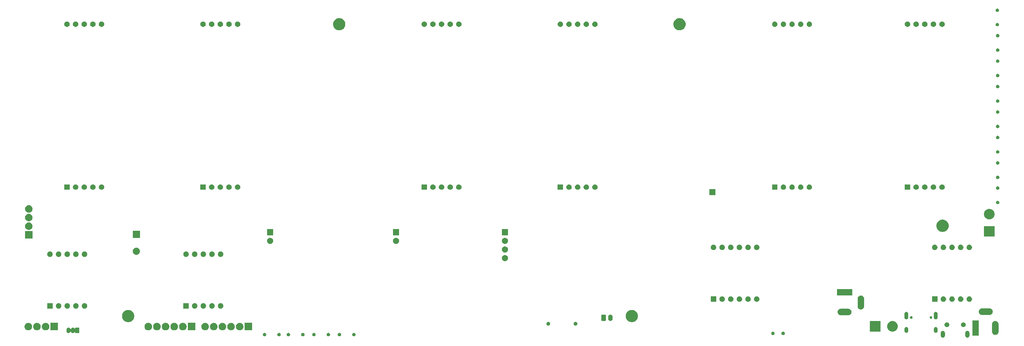
<source format=gbs>
G04 #@! TF.GenerationSoftware,KiCad,Pcbnew,(5.1.6)-1*
G04 #@! TF.CreationDate,2020-08-27T22:54:22+08:00*
G04 #@! TF.ProjectId,ESP32-Wall-Clock,45535033-322d-4576-916c-6c2d436c6f63,1.0a*
G04 #@! TF.SameCoordinates,Original*
G04 #@! TF.FileFunction,Soldermask,Bot*
G04 #@! TF.FilePolarity,Negative*
%FSLAX46Y46*%
G04 Gerber Fmt 4.6, Leading zero omitted, Abs format (unit mm)*
G04 Created by KiCad (PCBNEW (5.1.6)-1) date 2020-08-27 22:54:22*
%MOMM*%
%LPD*%
G01*
G04 APERTURE LIST*
%ADD10C,0.100000*%
G04 APERTURE END LIST*
D10*
G36*
X282517818Y-147345196D02*
G01*
X282631105Y-147379562D01*
X282735512Y-147435369D01*
X282827027Y-147510473D01*
X282902131Y-147601988D01*
X282957938Y-147706395D01*
X282992304Y-147819682D01*
X283001000Y-147907981D01*
X283001000Y-148767019D01*
X282992304Y-148855318D01*
X282957938Y-148968605D01*
X282902131Y-149073012D01*
X282902130Y-149073013D01*
X282827027Y-149164527D01*
X282751923Y-149226162D01*
X282735511Y-149239631D01*
X282631104Y-149295438D01*
X282517817Y-149329804D01*
X282400000Y-149341407D01*
X282282182Y-149329804D01*
X282168895Y-149295438D01*
X282064488Y-149239631D01*
X282050572Y-149228211D01*
X281972973Y-149164527D01*
X281897870Y-149073012D01*
X281897869Y-149073011D01*
X281842062Y-148968604D01*
X281807696Y-148855317D01*
X281799000Y-148767018D01*
X281799000Y-147907981D01*
X281807696Y-147819684D01*
X281842064Y-147706394D01*
X281897870Y-147601988D01*
X281972974Y-147510473D01*
X282064489Y-147435369D01*
X282168896Y-147379562D01*
X282282183Y-147345196D01*
X282400000Y-147333593D01*
X282517818Y-147345196D01*
G37*
G36*
X289717817Y-147345196D02*
G01*
X289831104Y-147379562D01*
X289935511Y-147435369D01*
X289935513Y-147435370D01*
X289935512Y-147435370D01*
X290027027Y-147510473D01*
X290060286Y-147551000D01*
X290102131Y-147601988D01*
X290157938Y-147706395D01*
X290192304Y-147819682D01*
X290201000Y-147907981D01*
X290201000Y-148767019D01*
X290192304Y-148855318D01*
X290157938Y-148968605D01*
X290102131Y-149073012D01*
X290027027Y-149164527D01*
X289935512Y-149239631D01*
X289831105Y-149295438D01*
X289717818Y-149329804D01*
X289600000Y-149341407D01*
X289482183Y-149329804D01*
X289368896Y-149295438D01*
X289264489Y-149239631D01*
X289172974Y-149164527D01*
X289097870Y-149073012D01*
X289042064Y-148968606D01*
X289007696Y-148855316D01*
X288999000Y-148767019D01*
X288999000Y-147907982D01*
X289007696Y-147819683D01*
X289042062Y-147706396D01*
X289097869Y-147601989D01*
X289150452Y-147537916D01*
X289172973Y-147510473D01*
X289264487Y-147435370D01*
X289264486Y-147435370D01*
X289264488Y-147435369D01*
X289368895Y-147379562D01*
X289482182Y-147345196D01*
X289600000Y-147333593D01*
X289717817Y-147345196D01*
G37*
G36*
X105172740Y-147958627D02*
G01*
X105221136Y-147968253D01*
X105258902Y-147983896D01*
X105312311Y-148006019D01*
X105312312Y-148006020D01*
X105394369Y-148060848D01*
X105464152Y-148130631D01*
X105491752Y-148171938D01*
X105518981Y-148212689D01*
X105556747Y-148303865D01*
X105576000Y-148400655D01*
X105576000Y-148499345D01*
X105556747Y-148596135D01*
X105518981Y-148687311D01*
X105518980Y-148687312D01*
X105464152Y-148769369D01*
X105394369Y-148839152D01*
X105353062Y-148866752D01*
X105312311Y-148893981D01*
X105258902Y-148916104D01*
X105221136Y-148931747D01*
X105172740Y-148941373D01*
X105124345Y-148951000D01*
X105025655Y-148951000D01*
X104977260Y-148941373D01*
X104928864Y-148931747D01*
X104891098Y-148916104D01*
X104837689Y-148893981D01*
X104796938Y-148866752D01*
X104755631Y-148839152D01*
X104685848Y-148769369D01*
X104631020Y-148687312D01*
X104631019Y-148687311D01*
X104593253Y-148596135D01*
X104574000Y-148499345D01*
X104574000Y-148400655D01*
X104593253Y-148303865D01*
X104631019Y-148212689D01*
X104658248Y-148171938D01*
X104685848Y-148130631D01*
X104755631Y-148060848D01*
X104837688Y-148006020D01*
X104837689Y-148006019D01*
X104891098Y-147983896D01*
X104928864Y-147968253D01*
X104977260Y-147958627D01*
X105025655Y-147949000D01*
X105124345Y-147949000D01*
X105172740Y-147958627D01*
G37*
G36*
X87422740Y-147958627D02*
G01*
X87471136Y-147968253D01*
X87508902Y-147983896D01*
X87562311Y-148006019D01*
X87562312Y-148006020D01*
X87644369Y-148060848D01*
X87714152Y-148130631D01*
X87741752Y-148171938D01*
X87768981Y-148212689D01*
X87806747Y-148303865D01*
X87826000Y-148400655D01*
X87826000Y-148499345D01*
X87806747Y-148596135D01*
X87768981Y-148687311D01*
X87768980Y-148687312D01*
X87714152Y-148769369D01*
X87644369Y-148839152D01*
X87603062Y-148866752D01*
X87562311Y-148893981D01*
X87508902Y-148916104D01*
X87471136Y-148931747D01*
X87422740Y-148941373D01*
X87374345Y-148951000D01*
X87275655Y-148951000D01*
X87227260Y-148941373D01*
X87178864Y-148931747D01*
X87141098Y-148916104D01*
X87087689Y-148893981D01*
X87046938Y-148866752D01*
X87005631Y-148839152D01*
X86935848Y-148769369D01*
X86881020Y-148687312D01*
X86881019Y-148687311D01*
X86843253Y-148596135D01*
X86824000Y-148499345D01*
X86824000Y-148400655D01*
X86843253Y-148303865D01*
X86881019Y-148212689D01*
X86908248Y-148171938D01*
X86935848Y-148130631D01*
X87005631Y-148060848D01*
X87087688Y-148006020D01*
X87087689Y-148006019D01*
X87141098Y-147983896D01*
X87178864Y-147968253D01*
X87227260Y-147958627D01*
X87275655Y-147949000D01*
X87374345Y-147949000D01*
X87422740Y-147958627D01*
G37*
G36*
X83172740Y-147958627D02*
G01*
X83221136Y-147968253D01*
X83258902Y-147983896D01*
X83312311Y-148006019D01*
X83312312Y-148006020D01*
X83394369Y-148060848D01*
X83464152Y-148130631D01*
X83491752Y-148171938D01*
X83518981Y-148212689D01*
X83556747Y-148303865D01*
X83576000Y-148400655D01*
X83576000Y-148499345D01*
X83556747Y-148596135D01*
X83518981Y-148687311D01*
X83518980Y-148687312D01*
X83464152Y-148769369D01*
X83394369Y-148839152D01*
X83353062Y-148866752D01*
X83312311Y-148893981D01*
X83258902Y-148916104D01*
X83221136Y-148931747D01*
X83172740Y-148941373D01*
X83124345Y-148951000D01*
X83025655Y-148951000D01*
X82977260Y-148941373D01*
X82928864Y-148931747D01*
X82891098Y-148916104D01*
X82837689Y-148893981D01*
X82796938Y-148866752D01*
X82755631Y-148839152D01*
X82685848Y-148769369D01*
X82631020Y-148687312D01*
X82631019Y-148687311D01*
X82593253Y-148596135D01*
X82574000Y-148499345D01*
X82574000Y-148400655D01*
X82593253Y-148303865D01*
X82631019Y-148212689D01*
X82658248Y-148171938D01*
X82685848Y-148130631D01*
X82755631Y-148060848D01*
X82837688Y-148006020D01*
X82837689Y-148006019D01*
X82891098Y-147983896D01*
X82928864Y-147968253D01*
X82977260Y-147958627D01*
X83025655Y-147949000D01*
X83124345Y-147949000D01*
X83172740Y-147958627D01*
G37*
G36*
X101922740Y-147958627D02*
G01*
X101971136Y-147968253D01*
X102008902Y-147983896D01*
X102062311Y-148006019D01*
X102062312Y-148006020D01*
X102144369Y-148060848D01*
X102214152Y-148130631D01*
X102241752Y-148171938D01*
X102268981Y-148212689D01*
X102306747Y-148303865D01*
X102326000Y-148400655D01*
X102326000Y-148499345D01*
X102306747Y-148596135D01*
X102268981Y-148687311D01*
X102268980Y-148687312D01*
X102214152Y-148769369D01*
X102144369Y-148839152D01*
X102103062Y-148866752D01*
X102062311Y-148893981D01*
X102008902Y-148916104D01*
X101971136Y-148931747D01*
X101922740Y-148941373D01*
X101874345Y-148951000D01*
X101775655Y-148951000D01*
X101727260Y-148941373D01*
X101678864Y-148931747D01*
X101641098Y-148916104D01*
X101587689Y-148893981D01*
X101546938Y-148866752D01*
X101505631Y-148839152D01*
X101435848Y-148769369D01*
X101381020Y-148687312D01*
X101381019Y-148687311D01*
X101343253Y-148596135D01*
X101324000Y-148499345D01*
X101324000Y-148400655D01*
X101343253Y-148303865D01*
X101381019Y-148212689D01*
X101408248Y-148171938D01*
X101435848Y-148130631D01*
X101505631Y-148060848D01*
X101587688Y-148006020D01*
X101587689Y-148006019D01*
X101641098Y-147983896D01*
X101678864Y-147968253D01*
X101727260Y-147958627D01*
X101775655Y-147949000D01*
X101874345Y-147949000D01*
X101922740Y-147958627D01*
G37*
G36*
X97672740Y-147958627D02*
G01*
X97721136Y-147968253D01*
X97758902Y-147983896D01*
X97812311Y-148006019D01*
X97812312Y-148006020D01*
X97894369Y-148060848D01*
X97964152Y-148130631D01*
X97991752Y-148171938D01*
X98018981Y-148212689D01*
X98056747Y-148303865D01*
X98076000Y-148400655D01*
X98076000Y-148499345D01*
X98056747Y-148596135D01*
X98018981Y-148687311D01*
X98018980Y-148687312D01*
X97964152Y-148769369D01*
X97894369Y-148839152D01*
X97853062Y-148866752D01*
X97812311Y-148893981D01*
X97758902Y-148916104D01*
X97721136Y-148931747D01*
X97672740Y-148941373D01*
X97624345Y-148951000D01*
X97525655Y-148951000D01*
X97477260Y-148941373D01*
X97428864Y-148931747D01*
X97391098Y-148916104D01*
X97337689Y-148893981D01*
X97296938Y-148866752D01*
X97255631Y-148839152D01*
X97185848Y-148769369D01*
X97131020Y-148687312D01*
X97131019Y-148687311D01*
X97093253Y-148596135D01*
X97074000Y-148499345D01*
X97074000Y-148400655D01*
X97093253Y-148303865D01*
X97131019Y-148212689D01*
X97158248Y-148171938D01*
X97185848Y-148130631D01*
X97255631Y-148060848D01*
X97337688Y-148006020D01*
X97337689Y-148006019D01*
X97391098Y-147983896D01*
X97428864Y-147968253D01*
X97477260Y-147958627D01*
X97525655Y-147949000D01*
X97624345Y-147949000D01*
X97672740Y-147958627D01*
G37*
G36*
X94422740Y-147958627D02*
G01*
X94471136Y-147968253D01*
X94508902Y-147983896D01*
X94562311Y-148006019D01*
X94562312Y-148006020D01*
X94644369Y-148060848D01*
X94714152Y-148130631D01*
X94741752Y-148171938D01*
X94768981Y-148212689D01*
X94806747Y-148303865D01*
X94826000Y-148400655D01*
X94826000Y-148499345D01*
X94806747Y-148596135D01*
X94768981Y-148687311D01*
X94768980Y-148687312D01*
X94714152Y-148769369D01*
X94644369Y-148839152D01*
X94603062Y-148866752D01*
X94562311Y-148893981D01*
X94508902Y-148916104D01*
X94471136Y-148931747D01*
X94422740Y-148941373D01*
X94374345Y-148951000D01*
X94275655Y-148951000D01*
X94227260Y-148941373D01*
X94178864Y-148931747D01*
X94141098Y-148916104D01*
X94087689Y-148893981D01*
X94046938Y-148866752D01*
X94005631Y-148839152D01*
X93935848Y-148769369D01*
X93881020Y-148687312D01*
X93881019Y-148687311D01*
X93843253Y-148596135D01*
X93824000Y-148499345D01*
X93824000Y-148400655D01*
X93843253Y-148303865D01*
X93881019Y-148212689D01*
X93908248Y-148171938D01*
X93935848Y-148130631D01*
X94005631Y-148060848D01*
X94087688Y-148006020D01*
X94087689Y-148006019D01*
X94141098Y-147983896D01*
X94178864Y-147968253D01*
X94227260Y-147958627D01*
X94275655Y-147949000D01*
X94374345Y-147949000D01*
X94422740Y-147958627D01*
G37*
G36*
X90172740Y-147958627D02*
G01*
X90221136Y-147968253D01*
X90258902Y-147983896D01*
X90312311Y-148006019D01*
X90312312Y-148006020D01*
X90394369Y-148060848D01*
X90464152Y-148130631D01*
X90491752Y-148171938D01*
X90518981Y-148212689D01*
X90556747Y-148303865D01*
X90576000Y-148400655D01*
X90576000Y-148499345D01*
X90556747Y-148596135D01*
X90518981Y-148687311D01*
X90518980Y-148687312D01*
X90464152Y-148769369D01*
X90394369Y-148839152D01*
X90353062Y-148866752D01*
X90312311Y-148893981D01*
X90258902Y-148916104D01*
X90221136Y-148931747D01*
X90172740Y-148941373D01*
X90124345Y-148951000D01*
X90025655Y-148951000D01*
X89977260Y-148941373D01*
X89928864Y-148931747D01*
X89891098Y-148916104D01*
X89837689Y-148893981D01*
X89796938Y-148866752D01*
X89755631Y-148839152D01*
X89685848Y-148769369D01*
X89631020Y-148687312D01*
X89631019Y-148687311D01*
X89593253Y-148596135D01*
X89574000Y-148499345D01*
X89574000Y-148400655D01*
X89593253Y-148303865D01*
X89631019Y-148212689D01*
X89658248Y-148171938D01*
X89685848Y-148130631D01*
X89755631Y-148060848D01*
X89837688Y-148006020D01*
X89837689Y-148006019D01*
X89891098Y-147983896D01*
X89928864Y-147968253D01*
X89977260Y-147958627D01*
X90025655Y-147949000D01*
X90124345Y-147949000D01*
X90172740Y-147958627D01*
G37*
G36*
X109422740Y-147958627D02*
G01*
X109471136Y-147968253D01*
X109508902Y-147983896D01*
X109562311Y-148006019D01*
X109562312Y-148006020D01*
X109644369Y-148060848D01*
X109714152Y-148130631D01*
X109741752Y-148171938D01*
X109768981Y-148212689D01*
X109806747Y-148303865D01*
X109826000Y-148400655D01*
X109826000Y-148499345D01*
X109806747Y-148596135D01*
X109768981Y-148687311D01*
X109768980Y-148687312D01*
X109714152Y-148769369D01*
X109644369Y-148839152D01*
X109603062Y-148866752D01*
X109562311Y-148893981D01*
X109508902Y-148916104D01*
X109471136Y-148931747D01*
X109422740Y-148941373D01*
X109374345Y-148951000D01*
X109275655Y-148951000D01*
X109227260Y-148941373D01*
X109178864Y-148931747D01*
X109141098Y-148916104D01*
X109087689Y-148893981D01*
X109046938Y-148866752D01*
X109005631Y-148839152D01*
X108935848Y-148769369D01*
X108881020Y-148687312D01*
X108881019Y-148687311D01*
X108843253Y-148596135D01*
X108824000Y-148499345D01*
X108824000Y-148400655D01*
X108843253Y-148303865D01*
X108881019Y-148212689D01*
X108908248Y-148171938D01*
X108935848Y-148130631D01*
X109005631Y-148060848D01*
X109087688Y-148006020D01*
X109087689Y-148006019D01*
X109141098Y-147983896D01*
X109178864Y-147968253D01*
X109227260Y-147958627D01*
X109275655Y-147949000D01*
X109374345Y-147949000D01*
X109422740Y-147958627D01*
G37*
G36*
X292951000Y-148751000D02*
G01*
X291049000Y-148751000D01*
X291049000Y-144249000D01*
X292951000Y-144249000D01*
X292951000Y-148751000D01*
G37*
G36*
X235547740Y-147588627D02*
G01*
X235596136Y-147598253D01*
X235611094Y-147604449D01*
X235687311Y-147636019D01*
X235700403Y-147644767D01*
X235769369Y-147690848D01*
X235839152Y-147760631D01*
X235856387Y-147786425D01*
X235893981Y-147842689D01*
X235931747Y-147933865D01*
X235951000Y-148030655D01*
X235951000Y-148129345D01*
X235931747Y-148226135D01*
X235893981Y-148317311D01*
X235893980Y-148317312D01*
X235839152Y-148399369D01*
X235769369Y-148469152D01*
X235748856Y-148482858D01*
X235687311Y-148523981D01*
X235633902Y-148546104D01*
X235596136Y-148561747D01*
X235547740Y-148571374D01*
X235499345Y-148581000D01*
X235400655Y-148581000D01*
X235352260Y-148571374D01*
X235303864Y-148561747D01*
X235266098Y-148546104D01*
X235212689Y-148523981D01*
X235151144Y-148482858D01*
X235130631Y-148469152D01*
X235060848Y-148399369D01*
X235006020Y-148317312D01*
X235006019Y-148317311D01*
X234968253Y-148226135D01*
X234949000Y-148129345D01*
X234949000Y-148030655D01*
X234968253Y-147933865D01*
X235006019Y-147842689D01*
X235043613Y-147786425D01*
X235060848Y-147760631D01*
X235130631Y-147690848D01*
X235199597Y-147644767D01*
X235212689Y-147636019D01*
X235288906Y-147604449D01*
X235303864Y-147598253D01*
X235352260Y-147588627D01*
X235400655Y-147579000D01*
X235499345Y-147579000D01*
X235547740Y-147588627D01*
G37*
G36*
X232547740Y-147588627D02*
G01*
X232596136Y-147598253D01*
X232611094Y-147604449D01*
X232687311Y-147636019D01*
X232700403Y-147644767D01*
X232769369Y-147690848D01*
X232839152Y-147760631D01*
X232856387Y-147786425D01*
X232893981Y-147842689D01*
X232931747Y-147933865D01*
X232951000Y-148030655D01*
X232951000Y-148129345D01*
X232931747Y-148226135D01*
X232893981Y-148317311D01*
X232893980Y-148317312D01*
X232839152Y-148399369D01*
X232769369Y-148469152D01*
X232748856Y-148482858D01*
X232687311Y-148523981D01*
X232633902Y-148546104D01*
X232596136Y-148561747D01*
X232547740Y-148571374D01*
X232499345Y-148581000D01*
X232400655Y-148581000D01*
X232352260Y-148571374D01*
X232303864Y-148561747D01*
X232266098Y-148546104D01*
X232212689Y-148523981D01*
X232151144Y-148482858D01*
X232130631Y-148469152D01*
X232060848Y-148399369D01*
X232006020Y-148317312D01*
X232006019Y-148317311D01*
X231968253Y-148226135D01*
X231949000Y-148129345D01*
X231949000Y-148030655D01*
X231968253Y-147933865D01*
X232006019Y-147842689D01*
X232043613Y-147786425D01*
X232060848Y-147760631D01*
X232130631Y-147690848D01*
X232199597Y-147644767D01*
X232212689Y-147636019D01*
X232288906Y-147604449D01*
X232303864Y-147598253D01*
X232352260Y-147588627D01*
X232400655Y-147579000D01*
X232499345Y-147579000D01*
X232547740Y-147588627D01*
G37*
G36*
X297986424Y-144462760D02*
G01*
X297986427Y-144462761D01*
X297986428Y-144462761D01*
X298165692Y-144517140D01*
X298165695Y-144517142D01*
X298165696Y-144517142D01*
X298330903Y-144605446D01*
X298475712Y-144724288D01*
X298594554Y-144869097D01*
X298682858Y-145034303D01*
X298682860Y-145034307D01*
X298700915Y-145093827D01*
X298737240Y-145213575D01*
X298751000Y-145353282D01*
X298751000Y-147646718D01*
X298737240Y-147786425D01*
X298737239Y-147786428D01*
X298737239Y-147786429D01*
X298682860Y-147965693D01*
X298682858Y-147965696D01*
X298682858Y-147965697D01*
X298594554Y-148130903D01*
X298475712Y-148275712D01*
X298330903Y-148394554D01*
X298191339Y-148469152D01*
X298165693Y-148482860D01*
X297986429Y-148537239D01*
X297986428Y-148537239D01*
X297986425Y-148537240D01*
X297800000Y-148555601D01*
X297613576Y-148537240D01*
X297613573Y-148537239D01*
X297613572Y-148537239D01*
X297434308Y-148482860D01*
X297408662Y-148469152D01*
X297269098Y-148394554D01*
X297124289Y-148275712D01*
X297005447Y-148130903D01*
X296917143Y-147965697D01*
X296917143Y-147965696D01*
X296917141Y-147965693D01*
X296862762Y-147786429D01*
X296862762Y-147786428D01*
X296862761Y-147786425D01*
X296849001Y-147646718D01*
X296849000Y-145353283D01*
X296862760Y-145213576D01*
X296862761Y-145213572D01*
X296917140Y-145034308D01*
X296929440Y-145011296D01*
X297005446Y-144869097D01*
X297124288Y-144724288D01*
X297269097Y-144605446D01*
X297434303Y-144517142D01*
X297434304Y-144517142D01*
X297434307Y-144517140D01*
X297613571Y-144462761D01*
X297613572Y-144462761D01*
X297613575Y-144462760D01*
X297800000Y-144444399D01*
X297986424Y-144462760D01*
G37*
G36*
X26842916Y-146407334D02*
G01*
X26951492Y-146440271D01*
X26951495Y-146440272D01*
X26974201Y-146452409D01*
X27051557Y-146493756D01*
X27139264Y-146565736D01*
X27202383Y-146642646D01*
X27219702Y-146659965D01*
X27240077Y-146673579D01*
X27262716Y-146682957D01*
X27286749Y-146687737D01*
X27311253Y-146687737D01*
X27335286Y-146682957D01*
X27357925Y-146673579D01*
X27378299Y-146659966D01*
X27395626Y-146642639D01*
X27409240Y-146622264D01*
X27418618Y-146599625D01*
X27423398Y-146575592D01*
X27424000Y-146563340D01*
X27424000Y-146399000D01*
X28576000Y-146399000D01*
X28576000Y-148001000D01*
X27424000Y-148001000D01*
X27424000Y-147836660D01*
X27421598Y-147812274D01*
X27414485Y-147788825D01*
X27402934Y-147767214D01*
X27387389Y-147748272D01*
X27368447Y-147732727D01*
X27346836Y-147721176D01*
X27323387Y-147714063D01*
X27299001Y-147711661D01*
X27274615Y-147714063D01*
X27251166Y-147721176D01*
X27229555Y-147732727D01*
X27202381Y-147757356D01*
X27139264Y-147834264D01*
X27051556Y-147906244D01*
X26999880Y-147933865D01*
X26951494Y-147959728D01*
X26951491Y-147959729D01*
X26842915Y-147992666D01*
X26730000Y-148003787D01*
X26617084Y-147992666D01*
X26508508Y-147959729D01*
X26508505Y-147959728D01*
X26460119Y-147933865D01*
X26408443Y-147906244D01*
X26320736Y-147834264D01*
X26248756Y-147746556D01*
X26205239Y-147665140D01*
X26191625Y-147644766D01*
X26174298Y-147627439D01*
X26153924Y-147613825D01*
X26131285Y-147604448D01*
X26107251Y-147599668D01*
X26082747Y-147599668D01*
X26058714Y-147604449D01*
X26036075Y-147613826D01*
X26015701Y-147627440D01*
X25998374Y-147644767D01*
X25984762Y-147665140D01*
X25941244Y-147746557D01*
X25869264Y-147834264D01*
X25781556Y-147906244D01*
X25729880Y-147933865D01*
X25681494Y-147959728D01*
X25681491Y-147959729D01*
X25572915Y-147992666D01*
X25460000Y-148003787D01*
X25347084Y-147992666D01*
X25238508Y-147959729D01*
X25238505Y-147959728D01*
X25190119Y-147933865D01*
X25138443Y-147906244D01*
X25050736Y-147834264D01*
X24978756Y-147746556D01*
X24931209Y-147657601D01*
X24925272Y-147646494D01*
X24922095Y-147636020D01*
X24892334Y-147537915D01*
X24884000Y-147453297D01*
X24884000Y-146946702D01*
X24892334Y-146862084D01*
X24925271Y-146753508D01*
X24925272Y-146753505D01*
X24978756Y-146653445D01*
X24978757Y-146653443D01*
X25050737Y-146565736D01*
X25138444Y-146493756D01*
X25215800Y-146452409D01*
X25238506Y-146440272D01*
X25238509Y-146440271D01*
X25347085Y-146407334D01*
X25460000Y-146396213D01*
X25572916Y-146407334D01*
X25681492Y-146440271D01*
X25681495Y-146440272D01*
X25704201Y-146452409D01*
X25781557Y-146493756D01*
X25869264Y-146565736D01*
X25941244Y-146653443D01*
X25978387Y-146722934D01*
X25984761Y-146734859D01*
X25998375Y-146755234D01*
X26015702Y-146772561D01*
X26036076Y-146786174D01*
X26058715Y-146795552D01*
X26082748Y-146800332D01*
X26107252Y-146800332D01*
X26131285Y-146795552D01*
X26153924Y-146786174D01*
X26174299Y-146772560D01*
X26191626Y-146755233D01*
X26205239Y-146734859D01*
X26248756Y-146653445D01*
X26248757Y-146653443D01*
X26320737Y-146565736D01*
X26408444Y-146493756D01*
X26485800Y-146452409D01*
X26508506Y-146440272D01*
X26508509Y-146440271D01*
X26617085Y-146407334D01*
X26730000Y-146396213D01*
X26842916Y-146407334D01*
G37*
G36*
X271788014Y-146206973D02*
G01*
X271891878Y-146238479D01*
X271935907Y-146262013D01*
X271987599Y-146289643D01*
X271987601Y-146289644D01*
X271987600Y-146289644D01*
X272071501Y-146358499D01*
X272140356Y-146442400D01*
X272191521Y-146538121D01*
X272223027Y-146641985D01*
X272231000Y-146722933D01*
X272231000Y-147377067D01*
X272223027Y-147458015D01*
X272191521Y-147561879D01*
X272191519Y-147561882D01*
X272140357Y-147657600D01*
X272071501Y-147741501D01*
X271987600Y-147810357D01*
X271919055Y-147846995D01*
X271891879Y-147861521D01*
X271788015Y-147893027D01*
X271680000Y-147903666D01*
X271571986Y-147893027D01*
X271468122Y-147861521D01*
X271440946Y-147846995D01*
X271372401Y-147810357D01*
X271288500Y-147741501D01*
X271219645Y-147657601D01*
X271168480Y-147561879D01*
X271161210Y-147537913D01*
X271136973Y-147458015D01*
X271129000Y-147377067D01*
X271129000Y-146722934D01*
X271136973Y-146641986D01*
X271168479Y-146538122D01*
X271219644Y-146442400D01*
X271288499Y-146358499D01*
X271372400Y-146289644D01*
X271372399Y-146289644D01*
X271372401Y-146289643D01*
X271424093Y-146262013D01*
X271468121Y-146238479D01*
X271571985Y-146206973D01*
X271680000Y-146196334D01*
X271788014Y-146206973D01*
G37*
G36*
X280428014Y-146206973D02*
G01*
X280531878Y-146238479D01*
X280575907Y-146262013D01*
X280627599Y-146289643D01*
X280627601Y-146289644D01*
X280627600Y-146289644D01*
X280711501Y-146358499D01*
X280780356Y-146442400D01*
X280831521Y-146538121D01*
X280863027Y-146641985D01*
X280871000Y-146722933D01*
X280871000Y-147377067D01*
X280863027Y-147458015D01*
X280831521Y-147561879D01*
X280831519Y-147561882D01*
X280780357Y-147657600D01*
X280711501Y-147741501D01*
X280627600Y-147810357D01*
X280559055Y-147846995D01*
X280531879Y-147861521D01*
X280428015Y-147893027D01*
X280320000Y-147903666D01*
X280211986Y-147893027D01*
X280108122Y-147861521D01*
X280080946Y-147846995D01*
X280012401Y-147810357D01*
X279928500Y-147741501D01*
X279859645Y-147657601D01*
X279808480Y-147561879D01*
X279801210Y-147537913D01*
X279776973Y-147458015D01*
X279769000Y-147377067D01*
X279769000Y-146722934D01*
X279776973Y-146641986D01*
X279808479Y-146538122D01*
X279859644Y-146442400D01*
X279928499Y-146358499D01*
X280012400Y-146289644D01*
X280012399Y-146289644D01*
X280012401Y-146289643D01*
X280064093Y-146262013D01*
X280108121Y-146238479D01*
X280211985Y-146206973D01*
X280320000Y-146196334D01*
X280428014Y-146206973D01*
G37*
G36*
X267882585Y-144478802D02*
G01*
X268032410Y-144508604D01*
X268314674Y-144625521D01*
X268568705Y-144795259D01*
X268784741Y-145011295D01*
X268954479Y-145265326D01*
X269071396Y-145547590D01*
X269082068Y-145601240D01*
X269131000Y-145847239D01*
X269131000Y-146152761D01*
X269113949Y-146238481D01*
X269071396Y-146452410D01*
X268954479Y-146734674D01*
X268784741Y-146988705D01*
X268568705Y-147204741D01*
X268314674Y-147374479D01*
X268032410Y-147491396D01*
X267936503Y-147510473D01*
X267732761Y-147551000D01*
X267427239Y-147551000D01*
X267223497Y-147510473D01*
X267127590Y-147491396D01*
X266845326Y-147374479D01*
X266591295Y-147204741D01*
X266375259Y-146988705D01*
X266205521Y-146734674D01*
X266088604Y-146452410D01*
X266046051Y-146238481D01*
X266029000Y-146152761D01*
X266029000Y-145847239D01*
X266077932Y-145601240D01*
X266088604Y-145547590D01*
X266205521Y-145265326D01*
X266375259Y-145011295D01*
X266591295Y-144795259D01*
X266845326Y-144625521D01*
X267127590Y-144508604D01*
X267277415Y-144478802D01*
X267427239Y-144449000D01*
X267732761Y-144449000D01*
X267882585Y-144478802D01*
G37*
G36*
X264051000Y-147551000D02*
G01*
X260949000Y-147551000D01*
X260949000Y-144449000D01*
X264051000Y-144449000D01*
X264051000Y-147551000D01*
G37*
G36*
X75930250Y-145011295D02*
G01*
X76081150Y-145041311D01*
X76181334Y-145082809D01*
X76281520Y-145124307D01*
X76461844Y-145244795D01*
X76615205Y-145398156D01*
X76735693Y-145578480D01*
X76735693Y-145578481D01*
X76802810Y-145740514D01*
X76818689Y-145778851D01*
X76861000Y-145991560D01*
X76861000Y-146208440D01*
X76844847Y-146289644D01*
X76818689Y-146421150D01*
X76788614Y-146493756D01*
X76735693Y-146621520D01*
X76615205Y-146801844D01*
X76461844Y-146955205D01*
X76281520Y-147075693D01*
X76081150Y-147158689D01*
X75974794Y-147179845D01*
X75868440Y-147201000D01*
X75651560Y-147201000D01*
X75545206Y-147179845D01*
X75438850Y-147158689D01*
X75238480Y-147075693D01*
X75058156Y-146955205D01*
X74904795Y-146801844D01*
X74784307Y-146621520D01*
X74731386Y-146493756D01*
X74701311Y-146421150D01*
X74675153Y-146289644D01*
X74659000Y-146208440D01*
X74659000Y-145991560D01*
X74701311Y-145778851D01*
X74717191Y-145740514D01*
X74784307Y-145578481D01*
X74784307Y-145578480D01*
X74904795Y-145398156D01*
X75058156Y-145244795D01*
X75238480Y-145124307D01*
X75338666Y-145082809D01*
X75438850Y-145041311D01*
X75589750Y-145011295D01*
X75651560Y-144999000D01*
X75868440Y-144999000D01*
X75930250Y-145011295D01*
G37*
G36*
X59230250Y-145011295D02*
G01*
X59381150Y-145041311D01*
X59481334Y-145082809D01*
X59581520Y-145124307D01*
X59761844Y-145244795D01*
X59915205Y-145398156D01*
X60035693Y-145578480D01*
X60035693Y-145578481D01*
X60102810Y-145740514D01*
X60118689Y-145778851D01*
X60161000Y-145991560D01*
X60161000Y-146208440D01*
X60144847Y-146289644D01*
X60118689Y-146421150D01*
X60088614Y-146493756D01*
X60035693Y-146621520D01*
X59915205Y-146801844D01*
X59761844Y-146955205D01*
X59581520Y-147075693D01*
X59381150Y-147158689D01*
X59274794Y-147179845D01*
X59168440Y-147201000D01*
X58951560Y-147201000D01*
X58845206Y-147179845D01*
X58738850Y-147158689D01*
X58538480Y-147075693D01*
X58358156Y-146955205D01*
X58204795Y-146801844D01*
X58084307Y-146621520D01*
X58031386Y-146493756D01*
X58001311Y-146421150D01*
X57975153Y-146289644D01*
X57959000Y-146208440D01*
X57959000Y-145991560D01*
X58001311Y-145778851D01*
X58017191Y-145740514D01*
X58084307Y-145578481D01*
X58084307Y-145578480D01*
X58204795Y-145398156D01*
X58358156Y-145244795D01*
X58538480Y-145124307D01*
X58638666Y-145082809D01*
X58738850Y-145041311D01*
X58889750Y-145011295D01*
X58951560Y-144999000D01*
X59168440Y-144999000D01*
X59230250Y-145011295D01*
G37*
G36*
X62701000Y-147201000D02*
G01*
X60499000Y-147201000D01*
X60499000Y-144999000D01*
X62701000Y-144999000D01*
X62701000Y-147201000D01*
G37*
G36*
X51610250Y-145011295D02*
G01*
X51761150Y-145041311D01*
X51861334Y-145082809D01*
X51961520Y-145124307D01*
X52141844Y-145244795D01*
X52295205Y-145398156D01*
X52415693Y-145578480D01*
X52415693Y-145578481D01*
X52482810Y-145740514D01*
X52498689Y-145778851D01*
X52541000Y-145991560D01*
X52541000Y-146208440D01*
X52524847Y-146289644D01*
X52498689Y-146421150D01*
X52468614Y-146493756D01*
X52415693Y-146621520D01*
X52295205Y-146801844D01*
X52141844Y-146955205D01*
X51961520Y-147075693D01*
X51761150Y-147158689D01*
X51654794Y-147179845D01*
X51548440Y-147201000D01*
X51331560Y-147201000D01*
X51225206Y-147179845D01*
X51118850Y-147158689D01*
X50918480Y-147075693D01*
X50738156Y-146955205D01*
X50584795Y-146801844D01*
X50464307Y-146621520D01*
X50411386Y-146493756D01*
X50381311Y-146421150D01*
X50355153Y-146289644D01*
X50339000Y-146208440D01*
X50339000Y-145991560D01*
X50381311Y-145778851D01*
X50397191Y-145740514D01*
X50464307Y-145578481D01*
X50464307Y-145578480D01*
X50584795Y-145398156D01*
X50738156Y-145244795D01*
X50918480Y-145124307D01*
X51018666Y-145082809D01*
X51118850Y-145041311D01*
X51269750Y-145011295D01*
X51331560Y-144999000D01*
X51548440Y-144999000D01*
X51610250Y-145011295D01*
G37*
G36*
X56690250Y-145011295D02*
G01*
X56841150Y-145041311D01*
X56941334Y-145082809D01*
X57041520Y-145124307D01*
X57221844Y-145244795D01*
X57375205Y-145398156D01*
X57495693Y-145578480D01*
X57495693Y-145578481D01*
X57562810Y-145740514D01*
X57578689Y-145778851D01*
X57621000Y-145991560D01*
X57621000Y-146208440D01*
X57604847Y-146289644D01*
X57578689Y-146421150D01*
X57548614Y-146493756D01*
X57495693Y-146621520D01*
X57375205Y-146801844D01*
X57221844Y-146955205D01*
X57041520Y-147075693D01*
X56841150Y-147158689D01*
X56734794Y-147179845D01*
X56628440Y-147201000D01*
X56411560Y-147201000D01*
X56305206Y-147179845D01*
X56198850Y-147158689D01*
X55998480Y-147075693D01*
X55818156Y-146955205D01*
X55664795Y-146801844D01*
X55544307Y-146621520D01*
X55491386Y-146493756D01*
X55461311Y-146421150D01*
X55435153Y-146289644D01*
X55419000Y-146208440D01*
X55419000Y-145991560D01*
X55461311Y-145778851D01*
X55477191Y-145740514D01*
X55544307Y-145578481D01*
X55544307Y-145578480D01*
X55664795Y-145398156D01*
X55818156Y-145244795D01*
X55998480Y-145124307D01*
X56098666Y-145082809D01*
X56198850Y-145041311D01*
X56349750Y-145011295D01*
X56411560Y-144999000D01*
X56628440Y-144999000D01*
X56690250Y-145011295D01*
G37*
G36*
X49070250Y-145011295D02*
G01*
X49221150Y-145041311D01*
X49321334Y-145082809D01*
X49421520Y-145124307D01*
X49601844Y-145244795D01*
X49755205Y-145398156D01*
X49875693Y-145578480D01*
X49875693Y-145578481D01*
X49942810Y-145740514D01*
X49958689Y-145778851D01*
X50001000Y-145991560D01*
X50001000Y-146208440D01*
X49984847Y-146289644D01*
X49958689Y-146421150D01*
X49928614Y-146493756D01*
X49875693Y-146621520D01*
X49755205Y-146801844D01*
X49601844Y-146955205D01*
X49421520Y-147075693D01*
X49221150Y-147158689D01*
X49114794Y-147179845D01*
X49008440Y-147201000D01*
X48791560Y-147201000D01*
X48685206Y-147179845D01*
X48578850Y-147158689D01*
X48378480Y-147075693D01*
X48198156Y-146955205D01*
X48044795Y-146801844D01*
X47924307Y-146621520D01*
X47871386Y-146493756D01*
X47841311Y-146421150D01*
X47815153Y-146289644D01*
X47799000Y-146208440D01*
X47799000Y-145991560D01*
X47841311Y-145778851D01*
X47857191Y-145740514D01*
X47924307Y-145578481D01*
X47924307Y-145578480D01*
X48044795Y-145398156D01*
X48198156Y-145244795D01*
X48378480Y-145124307D01*
X48478666Y-145082809D01*
X48578850Y-145041311D01*
X48729750Y-145011295D01*
X48791560Y-144999000D01*
X49008440Y-144999000D01*
X49070250Y-145011295D01*
G37*
G36*
X13820250Y-145011295D02*
G01*
X13971150Y-145041311D01*
X14071334Y-145082809D01*
X14171520Y-145124307D01*
X14351844Y-145244795D01*
X14505205Y-145398156D01*
X14625693Y-145578480D01*
X14625693Y-145578481D01*
X14692810Y-145740514D01*
X14708689Y-145778851D01*
X14751000Y-145991560D01*
X14751000Y-146208440D01*
X14734847Y-146289644D01*
X14708689Y-146421150D01*
X14678614Y-146493756D01*
X14625693Y-146621520D01*
X14505205Y-146801844D01*
X14351844Y-146955205D01*
X14171520Y-147075693D01*
X13971150Y-147158689D01*
X13864794Y-147179845D01*
X13758440Y-147201000D01*
X13541560Y-147201000D01*
X13435206Y-147179845D01*
X13328850Y-147158689D01*
X13128480Y-147075693D01*
X12948156Y-146955205D01*
X12794795Y-146801844D01*
X12674307Y-146621520D01*
X12621386Y-146493756D01*
X12591311Y-146421150D01*
X12565153Y-146289644D01*
X12549000Y-146208440D01*
X12549000Y-145991560D01*
X12591311Y-145778851D01*
X12607191Y-145740514D01*
X12674307Y-145578481D01*
X12674307Y-145578480D01*
X12794795Y-145398156D01*
X12948156Y-145244795D01*
X13128480Y-145124307D01*
X13228666Y-145082809D01*
X13328850Y-145041311D01*
X13479750Y-145011295D01*
X13541560Y-144999000D01*
X13758440Y-144999000D01*
X13820250Y-145011295D01*
G37*
G36*
X16360250Y-145011295D02*
G01*
X16511150Y-145041311D01*
X16611334Y-145082809D01*
X16711520Y-145124307D01*
X16891844Y-145244795D01*
X17045205Y-145398156D01*
X17165693Y-145578480D01*
X17165693Y-145578481D01*
X17232810Y-145740514D01*
X17248689Y-145778851D01*
X17291000Y-145991560D01*
X17291000Y-146208440D01*
X17274847Y-146289644D01*
X17248689Y-146421150D01*
X17218614Y-146493756D01*
X17165693Y-146621520D01*
X17045205Y-146801844D01*
X16891844Y-146955205D01*
X16711520Y-147075693D01*
X16511150Y-147158689D01*
X16404794Y-147179845D01*
X16298440Y-147201000D01*
X16081560Y-147201000D01*
X15975206Y-147179845D01*
X15868850Y-147158689D01*
X15668480Y-147075693D01*
X15488156Y-146955205D01*
X15334795Y-146801844D01*
X15214307Y-146621520D01*
X15161386Y-146493756D01*
X15131311Y-146421150D01*
X15105153Y-146289644D01*
X15089000Y-146208440D01*
X15089000Y-145991560D01*
X15131311Y-145778851D01*
X15147191Y-145740514D01*
X15214307Y-145578481D01*
X15214307Y-145578480D01*
X15334795Y-145398156D01*
X15488156Y-145244795D01*
X15668480Y-145124307D01*
X15768666Y-145082809D01*
X15868850Y-145041311D01*
X16019750Y-145011295D01*
X16081560Y-144999000D01*
X16298440Y-144999000D01*
X16360250Y-145011295D01*
G37*
G36*
X54150250Y-145011295D02*
G01*
X54301150Y-145041311D01*
X54401334Y-145082809D01*
X54501520Y-145124307D01*
X54681844Y-145244795D01*
X54835205Y-145398156D01*
X54955693Y-145578480D01*
X54955693Y-145578481D01*
X55022810Y-145740514D01*
X55038689Y-145778851D01*
X55081000Y-145991560D01*
X55081000Y-146208440D01*
X55064847Y-146289644D01*
X55038689Y-146421150D01*
X55008614Y-146493756D01*
X54955693Y-146621520D01*
X54835205Y-146801844D01*
X54681844Y-146955205D01*
X54501520Y-147075693D01*
X54301150Y-147158689D01*
X54194794Y-147179845D01*
X54088440Y-147201000D01*
X53871560Y-147201000D01*
X53765206Y-147179845D01*
X53658850Y-147158689D01*
X53458480Y-147075693D01*
X53278156Y-146955205D01*
X53124795Y-146801844D01*
X53004307Y-146621520D01*
X52951386Y-146493756D01*
X52921311Y-146421150D01*
X52895153Y-146289644D01*
X52879000Y-146208440D01*
X52879000Y-145991560D01*
X52921311Y-145778851D01*
X52937191Y-145740514D01*
X53004307Y-145578481D01*
X53004307Y-145578480D01*
X53124795Y-145398156D01*
X53278156Y-145244795D01*
X53458480Y-145124307D01*
X53558666Y-145082809D01*
X53658850Y-145041311D01*
X53809750Y-145011295D01*
X53871560Y-144999000D01*
X54088440Y-144999000D01*
X54150250Y-145011295D01*
G37*
G36*
X65770250Y-145011295D02*
G01*
X65921150Y-145041311D01*
X66021334Y-145082809D01*
X66121520Y-145124307D01*
X66301844Y-145244795D01*
X66455205Y-145398156D01*
X66575693Y-145578480D01*
X66575693Y-145578481D01*
X66642810Y-145740514D01*
X66658689Y-145778851D01*
X66701000Y-145991560D01*
X66701000Y-146208440D01*
X66684847Y-146289644D01*
X66658689Y-146421150D01*
X66628614Y-146493756D01*
X66575693Y-146621520D01*
X66455205Y-146801844D01*
X66301844Y-146955205D01*
X66121520Y-147075693D01*
X65921150Y-147158689D01*
X65814794Y-147179845D01*
X65708440Y-147201000D01*
X65491560Y-147201000D01*
X65385206Y-147179845D01*
X65278850Y-147158689D01*
X65078480Y-147075693D01*
X64898156Y-146955205D01*
X64744795Y-146801844D01*
X64624307Y-146621520D01*
X64571386Y-146493756D01*
X64541311Y-146421150D01*
X64515153Y-146289644D01*
X64499000Y-146208440D01*
X64499000Y-145991560D01*
X64541311Y-145778851D01*
X64557191Y-145740514D01*
X64624307Y-145578481D01*
X64624307Y-145578480D01*
X64744795Y-145398156D01*
X64898156Y-145244795D01*
X65078480Y-145124307D01*
X65178666Y-145082809D01*
X65278850Y-145041311D01*
X65429750Y-145011295D01*
X65491560Y-144999000D01*
X65708440Y-144999000D01*
X65770250Y-145011295D01*
G37*
G36*
X68310250Y-145011295D02*
G01*
X68461150Y-145041311D01*
X68561334Y-145082809D01*
X68661520Y-145124307D01*
X68841844Y-145244795D01*
X68995205Y-145398156D01*
X69115693Y-145578480D01*
X69115693Y-145578481D01*
X69182810Y-145740514D01*
X69198689Y-145778851D01*
X69241000Y-145991560D01*
X69241000Y-146208440D01*
X69224847Y-146289644D01*
X69198689Y-146421150D01*
X69168614Y-146493756D01*
X69115693Y-146621520D01*
X68995205Y-146801844D01*
X68841844Y-146955205D01*
X68661520Y-147075693D01*
X68461150Y-147158689D01*
X68354794Y-147179845D01*
X68248440Y-147201000D01*
X68031560Y-147201000D01*
X67925206Y-147179845D01*
X67818850Y-147158689D01*
X67618480Y-147075693D01*
X67438156Y-146955205D01*
X67284795Y-146801844D01*
X67164307Y-146621520D01*
X67111386Y-146493756D01*
X67081311Y-146421150D01*
X67055153Y-146289644D01*
X67039000Y-146208440D01*
X67039000Y-145991560D01*
X67081311Y-145778851D01*
X67097191Y-145740514D01*
X67164307Y-145578481D01*
X67164307Y-145578480D01*
X67284795Y-145398156D01*
X67438156Y-145244795D01*
X67618480Y-145124307D01*
X67718666Y-145082809D01*
X67818850Y-145041311D01*
X67969750Y-145011295D01*
X68031560Y-144999000D01*
X68248440Y-144999000D01*
X68310250Y-145011295D01*
G37*
G36*
X70850250Y-145011295D02*
G01*
X71001150Y-145041311D01*
X71101334Y-145082809D01*
X71201520Y-145124307D01*
X71381844Y-145244795D01*
X71535205Y-145398156D01*
X71655693Y-145578480D01*
X71655693Y-145578481D01*
X71722810Y-145740514D01*
X71738689Y-145778851D01*
X71781000Y-145991560D01*
X71781000Y-146208440D01*
X71764847Y-146289644D01*
X71738689Y-146421150D01*
X71708614Y-146493756D01*
X71655693Y-146621520D01*
X71535205Y-146801844D01*
X71381844Y-146955205D01*
X71201520Y-147075693D01*
X71001150Y-147158689D01*
X70894794Y-147179845D01*
X70788440Y-147201000D01*
X70571560Y-147201000D01*
X70465206Y-147179845D01*
X70358850Y-147158689D01*
X70158480Y-147075693D01*
X69978156Y-146955205D01*
X69824795Y-146801844D01*
X69704307Y-146621520D01*
X69651386Y-146493756D01*
X69621311Y-146421150D01*
X69595153Y-146289644D01*
X69579000Y-146208440D01*
X69579000Y-145991560D01*
X69621311Y-145778851D01*
X69637191Y-145740514D01*
X69704307Y-145578481D01*
X69704307Y-145578480D01*
X69824795Y-145398156D01*
X69978156Y-145244795D01*
X70158480Y-145124307D01*
X70258666Y-145082809D01*
X70358850Y-145041311D01*
X70509750Y-145011295D01*
X70571560Y-144999000D01*
X70788440Y-144999000D01*
X70850250Y-145011295D01*
G37*
G36*
X73390250Y-145011295D02*
G01*
X73541150Y-145041311D01*
X73641334Y-145082809D01*
X73741520Y-145124307D01*
X73921844Y-145244795D01*
X74075205Y-145398156D01*
X74195693Y-145578480D01*
X74195693Y-145578481D01*
X74262810Y-145740514D01*
X74278689Y-145778851D01*
X74321000Y-145991560D01*
X74321000Y-146208440D01*
X74304847Y-146289644D01*
X74278689Y-146421150D01*
X74248614Y-146493756D01*
X74195693Y-146621520D01*
X74075205Y-146801844D01*
X73921844Y-146955205D01*
X73741520Y-147075693D01*
X73541150Y-147158689D01*
X73434794Y-147179845D01*
X73328440Y-147201000D01*
X73111560Y-147201000D01*
X73005206Y-147179845D01*
X72898850Y-147158689D01*
X72698480Y-147075693D01*
X72518156Y-146955205D01*
X72364795Y-146801844D01*
X72244307Y-146621520D01*
X72191386Y-146493756D01*
X72161311Y-146421150D01*
X72135153Y-146289644D01*
X72119000Y-146208440D01*
X72119000Y-145991560D01*
X72161311Y-145778851D01*
X72177191Y-145740514D01*
X72244307Y-145578481D01*
X72244307Y-145578480D01*
X72364795Y-145398156D01*
X72518156Y-145244795D01*
X72698480Y-145124307D01*
X72798666Y-145082809D01*
X72898850Y-145041311D01*
X73049750Y-145011295D01*
X73111560Y-144999000D01*
X73328440Y-144999000D01*
X73390250Y-145011295D01*
G37*
G36*
X79401000Y-147201000D02*
G01*
X77199000Y-147201000D01*
X77199000Y-144999000D01*
X79401000Y-144999000D01*
X79401000Y-147201000D01*
G37*
G36*
X18900250Y-145011295D02*
G01*
X19051150Y-145041311D01*
X19151334Y-145082809D01*
X19251520Y-145124307D01*
X19431844Y-145244795D01*
X19585205Y-145398156D01*
X19705693Y-145578480D01*
X19705693Y-145578481D01*
X19772810Y-145740514D01*
X19788689Y-145778851D01*
X19831000Y-145991560D01*
X19831000Y-146208440D01*
X19814847Y-146289644D01*
X19788689Y-146421150D01*
X19758614Y-146493756D01*
X19705693Y-146621520D01*
X19585205Y-146801844D01*
X19431844Y-146955205D01*
X19251520Y-147075693D01*
X19051150Y-147158689D01*
X18944794Y-147179845D01*
X18838440Y-147201000D01*
X18621560Y-147201000D01*
X18515206Y-147179845D01*
X18408850Y-147158689D01*
X18208480Y-147075693D01*
X18028156Y-146955205D01*
X17874795Y-146801844D01*
X17754307Y-146621520D01*
X17701386Y-146493756D01*
X17671311Y-146421150D01*
X17645153Y-146289644D01*
X17629000Y-146208440D01*
X17629000Y-145991560D01*
X17671311Y-145778851D01*
X17687191Y-145740514D01*
X17754307Y-145578481D01*
X17754307Y-145578480D01*
X17874795Y-145398156D01*
X18028156Y-145244795D01*
X18208480Y-145124307D01*
X18308666Y-145082809D01*
X18408850Y-145041311D01*
X18559750Y-145011295D01*
X18621560Y-144999000D01*
X18838440Y-144999000D01*
X18900250Y-145011295D01*
G37*
G36*
X22371000Y-147201000D02*
G01*
X20169000Y-147201000D01*
X20169000Y-144999000D01*
X22371000Y-144999000D01*
X22371000Y-147201000D01*
G37*
G36*
X283778016Y-144868247D02*
G01*
X283904680Y-144920712D01*
X284018674Y-144996881D01*
X284115619Y-145093826D01*
X284191788Y-145207820D01*
X284244253Y-145334484D01*
X284271000Y-145468950D01*
X284271000Y-145606050D01*
X284244253Y-145740516D01*
X284191788Y-145867180D01*
X284115619Y-145981174D01*
X284018674Y-146078119D01*
X283904680Y-146154288D01*
X283778016Y-146206753D01*
X283643550Y-146233500D01*
X283506450Y-146233500D01*
X283371984Y-146206753D01*
X283245320Y-146154288D01*
X283131326Y-146078119D01*
X283034381Y-145981174D01*
X282958212Y-145867180D01*
X282905747Y-145740516D01*
X282879000Y-145606050D01*
X282879000Y-145468950D01*
X282905747Y-145334484D01*
X282958212Y-145207820D01*
X283034381Y-145093826D01*
X283131326Y-144996881D01*
X283245320Y-144920712D01*
X283371984Y-144868247D01*
X283506450Y-144841500D01*
X283643550Y-144841500D01*
X283778016Y-144868247D01*
G37*
G36*
X288628016Y-144868247D02*
G01*
X288754680Y-144920712D01*
X288868674Y-144996881D01*
X288965619Y-145093826D01*
X289041788Y-145207820D01*
X289094253Y-145334484D01*
X289121000Y-145468950D01*
X289121000Y-145606050D01*
X289094253Y-145740516D01*
X289041788Y-145867180D01*
X288965619Y-145981174D01*
X288868674Y-146078119D01*
X288754680Y-146154288D01*
X288628016Y-146206753D01*
X288493550Y-146233500D01*
X288356450Y-146233500D01*
X288221984Y-146206753D01*
X288095320Y-146154288D01*
X287981326Y-146078119D01*
X287884381Y-145981174D01*
X287808212Y-145867180D01*
X287755747Y-145740516D01*
X287729000Y-145606050D01*
X287729000Y-145468950D01*
X287755747Y-145334484D01*
X287808212Y-145207820D01*
X287884381Y-145093826D01*
X287981326Y-144996881D01*
X288095320Y-144920712D01*
X288221984Y-144868247D01*
X288356450Y-144841500D01*
X288493550Y-144841500D01*
X288628016Y-144868247D01*
G37*
G36*
X174610721Y-144720174D02*
G01*
X174710995Y-144761709D01*
X174710996Y-144761710D01*
X174801242Y-144822010D01*
X174877990Y-144898758D01*
X174877991Y-144898760D01*
X174938291Y-144989005D01*
X174979826Y-145089279D01*
X175001000Y-145195730D01*
X175001000Y-145304270D01*
X174979826Y-145410721D01*
X174938291Y-145510995D01*
X174938290Y-145510996D01*
X174877990Y-145601242D01*
X174801242Y-145677990D01*
X174755812Y-145708345D01*
X174710995Y-145738291D01*
X174610721Y-145779826D01*
X174504270Y-145801000D01*
X174395730Y-145801000D01*
X174289279Y-145779826D01*
X174189005Y-145738291D01*
X174144188Y-145708345D01*
X174098758Y-145677990D01*
X174022010Y-145601242D01*
X173961710Y-145510996D01*
X173961709Y-145510995D01*
X173920174Y-145410721D01*
X173899000Y-145304270D01*
X173899000Y-145195730D01*
X173920174Y-145089279D01*
X173961709Y-144989005D01*
X174022009Y-144898760D01*
X174022010Y-144898758D01*
X174098758Y-144822010D01*
X174189004Y-144761710D01*
X174189005Y-144761709D01*
X174289279Y-144720174D01*
X174395730Y-144699000D01*
X174504270Y-144699000D01*
X174610721Y-144720174D01*
G37*
G36*
X166610721Y-144720174D02*
G01*
X166710995Y-144761709D01*
X166710996Y-144761710D01*
X166801242Y-144822010D01*
X166877990Y-144898758D01*
X166877991Y-144898760D01*
X166938291Y-144989005D01*
X166979826Y-145089279D01*
X167001000Y-145195730D01*
X167001000Y-145304270D01*
X166979826Y-145410721D01*
X166938291Y-145510995D01*
X166938290Y-145510996D01*
X166877990Y-145601242D01*
X166801242Y-145677990D01*
X166755812Y-145708345D01*
X166710995Y-145738291D01*
X166610721Y-145779826D01*
X166504270Y-145801000D01*
X166395730Y-145801000D01*
X166289279Y-145779826D01*
X166189005Y-145738291D01*
X166144188Y-145708345D01*
X166098758Y-145677990D01*
X166022010Y-145601242D01*
X165961710Y-145510996D01*
X165961709Y-145510995D01*
X165920174Y-145410721D01*
X165899000Y-145304270D01*
X165899000Y-145195730D01*
X165920174Y-145089279D01*
X165961709Y-144989005D01*
X166022009Y-144898760D01*
X166022010Y-144898758D01*
X166098758Y-144822010D01*
X166189004Y-144761710D01*
X166189005Y-144761709D01*
X166289279Y-144720174D01*
X166395730Y-144699000D01*
X166504270Y-144699000D01*
X166610721Y-144720174D01*
G37*
G36*
X191525331Y-141268211D02*
G01*
X191853092Y-141403974D01*
X192148070Y-141601072D01*
X192398928Y-141851930D01*
X192596026Y-142146908D01*
X192731789Y-142474669D01*
X192801000Y-142822616D01*
X192801000Y-143177384D01*
X192731789Y-143525331D01*
X192596026Y-143853092D01*
X192398928Y-144148070D01*
X192148070Y-144398928D01*
X191853092Y-144596026D01*
X191525331Y-144731789D01*
X191177384Y-144801000D01*
X190822616Y-144801000D01*
X190474669Y-144731789D01*
X190146908Y-144596026D01*
X189851930Y-144398928D01*
X189601072Y-144148070D01*
X189403974Y-143853092D01*
X189268211Y-143525331D01*
X189199000Y-143177384D01*
X189199000Y-142822616D01*
X189268211Y-142474669D01*
X189403974Y-142146908D01*
X189601072Y-141851930D01*
X189851930Y-141601072D01*
X190146908Y-141403974D01*
X190474669Y-141268211D01*
X190822616Y-141199000D01*
X191177384Y-141199000D01*
X191525331Y-141268211D01*
G37*
G36*
X43525331Y-141268211D02*
G01*
X43853092Y-141403974D01*
X44148070Y-141601072D01*
X44398928Y-141851930D01*
X44596026Y-142146908D01*
X44731789Y-142474669D01*
X44801000Y-142822616D01*
X44801000Y-143177384D01*
X44731789Y-143525331D01*
X44596026Y-143853092D01*
X44398928Y-144148070D01*
X44148070Y-144398928D01*
X43853092Y-144596026D01*
X43525331Y-144731789D01*
X43177384Y-144801000D01*
X42822616Y-144801000D01*
X42474669Y-144731789D01*
X42146908Y-144596026D01*
X41851930Y-144398928D01*
X41601072Y-144148070D01*
X41403974Y-143853092D01*
X41268211Y-143525331D01*
X41199000Y-143177384D01*
X41199000Y-142822616D01*
X41268211Y-142474669D01*
X41403974Y-142146908D01*
X41601072Y-141851930D01*
X41851930Y-141601072D01*
X42146908Y-141403974D01*
X42474669Y-141268211D01*
X42822616Y-141199000D01*
X43177384Y-141199000D01*
X43525331Y-141268211D01*
G37*
G36*
X184827617Y-142583420D02*
G01*
X184908399Y-142607925D01*
X184950335Y-142620646D01*
X185063424Y-142681094D01*
X185162554Y-142762447D01*
X185243906Y-142861575D01*
X185304354Y-142974664D01*
X185314040Y-143006596D01*
X185341580Y-143097382D01*
X185351000Y-143193027D01*
X185351000Y-143806973D01*
X185341580Y-143902618D01*
X185332813Y-143931519D01*
X185304354Y-144025336D01*
X185243906Y-144138425D01*
X185162554Y-144237554D01*
X185063425Y-144318906D01*
X184950336Y-144379354D01*
X184918404Y-144389040D01*
X184827618Y-144416580D01*
X184700000Y-144429149D01*
X184572383Y-144416580D01*
X184481597Y-144389040D01*
X184449665Y-144379354D01*
X184336576Y-144318906D01*
X184237447Y-144237554D01*
X184156096Y-144138427D01*
X184156095Y-144138425D01*
X184095647Y-144025336D01*
X184095645Y-144025333D01*
X184067187Y-143931519D01*
X184058420Y-143902618D01*
X184049000Y-143806973D01*
X184049000Y-143193028D01*
X184058420Y-143097383D01*
X184095645Y-142974669D01*
X184095646Y-142974665D01*
X184156094Y-142861576D01*
X184237447Y-142762446D01*
X184336575Y-142681094D01*
X184449664Y-142620646D01*
X184491600Y-142607925D01*
X184572382Y-142583420D01*
X184700000Y-142570851D01*
X184827617Y-142583420D01*
G37*
G36*
X183191242Y-142578404D02*
G01*
X183228337Y-142589657D01*
X183262515Y-142607925D01*
X183292481Y-142632519D01*
X183317075Y-142662485D01*
X183335343Y-142696663D01*
X183346596Y-142733758D01*
X183351000Y-142778474D01*
X183351000Y-144221526D01*
X183346596Y-144266242D01*
X183335343Y-144303337D01*
X183317075Y-144337515D01*
X183292481Y-144367481D01*
X183262515Y-144392075D01*
X183228337Y-144410343D01*
X183191242Y-144421596D01*
X183146526Y-144426000D01*
X182253474Y-144426000D01*
X182208758Y-144421596D01*
X182171663Y-144410343D01*
X182137485Y-144392075D01*
X182107519Y-144367481D01*
X182082925Y-144337515D01*
X182064657Y-144303337D01*
X182053404Y-144266242D01*
X182049000Y-144221526D01*
X182049000Y-142778474D01*
X182053404Y-142733758D01*
X182064657Y-142696663D01*
X182082925Y-142662485D01*
X182107519Y-142632519D01*
X182137485Y-142607925D01*
X182171663Y-142589657D01*
X182208758Y-142578404D01*
X182253474Y-142574000D01*
X183146526Y-142574000D01*
X183191242Y-142578404D01*
G37*
G36*
X271788014Y-141776973D02*
G01*
X271891878Y-141808479D01*
X271935907Y-141832013D01*
X271987599Y-141859643D01*
X271987601Y-141859644D01*
X271987600Y-141859644D01*
X272071501Y-141928499D01*
X272140356Y-142012400D01*
X272191521Y-142108121D01*
X272223027Y-142211985D01*
X272231000Y-142292933D01*
X272231000Y-143447067D01*
X272223027Y-143528015D01*
X272191521Y-143631879D01*
X272187348Y-143639686D01*
X272140357Y-143727600D01*
X272071501Y-143811501D01*
X271987600Y-143880357D01*
X271945952Y-143902618D01*
X271891879Y-143931521D01*
X271788015Y-143963027D01*
X271680000Y-143973666D01*
X271571986Y-143963027D01*
X271468122Y-143931521D01*
X271414049Y-143902618D01*
X271372401Y-143880357D01*
X271288500Y-143811501D01*
X271219644Y-143727600D01*
X271172653Y-143639686D01*
X271168480Y-143631879D01*
X271136974Y-143528015D01*
X271129001Y-143447067D01*
X271129000Y-142292934D01*
X271136973Y-142211986D01*
X271168479Y-142108122D01*
X271219644Y-142012400D01*
X271288499Y-141928499D01*
X271372400Y-141859644D01*
X271372399Y-141859644D01*
X271372401Y-141859643D01*
X271424093Y-141832013D01*
X271468121Y-141808479D01*
X271571985Y-141776973D01*
X271680000Y-141766334D01*
X271788014Y-141776973D01*
G37*
G36*
X280428014Y-141776973D02*
G01*
X280531878Y-141808479D01*
X280575907Y-141832013D01*
X280627599Y-141859643D01*
X280627601Y-141859644D01*
X280627600Y-141859644D01*
X280711501Y-141928499D01*
X280780356Y-142012400D01*
X280831521Y-142108121D01*
X280863027Y-142211985D01*
X280871000Y-142292933D01*
X280871000Y-143447067D01*
X280863027Y-143528015D01*
X280831521Y-143631879D01*
X280827348Y-143639686D01*
X280780357Y-143727600D01*
X280711501Y-143811501D01*
X280627600Y-143880357D01*
X280585952Y-143902618D01*
X280531879Y-143931521D01*
X280428015Y-143963027D01*
X280320000Y-143973666D01*
X280211986Y-143963027D01*
X280108122Y-143931521D01*
X280054049Y-143902618D01*
X280012401Y-143880357D01*
X279928500Y-143811501D01*
X279859644Y-143727600D01*
X279812653Y-143639686D01*
X279808480Y-143631879D01*
X279776974Y-143528015D01*
X279769001Y-143447067D01*
X279769000Y-142292934D01*
X279776973Y-142211986D01*
X279808479Y-142108122D01*
X279859644Y-142012400D01*
X279928499Y-141928499D01*
X280012400Y-141859644D01*
X280012399Y-141859644D01*
X280012401Y-141859643D01*
X280064093Y-141832013D01*
X280108121Y-141808479D01*
X280211985Y-141776973D01*
X280320000Y-141766334D01*
X280428014Y-141776973D01*
G37*
G36*
X273219672Y-143038449D02*
G01*
X273219674Y-143038450D01*
X273219675Y-143038450D01*
X273288103Y-143066793D01*
X273349686Y-143107942D01*
X273402058Y-143160314D01*
X273443207Y-143221897D01*
X273471550Y-143290325D01*
X273486000Y-143362967D01*
X273486000Y-143437033D01*
X273471550Y-143509675D01*
X273443207Y-143578103D01*
X273402058Y-143639686D01*
X273349686Y-143692058D01*
X273288103Y-143733207D01*
X273219675Y-143761550D01*
X273219674Y-143761550D01*
X273219672Y-143761551D01*
X273147034Y-143776000D01*
X273072966Y-143776000D01*
X273000328Y-143761551D01*
X273000326Y-143761550D01*
X273000325Y-143761550D01*
X272931897Y-143733207D01*
X272870314Y-143692058D01*
X272817942Y-143639686D01*
X272776793Y-143578103D01*
X272748450Y-143509675D01*
X272734000Y-143437033D01*
X272734000Y-143362967D01*
X272748450Y-143290325D01*
X272776793Y-143221897D01*
X272817942Y-143160314D01*
X272870314Y-143107942D01*
X272931897Y-143066793D01*
X273000325Y-143038450D01*
X273000326Y-143038450D01*
X273000328Y-143038449D01*
X273072966Y-143024000D01*
X273147034Y-143024000D01*
X273219672Y-143038449D01*
G37*
G36*
X278999672Y-143038449D02*
G01*
X278999674Y-143038450D01*
X278999675Y-143038450D01*
X279068103Y-143066793D01*
X279129686Y-143107942D01*
X279182058Y-143160314D01*
X279223207Y-143221897D01*
X279251550Y-143290325D01*
X279266000Y-143362967D01*
X279266000Y-143437033D01*
X279251550Y-143509675D01*
X279223207Y-143578103D01*
X279182058Y-143639686D01*
X279129686Y-143692058D01*
X279068103Y-143733207D01*
X278999675Y-143761550D01*
X278999674Y-143761550D01*
X278999672Y-143761551D01*
X278927034Y-143776000D01*
X278852966Y-143776000D01*
X278780328Y-143761551D01*
X278780326Y-143761550D01*
X278780325Y-143761550D01*
X278711897Y-143733207D01*
X278650314Y-143692058D01*
X278597942Y-143639686D01*
X278556793Y-143578103D01*
X278528450Y-143509675D01*
X278514000Y-143437033D01*
X278514000Y-143362967D01*
X278528450Y-143290325D01*
X278556793Y-143221897D01*
X278597942Y-143160314D01*
X278650314Y-143107942D01*
X278711897Y-143066793D01*
X278780325Y-143038450D01*
X278780326Y-143038450D01*
X278780328Y-143038449D01*
X278852966Y-143024000D01*
X278927034Y-143024000D01*
X278999672Y-143038449D01*
G37*
G36*
X254786425Y-140862760D02*
G01*
X254786428Y-140862761D01*
X254786429Y-140862761D01*
X254965693Y-140917140D01*
X254965696Y-140917142D01*
X254965697Y-140917142D01*
X255130903Y-141005446D01*
X255275712Y-141124288D01*
X255394554Y-141269097D01*
X255429409Y-141334307D01*
X255482860Y-141434307D01*
X255533447Y-141601072D01*
X255537240Y-141613575D01*
X255555601Y-141800000D01*
X255537240Y-141986425D01*
X255537239Y-141986428D01*
X255537239Y-141986429D01*
X255482860Y-142165693D01*
X255482858Y-142165696D01*
X255482858Y-142165697D01*
X255394554Y-142330903D01*
X255275712Y-142475712D01*
X255130903Y-142594554D01*
X255025299Y-142651000D01*
X254965693Y-142682860D01*
X254786429Y-142737239D01*
X254786428Y-142737239D01*
X254786425Y-142737240D01*
X254646718Y-142751000D01*
X252353282Y-142751000D01*
X252213575Y-142737240D01*
X252213572Y-142737239D01*
X252213571Y-142737239D01*
X252034307Y-142682860D01*
X251974701Y-142651000D01*
X251869097Y-142594554D01*
X251724288Y-142475712D01*
X251605446Y-142330903D01*
X251517142Y-142165697D01*
X251517142Y-142165696D01*
X251517140Y-142165693D01*
X251462761Y-141986429D01*
X251462761Y-141986428D01*
X251462760Y-141986425D01*
X251444399Y-141800000D01*
X251462760Y-141613575D01*
X251466553Y-141601072D01*
X251517140Y-141434307D01*
X251570591Y-141334307D01*
X251605446Y-141269097D01*
X251724288Y-141124288D01*
X251869097Y-141005446D01*
X252034303Y-140917142D01*
X252034304Y-140917142D01*
X252034307Y-140917140D01*
X252213571Y-140862761D01*
X252213572Y-140862761D01*
X252213575Y-140862760D01*
X252353282Y-140849000D01*
X254646718Y-140849000D01*
X254786425Y-140862760D01*
G37*
G36*
X296286425Y-140762760D02*
G01*
X296286428Y-140762761D01*
X296286429Y-140762761D01*
X296465693Y-140817140D01*
X296465696Y-140817142D01*
X296465697Y-140817142D01*
X296630903Y-140905446D01*
X296775712Y-141024288D01*
X296894554Y-141169097D01*
X296982858Y-141334303D01*
X296982860Y-141334307D01*
X297037239Y-141513571D01*
X297037240Y-141513575D01*
X297055601Y-141700000D01*
X297037240Y-141886425D01*
X297037239Y-141886428D01*
X297037239Y-141886429D01*
X296982860Y-142065693D01*
X296982858Y-142065696D01*
X296982858Y-142065697D01*
X296894554Y-142230903D01*
X296775712Y-142375712D01*
X296630903Y-142494554D01*
X296482269Y-142574000D01*
X296465693Y-142582860D01*
X296286429Y-142637239D01*
X296286428Y-142637239D01*
X296286425Y-142637240D01*
X296146718Y-142651000D01*
X293853282Y-142651000D01*
X293713575Y-142637240D01*
X293713572Y-142637239D01*
X293713571Y-142637239D01*
X293534307Y-142582860D01*
X293517731Y-142574000D01*
X293369097Y-142494554D01*
X293224288Y-142375712D01*
X293105446Y-142230903D01*
X293017142Y-142065697D01*
X293017142Y-142065696D01*
X293017140Y-142065693D01*
X292962761Y-141886429D01*
X292962761Y-141886428D01*
X292962760Y-141886425D01*
X292944399Y-141700000D01*
X292962760Y-141513575D01*
X292962761Y-141513571D01*
X293017140Y-141334307D01*
X293017142Y-141334303D01*
X293105446Y-141169097D01*
X293224288Y-141024288D01*
X293369097Y-140905446D01*
X293534303Y-140817142D01*
X293534304Y-140817142D01*
X293534307Y-140817140D01*
X293713571Y-140762761D01*
X293713572Y-140762761D01*
X293713575Y-140762760D01*
X293853282Y-140749000D01*
X296146718Y-140749000D01*
X296286425Y-140762760D01*
G37*
G36*
X258486424Y-136962760D02*
G01*
X258486427Y-136962761D01*
X258486428Y-136962761D01*
X258665692Y-137017140D01*
X258665695Y-137017142D01*
X258665696Y-137017142D01*
X258830903Y-137105446D01*
X258975712Y-137224288D01*
X259094554Y-137369097D01*
X259158853Y-137489393D01*
X259182860Y-137534307D01*
X259209032Y-137620586D01*
X259237240Y-137713575D01*
X259251000Y-137853282D01*
X259251000Y-140146718D01*
X259237240Y-140286425D01*
X259237239Y-140286428D01*
X259237239Y-140286429D01*
X259182860Y-140465693D01*
X259182858Y-140465696D01*
X259182858Y-140465697D01*
X259094554Y-140630903D01*
X258975712Y-140775712D01*
X258830903Y-140894554D01*
X258665697Y-140982858D01*
X258665693Y-140982860D01*
X258486429Y-141037239D01*
X258486428Y-141037239D01*
X258486425Y-141037240D01*
X258300000Y-141055601D01*
X258113576Y-141037240D01*
X258113573Y-141037239D01*
X258113572Y-141037239D01*
X257934308Y-140982860D01*
X257934304Y-140982858D01*
X257769098Y-140894554D01*
X257624289Y-140775712D01*
X257505447Y-140630903D01*
X257417143Y-140465697D01*
X257417143Y-140465696D01*
X257417141Y-140465693D01*
X257362762Y-140286429D01*
X257362762Y-140286428D01*
X257362761Y-140286425D01*
X257349001Y-140146718D01*
X257349000Y-137853283D01*
X257362760Y-137713576D01*
X257362761Y-137713572D01*
X257417140Y-137534308D01*
X257417143Y-137534303D01*
X257505446Y-137369097D01*
X257624288Y-137224288D01*
X257769097Y-137105446D01*
X257934303Y-137017142D01*
X257934304Y-137017142D01*
X257934307Y-137017140D01*
X258113571Y-136962761D01*
X258113572Y-136962761D01*
X258113575Y-136962760D01*
X258300000Y-136944399D01*
X258486424Y-136962760D01*
G37*
G36*
X70393642Y-139229781D02*
G01*
X70539414Y-139290162D01*
X70539416Y-139290163D01*
X70670608Y-139377822D01*
X70782178Y-139489392D01*
X70869837Y-139620584D01*
X70869838Y-139620586D01*
X70930219Y-139766358D01*
X70961000Y-139921107D01*
X70961000Y-140078893D01*
X70930219Y-140233642D01*
X70869838Y-140379414D01*
X70869837Y-140379416D01*
X70782178Y-140510608D01*
X70670608Y-140622178D01*
X70539416Y-140709837D01*
X70539415Y-140709838D01*
X70539414Y-140709838D01*
X70393642Y-140770219D01*
X70238893Y-140801000D01*
X70081107Y-140801000D01*
X69926358Y-140770219D01*
X69780586Y-140709838D01*
X69780585Y-140709838D01*
X69780584Y-140709837D01*
X69649392Y-140622178D01*
X69537822Y-140510608D01*
X69450163Y-140379416D01*
X69450162Y-140379414D01*
X69389781Y-140233642D01*
X69359000Y-140078893D01*
X69359000Y-139921107D01*
X69389781Y-139766358D01*
X69450162Y-139620586D01*
X69450163Y-139620584D01*
X69537822Y-139489392D01*
X69649392Y-139377822D01*
X69780584Y-139290163D01*
X69780586Y-139290162D01*
X69926358Y-139229781D01*
X70081107Y-139199000D01*
X70238893Y-139199000D01*
X70393642Y-139229781D01*
G37*
G36*
X62773642Y-139229781D02*
G01*
X62919414Y-139290162D01*
X62919416Y-139290163D01*
X63050608Y-139377822D01*
X63162178Y-139489392D01*
X63249837Y-139620584D01*
X63249838Y-139620586D01*
X63310219Y-139766358D01*
X63341000Y-139921107D01*
X63341000Y-140078893D01*
X63310219Y-140233642D01*
X63249838Y-140379414D01*
X63249837Y-140379416D01*
X63162178Y-140510608D01*
X63050608Y-140622178D01*
X62919416Y-140709837D01*
X62919415Y-140709838D01*
X62919414Y-140709838D01*
X62773642Y-140770219D01*
X62618893Y-140801000D01*
X62461107Y-140801000D01*
X62306358Y-140770219D01*
X62160586Y-140709838D01*
X62160585Y-140709838D01*
X62160584Y-140709837D01*
X62029392Y-140622178D01*
X61917822Y-140510608D01*
X61830163Y-140379416D01*
X61830162Y-140379414D01*
X61769781Y-140233642D01*
X61739000Y-140078893D01*
X61739000Y-139921107D01*
X61769781Y-139766358D01*
X61830162Y-139620586D01*
X61830163Y-139620584D01*
X61917822Y-139489392D01*
X62029392Y-139377822D01*
X62160584Y-139290163D01*
X62160586Y-139290162D01*
X62306358Y-139229781D01*
X62461107Y-139199000D01*
X62618893Y-139199000D01*
X62773642Y-139229781D01*
G37*
G36*
X27853642Y-139229781D02*
G01*
X27999414Y-139290162D01*
X27999416Y-139290163D01*
X28130608Y-139377822D01*
X28242178Y-139489392D01*
X28329837Y-139620584D01*
X28329838Y-139620586D01*
X28390219Y-139766358D01*
X28421000Y-139921107D01*
X28421000Y-140078893D01*
X28390219Y-140233642D01*
X28329838Y-140379414D01*
X28329837Y-140379416D01*
X28242178Y-140510608D01*
X28130608Y-140622178D01*
X27999416Y-140709837D01*
X27999415Y-140709838D01*
X27999414Y-140709838D01*
X27853642Y-140770219D01*
X27698893Y-140801000D01*
X27541107Y-140801000D01*
X27386358Y-140770219D01*
X27240586Y-140709838D01*
X27240585Y-140709838D01*
X27240584Y-140709837D01*
X27109392Y-140622178D01*
X26997822Y-140510608D01*
X26910163Y-140379416D01*
X26910162Y-140379414D01*
X26849781Y-140233642D01*
X26819000Y-140078893D01*
X26819000Y-139921107D01*
X26849781Y-139766358D01*
X26910162Y-139620586D01*
X26910163Y-139620584D01*
X26997822Y-139489392D01*
X27109392Y-139377822D01*
X27240584Y-139290163D01*
X27240586Y-139290162D01*
X27386358Y-139229781D01*
X27541107Y-139199000D01*
X27698893Y-139199000D01*
X27853642Y-139229781D01*
G37*
G36*
X25313642Y-139229781D02*
G01*
X25459414Y-139290162D01*
X25459416Y-139290163D01*
X25590608Y-139377822D01*
X25702178Y-139489392D01*
X25789837Y-139620584D01*
X25789838Y-139620586D01*
X25850219Y-139766358D01*
X25881000Y-139921107D01*
X25881000Y-140078893D01*
X25850219Y-140233642D01*
X25789838Y-140379414D01*
X25789837Y-140379416D01*
X25702178Y-140510608D01*
X25590608Y-140622178D01*
X25459416Y-140709837D01*
X25459415Y-140709838D01*
X25459414Y-140709838D01*
X25313642Y-140770219D01*
X25158893Y-140801000D01*
X25001107Y-140801000D01*
X24846358Y-140770219D01*
X24700586Y-140709838D01*
X24700585Y-140709838D01*
X24700584Y-140709837D01*
X24569392Y-140622178D01*
X24457822Y-140510608D01*
X24370163Y-140379416D01*
X24370162Y-140379414D01*
X24309781Y-140233642D01*
X24279000Y-140078893D01*
X24279000Y-139921107D01*
X24309781Y-139766358D01*
X24370162Y-139620586D01*
X24370163Y-139620584D01*
X24457822Y-139489392D01*
X24569392Y-139377822D01*
X24700584Y-139290163D01*
X24700586Y-139290162D01*
X24846358Y-139229781D01*
X25001107Y-139199000D01*
X25158893Y-139199000D01*
X25313642Y-139229781D01*
G37*
G36*
X65313642Y-139229781D02*
G01*
X65459414Y-139290162D01*
X65459416Y-139290163D01*
X65590608Y-139377822D01*
X65702178Y-139489392D01*
X65789837Y-139620584D01*
X65789838Y-139620586D01*
X65850219Y-139766358D01*
X65881000Y-139921107D01*
X65881000Y-140078893D01*
X65850219Y-140233642D01*
X65789838Y-140379414D01*
X65789837Y-140379416D01*
X65702178Y-140510608D01*
X65590608Y-140622178D01*
X65459416Y-140709837D01*
X65459415Y-140709838D01*
X65459414Y-140709838D01*
X65313642Y-140770219D01*
X65158893Y-140801000D01*
X65001107Y-140801000D01*
X64846358Y-140770219D01*
X64700586Y-140709838D01*
X64700585Y-140709838D01*
X64700584Y-140709837D01*
X64569392Y-140622178D01*
X64457822Y-140510608D01*
X64370163Y-140379416D01*
X64370162Y-140379414D01*
X64309781Y-140233642D01*
X64279000Y-140078893D01*
X64279000Y-139921107D01*
X64309781Y-139766358D01*
X64370162Y-139620586D01*
X64370163Y-139620584D01*
X64457822Y-139489392D01*
X64569392Y-139377822D01*
X64700584Y-139290163D01*
X64700586Y-139290162D01*
X64846358Y-139229781D01*
X65001107Y-139199000D01*
X65158893Y-139199000D01*
X65313642Y-139229781D01*
G37*
G36*
X67853642Y-139229781D02*
G01*
X67999414Y-139290162D01*
X67999416Y-139290163D01*
X68130608Y-139377822D01*
X68242178Y-139489392D01*
X68329837Y-139620584D01*
X68329838Y-139620586D01*
X68390219Y-139766358D01*
X68421000Y-139921107D01*
X68421000Y-140078893D01*
X68390219Y-140233642D01*
X68329838Y-140379414D01*
X68329837Y-140379416D01*
X68242178Y-140510608D01*
X68130608Y-140622178D01*
X67999416Y-140709837D01*
X67999415Y-140709838D01*
X67999414Y-140709838D01*
X67853642Y-140770219D01*
X67698893Y-140801000D01*
X67541107Y-140801000D01*
X67386358Y-140770219D01*
X67240586Y-140709838D01*
X67240585Y-140709838D01*
X67240584Y-140709837D01*
X67109392Y-140622178D01*
X66997822Y-140510608D01*
X66910163Y-140379416D01*
X66910162Y-140379414D01*
X66849781Y-140233642D01*
X66819000Y-140078893D01*
X66819000Y-139921107D01*
X66849781Y-139766358D01*
X66910162Y-139620586D01*
X66910163Y-139620584D01*
X66997822Y-139489392D01*
X67109392Y-139377822D01*
X67240584Y-139290163D01*
X67240586Y-139290162D01*
X67386358Y-139229781D01*
X67541107Y-139199000D01*
X67698893Y-139199000D01*
X67853642Y-139229781D01*
G37*
G36*
X60801000Y-140801000D02*
G01*
X59199000Y-140801000D01*
X59199000Y-139199000D01*
X60801000Y-139199000D01*
X60801000Y-140801000D01*
G37*
G36*
X22773642Y-139229781D02*
G01*
X22919414Y-139290162D01*
X22919416Y-139290163D01*
X23050608Y-139377822D01*
X23162178Y-139489392D01*
X23249837Y-139620584D01*
X23249838Y-139620586D01*
X23310219Y-139766358D01*
X23341000Y-139921107D01*
X23341000Y-140078893D01*
X23310219Y-140233642D01*
X23249838Y-140379414D01*
X23249837Y-140379416D01*
X23162178Y-140510608D01*
X23050608Y-140622178D01*
X22919416Y-140709837D01*
X22919415Y-140709838D01*
X22919414Y-140709838D01*
X22773642Y-140770219D01*
X22618893Y-140801000D01*
X22461107Y-140801000D01*
X22306358Y-140770219D01*
X22160586Y-140709838D01*
X22160585Y-140709838D01*
X22160584Y-140709837D01*
X22029392Y-140622178D01*
X21917822Y-140510608D01*
X21830163Y-140379416D01*
X21830162Y-140379414D01*
X21769781Y-140233642D01*
X21739000Y-140078893D01*
X21739000Y-139921107D01*
X21769781Y-139766358D01*
X21830162Y-139620586D01*
X21830163Y-139620584D01*
X21917822Y-139489392D01*
X22029392Y-139377822D01*
X22160584Y-139290163D01*
X22160586Y-139290162D01*
X22306358Y-139229781D01*
X22461107Y-139199000D01*
X22618893Y-139199000D01*
X22773642Y-139229781D01*
G37*
G36*
X30393642Y-139229781D02*
G01*
X30539414Y-139290162D01*
X30539416Y-139290163D01*
X30670608Y-139377822D01*
X30782178Y-139489392D01*
X30869837Y-139620584D01*
X30869838Y-139620586D01*
X30930219Y-139766358D01*
X30961000Y-139921107D01*
X30961000Y-140078893D01*
X30930219Y-140233642D01*
X30869838Y-140379414D01*
X30869837Y-140379416D01*
X30782178Y-140510608D01*
X30670608Y-140622178D01*
X30539416Y-140709837D01*
X30539415Y-140709838D01*
X30539414Y-140709838D01*
X30393642Y-140770219D01*
X30238893Y-140801000D01*
X30081107Y-140801000D01*
X29926358Y-140770219D01*
X29780586Y-140709838D01*
X29780585Y-140709838D01*
X29780584Y-140709837D01*
X29649392Y-140622178D01*
X29537822Y-140510608D01*
X29450163Y-140379416D01*
X29450162Y-140379414D01*
X29389781Y-140233642D01*
X29359000Y-140078893D01*
X29359000Y-139921107D01*
X29389781Y-139766358D01*
X29450162Y-139620586D01*
X29450163Y-139620584D01*
X29537822Y-139489392D01*
X29649392Y-139377822D01*
X29780584Y-139290163D01*
X29780586Y-139290162D01*
X29926358Y-139229781D01*
X30081107Y-139199000D01*
X30238893Y-139199000D01*
X30393642Y-139229781D01*
G37*
G36*
X20801000Y-140801000D02*
G01*
X19199000Y-140801000D01*
X19199000Y-139199000D01*
X20801000Y-139199000D01*
X20801000Y-140801000D01*
G37*
G36*
X290393642Y-137229781D02*
G01*
X290539414Y-137290162D01*
X290539416Y-137290163D01*
X290670608Y-137377822D01*
X290782178Y-137489392D01*
X290869837Y-137620584D01*
X290869838Y-137620586D01*
X290930219Y-137766358D01*
X290961000Y-137921107D01*
X290961000Y-138078893D01*
X290930219Y-138233642D01*
X290869838Y-138379414D01*
X290869837Y-138379416D01*
X290782178Y-138510608D01*
X290670608Y-138622178D01*
X290539416Y-138709837D01*
X290539415Y-138709838D01*
X290539414Y-138709838D01*
X290393642Y-138770219D01*
X290238893Y-138801000D01*
X290081107Y-138801000D01*
X289926358Y-138770219D01*
X289780586Y-138709838D01*
X289780585Y-138709838D01*
X289780584Y-138709837D01*
X289649392Y-138622178D01*
X289537822Y-138510608D01*
X289450163Y-138379416D01*
X289450162Y-138379414D01*
X289389781Y-138233642D01*
X289359000Y-138078893D01*
X289359000Y-137921107D01*
X289389781Y-137766358D01*
X289450162Y-137620586D01*
X289450163Y-137620584D01*
X289537822Y-137489392D01*
X289649392Y-137377822D01*
X289780584Y-137290163D01*
X289780586Y-137290162D01*
X289926358Y-137229781D01*
X290081107Y-137199000D01*
X290238893Y-137199000D01*
X290393642Y-137229781D01*
G37*
G36*
X222853642Y-137229781D02*
G01*
X222999414Y-137290162D01*
X222999416Y-137290163D01*
X223130608Y-137377822D01*
X223242178Y-137489392D01*
X223329837Y-137620584D01*
X223329838Y-137620586D01*
X223390219Y-137766358D01*
X223421000Y-137921107D01*
X223421000Y-138078893D01*
X223390219Y-138233642D01*
X223329838Y-138379414D01*
X223329837Y-138379416D01*
X223242178Y-138510608D01*
X223130608Y-138622178D01*
X222999416Y-138709837D01*
X222999415Y-138709838D01*
X222999414Y-138709838D01*
X222853642Y-138770219D01*
X222698893Y-138801000D01*
X222541107Y-138801000D01*
X222386358Y-138770219D01*
X222240586Y-138709838D01*
X222240585Y-138709838D01*
X222240584Y-138709837D01*
X222109392Y-138622178D01*
X221997822Y-138510608D01*
X221910163Y-138379416D01*
X221910162Y-138379414D01*
X221849781Y-138233642D01*
X221819000Y-138078893D01*
X221819000Y-137921107D01*
X221849781Y-137766358D01*
X221910162Y-137620586D01*
X221910163Y-137620584D01*
X221997822Y-137489392D01*
X222109392Y-137377822D01*
X222240584Y-137290163D01*
X222240586Y-137290162D01*
X222386358Y-137229781D01*
X222541107Y-137199000D01*
X222698893Y-137199000D01*
X222853642Y-137229781D01*
G37*
G36*
X227933642Y-137229781D02*
G01*
X228079414Y-137290162D01*
X228079416Y-137290163D01*
X228210608Y-137377822D01*
X228322178Y-137489392D01*
X228409837Y-137620584D01*
X228409838Y-137620586D01*
X228470219Y-137766358D01*
X228501000Y-137921107D01*
X228501000Y-138078893D01*
X228470219Y-138233642D01*
X228409838Y-138379414D01*
X228409837Y-138379416D01*
X228322178Y-138510608D01*
X228210608Y-138622178D01*
X228079416Y-138709837D01*
X228079415Y-138709838D01*
X228079414Y-138709838D01*
X227933642Y-138770219D01*
X227778893Y-138801000D01*
X227621107Y-138801000D01*
X227466358Y-138770219D01*
X227320586Y-138709838D01*
X227320585Y-138709838D01*
X227320584Y-138709837D01*
X227189392Y-138622178D01*
X227077822Y-138510608D01*
X226990163Y-138379416D01*
X226990162Y-138379414D01*
X226929781Y-138233642D01*
X226899000Y-138078893D01*
X226899000Y-137921107D01*
X226929781Y-137766358D01*
X226990162Y-137620586D01*
X226990163Y-137620584D01*
X227077822Y-137489392D01*
X227189392Y-137377822D01*
X227320584Y-137290163D01*
X227320586Y-137290162D01*
X227466358Y-137229781D01*
X227621107Y-137199000D01*
X227778893Y-137199000D01*
X227933642Y-137229781D01*
G37*
G36*
X225393642Y-137229781D02*
G01*
X225539414Y-137290162D01*
X225539416Y-137290163D01*
X225670608Y-137377822D01*
X225782178Y-137489392D01*
X225869837Y-137620584D01*
X225869838Y-137620586D01*
X225930219Y-137766358D01*
X225961000Y-137921107D01*
X225961000Y-138078893D01*
X225930219Y-138233642D01*
X225869838Y-138379414D01*
X225869837Y-138379416D01*
X225782178Y-138510608D01*
X225670608Y-138622178D01*
X225539416Y-138709837D01*
X225539415Y-138709838D01*
X225539414Y-138709838D01*
X225393642Y-138770219D01*
X225238893Y-138801000D01*
X225081107Y-138801000D01*
X224926358Y-138770219D01*
X224780586Y-138709838D01*
X224780585Y-138709838D01*
X224780584Y-138709837D01*
X224649392Y-138622178D01*
X224537822Y-138510608D01*
X224450163Y-138379416D01*
X224450162Y-138379414D01*
X224389781Y-138233642D01*
X224359000Y-138078893D01*
X224359000Y-137921107D01*
X224389781Y-137766358D01*
X224450162Y-137620586D01*
X224450163Y-137620584D01*
X224537822Y-137489392D01*
X224649392Y-137377822D01*
X224780584Y-137290163D01*
X224780586Y-137290162D01*
X224926358Y-137229781D01*
X225081107Y-137199000D01*
X225238893Y-137199000D01*
X225393642Y-137229781D01*
G37*
G36*
X280801000Y-138801000D02*
G01*
X279199000Y-138801000D01*
X279199000Y-137199000D01*
X280801000Y-137199000D01*
X280801000Y-138801000D01*
G37*
G36*
X285313642Y-137229781D02*
G01*
X285459414Y-137290162D01*
X285459416Y-137290163D01*
X285590608Y-137377822D01*
X285702178Y-137489392D01*
X285789837Y-137620584D01*
X285789838Y-137620586D01*
X285850219Y-137766358D01*
X285881000Y-137921107D01*
X285881000Y-138078893D01*
X285850219Y-138233642D01*
X285789838Y-138379414D01*
X285789837Y-138379416D01*
X285702178Y-138510608D01*
X285590608Y-138622178D01*
X285459416Y-138709837D01*
X285459415Y-138709838D01*
X285459414Y-138709838D01*
X285313642Y-138770219D01*
X285158893Y-138801000D01*
X285001107Y-138801000D01*
X284846358Y-138770219D01*
X284700586Y-138709838D01*
X284700585Y-138709838D01*
X284700584Y-138709837D01*
X284569392Y-138622178D01*
X284457822Y-138510608D01*
X284370163Y-138379416D01*
X284370162Y-138379414D01*
X284309781Y-138233642D01*
X284279000Y-138078893D01*
X284279000Y-137921107D01*
X284309781Y-137766358D01*
X284370162Y-137620586D01*
X284370163Y-137620584D01*
X284457822Y-137489392D01*
X284569392Y-137377822D01*
X284700584Y-137290163D01*
X284700586Y-137290162D01*
X284846358Y-137229781D01*
X285001107Y-137199000D01*
X285158893Y-137199000D01*
X285313642Y-137229781D01*
G37*
G36*
X215801000Y-138801000D02*
G01*
X214199000Y-138801000D01*
X214199000Y-137199000D01*
X215801000Y-137199000D01*
X215801000Y-138801000D01*
G37*
G36*
X282773642Y-137229781D02*
G01*
X282919414Y-137290162D01*
X282919416Y-137290163D01*
X283050608Y-137377822D01*
X283162178Y-137489392D01*
X283249837Y-137620584D01*
X283249838Y-137620586D01*
X283310219Y-137766358D01*
X283341000Y-137921107D01*
X283341000Y-138078893D01*
X283310219Y-138233642D01*
X283249838Y-138379414D01*
X283249837Y-138379416D01*
X283162178Y-138510608D01*
X283050608Y-138622178D01*
X282919416Y-138709837D01*
X282919415Y-138709838D01*
X282919414Y-138709838D01*
X282773642Y-138770219D01*
X282618893Y-138801000D01*
X282461107Y-138801000D01*
X282306358Y-138770219D01*
X282160586Y-138709838D01*
X282160585Y-138709838D01*
X282160584Y-138709837D01*
X282029392Y-138622178D01*
X281917822Y-138510608D01*
X281830163Y-138379416D01*
X281830162Y-138379414D01*
X281769781Y-138233642D01*
X281739000Y-138078893D01*
X281739000Y-137921107D01*
X281769781Y-137766358D01*
X281830162Y-137620586D01*
X281830163Y-137620584D01*
X281917822Y-137489392D01*
X282029392Y-137377822D01*
X282160584Y-137290163D01*
X282160586Y-137290162D01*
X282306358Y-137229781D01*
X282461107Y-137199000D01*
X282618893Y-137199000D01*
X282773642Y-137229781D01*
G37*
G36*
X217773642Y-137229781D02*
G01*
X217919414Y-137290162D01*
X217919416Y-137290163D01*
X218050608Y-137377822D01*
X218162178Y-137489392D01*
X218249837Y-137620584D01*
X218249838Y-137620586D01*
X218310219Y-137766358D01*
X218341000Y-137921107D01*
X218341000Y-138078893D01*
X218310219Y-138233642D01*
X218249838Y-138379414D01*
X218249837Y-138379416D01*
X218162178Y-138510608D01*
X218050608Y-138622178D01*
X217919416Y-138709837D01*
X217919415Y-138709838D01*
X217919414Y-138709838D01*
X217773642Y-138770219D01*
X217618893Y-138801000D01*
X217461107Y-138801000D01*
X217306358Y-138770219D01*
X217160586Y-138709838D01*
X217160585Y-138709838D01*
X217160584Y-138709837D01*
X217029392Y-138622178D01*
X216917822Y-138510608D01*
X216830163Y-138379416D01*
X216830162Y-138379414D01*
X216769781Y-138233642D01*
X216739000Y-138078893D01*
X216739000Y-137921107D01*
X216769781Y-137766358D01*
X216830162Y-137620586D01*
X216830163Y-137620584D01*
X216917822Y-137489392D01*
X217029392Y-137377822D01*
X217160584Y-137290163D01*
X217160586Y-137290162D01*
X217306358Y-137229781D01*
X217461107Y-137199000D01*
X217618893Y-137199000D01*
X217773642Y-137229781D01*
G37*
G36*
X220313642Y-137229781D02*
G01*
X220459414Y-137290162D01*
X220459416Y-137290163D01*
X220590608Y-137377822D01*
X220702178Y-137489392D01*
X220789837Y-137620584D01*
X220789838Y-137620586D01*
X220850219Y-137766358D01*
X220881000Y-137921107D01*
X220881000Y-138078893D01*
X220850219Y-138233642D01*
X220789838Y-138379414D01*
X220789837Y-138379416D01*
X220702178Y-138510608D01*
X220590608Y-138622178D01*
X220459416Y-138709837D01*
X220459415Y-138709838D01*
X220459414Y-138709838D01*
X220313642Y-138770219D01*
X220158893Y-138801000D01*
X220001107Y-138801000D01*
X219846358Y-138770219D01*
X219700586Y-138709838D01*
X219700585Y-138709838D01*
X219700584Y-138709837D01*
X219569392Y-138622178D01*
X219457822Y-138510608D01*
X219370163Y-138379416D01*
X219370162Y-138379414D01*
X219309781Y-138233642D01*
X219279000Y-138078893D01*
X219279000Y-137921107D01*
X219309781Y-137766358D01*
X219370162Y-137620586D01*
X219370163Y-137620584D01*
X219457822Y-137489392D01*
X219569392Y-137377822D01*
X219700584Y-137290163D01*
X219700586Y-137290162D01*
X219846358Y-137229781D01*
X220001107Y-137199000D01*
X220158893Y-137199000D01*
X220313642Y-137229781D01*
G37*
G36*
X287853642Y-137229781D02*
G01*
X287999414Y-137290162D01*
X287999416Y-137290163D01*
X288130608Y-137377822D01*
X288242178Y-137489392D01*
X288329837Y-137620584D01*
X288329838Y-137620586D01*
X288390219Y-137766358D01*
X288421000Y-137921107D01*
X288421000Y-138078893D01*
X288390219Y-138233642D01*
X288329838Y-138379414D01*
X288329837Y-138379416D01*
X288242178Y-138510608D01*
X288130608Y-138622178D01*
X287999416Y-138709837D01*
X287999415Y-138709838D01*
X287999414Y-138709838D01*
X287853642Y-138770219D01*
X287698893Y-138801000D01*
X287541107Y-138801000D01*
X287386358Y-138770219D01*
X287240586Y-138709838D01*
X287240585Y-138709838D01*
X287240584Y-138709837D01*
X287109392Y-138622178D01*
X286997822Y-138510608D01*
X286910163Y-138379416D01*
X286910162Y-138379414D01*
X286849781Y-138233642D01*
X286819000Y-138078893D01*
X286819000Y-137921107D01*
X286849781Y-137766358D01*
X286910162Y-137620586D01*
X286910163Y-137620584D01*
X286997822Y-137489392D01*
X287109392Y-137377822D01*
X287240584Y-137290163D01*
X287240586Y-137290162D01*
X287386358Y-137229781D01*
X287541107Y-137199000D01*
X287698893Y-137199000D01*
X287853642Y-137229781D01*
G37*
G36*
X255751000Y-136951000D02*
G01*
X251249000Y-136951000D01*
X251249000Y-135049000D01*
X255751000Y-135049000D01*
X255751000Y-136951000D01*
G37*
G36*
X153813512Y-125023927D02*
G01*
X153962812Y-125053624D01*
X154126784Y-125121544D01*
X154274354Y-125220147D01*
X154399853Y-125345646D01*
X154498456Y-125493216D01*
X154566376Y-125657188D01*
X154601000Y-125831259D01*
X154601000Y-126008741D01*
X154566376Y-126182812D01*
X154498456Y-126346784D01*
X154399853Y-126494354D01*
X154274354Y-126619853D01*
X154126784Y-126718456D01*
X153962812Y-126786376D01*
X153813512Y-126816073D01*
X153788742Y-126821000D01*
X153611258Y-126821000D01*
X153586488Y-126816073D01*
X153437188Y-126786376D01*
X153273216Y-126718456D01*
X153125646Y-126619853D01*
X153000147Y-126494354D01*
X152901544Y-126346784D01*
X152833624Y-126182812D01*
X152799000Y-126008741D01*
X152799000Y-125831259D01*
X152833624Y-125657188D01*
X152901544Y-125493216D01*
X153000147Y-125345646D01*
X153125646Y-125220147D01*
X153273216Y-125121544D01*
X153437188Y-125053624D01*
X153586488Y-125023927D01*
X153611258Y-125019000D01*
X153788742Y-125019000D01*
X153813512Y-125023927D01*
G37*
G36*
X67853642Y-123989781D02*
G01*
X67999414Y-124050162D01*
X67999416Y-124050163D01*
X68130608Y-124137822D01*
X68242178Y-124249392D01*
X68329837Y-124380584D01*
X68329838Y-124380586D01*
X68390219Y-124526358D01*
X68421000Y-124681107D01*
X68421000Y-124838893D01*
X68390219Y-124993642D01*
X68365373Y-125053625D01*
X68329837Y-125139416D01*
X68242178Y-125270608D01*
X68130608Y-125382178D01*
X67999416Y-125469837D01*
X67999415Y-125469838D01*
X67999414Y-125469838D01*
X67853642Y-125530219D01*
X67698893Y-125561000D01*
X67541107Y-125561000D01*
X67386358Y-125530219D01*
X67240586Y-125469838D01*
X67240585Y-125469838D01*
X67240584Y-125469837D01*
X67109392Y-125382178D01*
X66997822Y-125270608D01*
X66910163Y-125139416D01*
X66874627Y-125053625D01*
X66849781Y-124993642D01*
X66819000Y-124838893D01*
X66819000Y-124681107D01*
X66849781Y-124526358D01*
X66910162Y-124380586D01*
X66910163Y-124380584D01*
X66997822Y-124249392D01*
X67109392Y-124137822D01*
X67240584Y-124050163D01*
X67240586Y-124050162D01*
X67386358Y-123989781D01*
X67541107Y-123959000D01*
X67698893Y-123959000D01*
X67853642Y-123989781D01*
G37*
G36*
X30393642Y-123989781D02*
G01*
X30539414Y-124050162D01*
X30539416Y-124050163D01*
X30670608Y-124137822D01*
X30782178Y-124249392D01*
X30869837Y-124380584D01*
X30869838Y-124380586D01*
X30930219Y-124526358D01*
X30961000Y-124681107D01*
X30961000Y-124838893D01*
X30930219Y-124993642D01*
X30905373Y-125053625D01*
X30869837Y-125139416D01*
X30782178Y-125270608D01*
X30670608Y-125382178D01*
X30539416Y-125469837D01*
X30539415Y-125469838D01*
X30539414Y-125469838D01*
X30393642Y-125530219D01*
X30238893Y-125561000D01*
X30081107Y-125561000D01*
X29926358Y-125530219D01*
X29780586Y-125469838D01*
X29780585Y-125469838D01*
X29780584Y-125469837D01*
X29649392Y-125382178D01*
X29537822Y-125270608D01*
X29450163Y-125139416D01*
X29414627Y-125053625D01*
X29389781Y-124993642D01*
X29359000Y-124838893D01*
X29359000Y-124681107D01*
X29389781Y-124526358D01*
X29450162Y-124380586D01*
X29450163Y-124380584D01*
X29537822Y-124249392D01*
X29649392Y-124137822D01*
X29780584Y-124050163D01*
X29780586Y-124050162D01*
X29926358Y-123989781D01*
X30081107Y-123959000D01*
X30238893Y-123959000D01*
X30393642Y-123989781D01*
G37*
G36*
X20233642Y-123989781D02*
G01*
X20379414Y-124050162D01*
X20379416Y-124050163D01*
X20510608Y-124137822D01*
X20622178Y-124249392D01*
X20709837Y-124380584D01*
X20709838Y-124380586D01*
X20770219Y-124526358D01*
X20801000Y-124681107D01*
X20801000Y-124838893D01*
X20770219Y-124993642D01*
X20745373Y-125053625D01*
X20709837Y-125139416D01*
X20622178Y-125270608D01*
X20510608Y-125382178D01*
X20379416Y-125469837D01*
X20379415Y-125469838D01*
X20379414Y-125469838D01*
X20233642Y-125530219D01*
X20078893Y-125561000D01*
X19921107Y-125561000D01*
X19766358Y-125530219D01*
X19620586Y-125469838D01*
X19620585Y-125469838D01*
X19620584Y-125469837D01*
X19489392Y-125382178D01*
X19377822Y-125270608D01*
X19290163Y-125139416D01*
X19254627Y-125053625D01*
X19229781Y-124993642D01*
X19199000Y-124838893D01*
X19199000Y-124681107D01*
X19229781Y-124526358D01*
X19290162Y-124380586D01*
X19290163Y-124380584D01*
X19377822Y-124249392D01*
X19489392Y-124137822D01*
X19620584Y-124050163D01*
X19620586Y-124050162D01*
X19766358Y-123989781D01*
X19921107Y-123959000D01*
X20078893Y-123959000D01*
X20233642Y-123989781D01*
G37*
G36*
X27853642Y-123989781D02*
G01*
X27999414Y-124050162D01*
X27999416Y-124050163D01*
X28130608Y-124137822D01*
X28242178Y-124249392D01*
X28329837Y-124380584D01*
X28329838Y-124380586D01*
X28390219Y-124526358D01*
X28421000Y-124681107D01*
X28421000Y-124838893D01*
X28390219Y-124993642D01*
X28365373Y-125053625D01*
X28329837Y-125139416D01*
X28242178Y-125270608D01*
X28130608Y-125382178D01*
X27999416Y-125469837D01*
X27999415Y-125469838D01*
X27999414Y-125469838D01*
X27853642Y-125530219D01*
X27698893Y-125561000D01*
X27541107Y-125561000D01*
X27386358Y-125530219D01*
X27240586Y-125469838D01*
X27240585Y-125469838D01*
X27240584Y-125469837D01*
X27109392Y-125382178D01*
X26997822Y-125270608D01*
X26910163Y-125139416D01*
X26874627Y-125053625D01*
X26849781Y-124993642D01*
X26819000Y-124838893D01*
X26819000Y-124681107D01*
X26849781Y-124526358D01*
X26910162Y-124380586D01*
X26910163Y-124380584D01*
X26997822Y-124249392D01*
X27109392Y-124137822D01*
X27240584Y-124050163D01*
X27240586Y-124050162D01*
X27386358Y-123989781D01*
X27541107Y-123959000D01*
X27698893Y-123959000D01*
X27853642Y-123989781D01*
G37*
G36*
X25313642Y-123989781D02*
G01*
X25459414Y-124050162D01*
X25459416Y-124050163D01*
X25590608Y-124137822D01*
X25702178Y-124249392D01*
X25789837Y-124380584D01*
X25789838Y-124380586D01*
X25850219Y-124526358D01*
X25881000Y-124681107D01*
X25881000Y-124838893D01*
X25850219Y-124993642D01*
X25825373Y-125053625D01*
X25789837Y-125139416D01*
X25702178Y-125270608D01*
X25590608Y-125382178D01*
X25459416Y-125469837D01*
X25459415Y-125469838D01*
X25459414Y-125469838D01*
X25313642Y-125530219D01*
X25158893Y-125561000D01*
X25001107Y-125561000D01*
X24846358Y-125530219D01*
X24700586Y-125469838D01*
X24700585Y-125469838D01*
X24700584Y-125469837D01*
X24569392Y-125382178D01*
X24457822Y-125270608D01*
X24370163Y-125139416D01*
X24334627Y-125053625D01*
X24309781Y-124993642D01*
X24279000Y-124838893D01*
X24279000Y-124681107D01*
X24309781Y-124526358D01*
X24370162Y-124380586D01*
X24370163Y-124380584D01*
X24457822Y-124249392D01*
X24569392Y-124137822D01*
X24700584Y-124050163D01*
X24700586Y-124050162D01*
X24846358Y-123989781D01*
X25001107Y-123959000D01*
X25158893Y-123959000D01*
X25313642Y-123989781D01*
G37*
G36*
X70393642Y-123989781D02*
G01*
X70539414Y-124050162D01*
X70539416Y-124050163D01*
X70670608Y-124137822D01*
X70782178Y-124249392D01*
X70869837Y-124380584D01*
X70869838Y-124380586D01*
X70930219Y-124526358D01*
X70961000Y-124681107D01*
X70961000Y-124838893D01*
X70930219Y-124993642D01*
X70905373Y-125053625D01*
X70869837Y-125139416D01*
X70782178Y-125270608D01*
X70670608Y-125382178D01*
X70539416Y-125469837D01*
X70539415Y-125469838D01*
X70539414Y-125469838D01*
X70393642Y-125530219D01*
X70238893Y-125561000D01*
X70081107Y-125561000D01*
X69926358Y-125530219D01*
X69780586Y-125469838D01*
X69780585Y-125469838D01*
X69780584Y-125469837D01*
X69649392Y-125382178D01*
X69537822Y-125270608D01*
X69450163Y-125139416D01*
X69414627Y-125053625D01*
X69389781Y-124993642D01*
X69359000Y-124838893D01*
X69359000Y-124681107D01*
X69389781Y-124526358D01*
X69450162Y-124380586D01*
X69450163Y-124380584D01*
X69537822Y-124249392D01*
X69649392Y-124137822D01*
X69780584Y-124050163D01*
X69780586Y-124050162D01*
X69926358Y-123989781D01*
X70081107Y-123959000D01*
X70238893Y-123959000D01*
X70393642Y-123989781D01*
G37*
G36*
X22773642Y-123989781D02*
G01*
X22919414Y-124050162D01*
X22919416Y-124050163D01*
X23050608Y-124137822D01*
X23162178Y-124249392D01*
X23249837Y-124380584D01*
X23249838Y-124380586D01*
X23310219Y-124526358D01*
X23341000Y-124681107D01*
X23341000Y-124838893D01*
X23310219Y-124993642D01*
X23285373Y-125053625D01*
X23249837Y-125139416D01*
X23162178Y-125270608D01*
X23050608Y-125382178D01*
X22919416Y-125469837D01*
X22919415Y-125469838D01*
X22919414Y-125469838D01*
X22773642Y-125530219D01*
X22618893Y-125561000D01*
X22461107Y-125561000D01*
X22306358Y-125530219D01*
X22160586Y-125469838D01*
X22160585Y-125469838D01*
X22160584Y-125469837D01*
X22029392Y-125382178D01*
X21917822Y-125270608D01*
X21830163Y-125139416D01*
X21794627Y-125053625D01*
X21769781Y-124993642D01*
X21739000Y-124838893D01*
X21739000Y-124681107D01*
X21769781Y-124526358D01*
X21830162Y-124380586D01*
X21830163Y-124380584D01*
X21917822Y-124249392D01*
X22029392Y-124137822D01*
X22160584Y-124050163D01*
X22160586Y-124050162D01*
X22306358Y-123989781D01*
X22461107Y-123959000D01*
X22618893Y-123959000D01*
X22773642Y-123989781D01*
G37*
G36*
X65313642Y-123989781D02*
G01*
X65459414Y-124050162D01*
X65459416Y-124050163D01*
X65590608Y-124137822D01*
X65702178Y-124249392D01*
X65789837Y-124380584D01*
X65789838Y-124380586D01*
X65850219Y-124526358D01*
X65881000Y-124681107D01*
X65881000Y-124838893D01*
X65850219Y-124993642D01*
X65825373Y-125053625D01*
X65789837Y-125139416D01*
X65702178Y-125270608D01*
X65590608Y-125382178D01*
X65459416Y-125469837D01*
X65459415Y-125469838D01*
X65459414Y-125469838D01*
X65313642Y-125530219D01*
X65158893Y-125561000D01*
X65001107Y-125561000D01*
X64846358Y-125530219D01*
X64700586Y-125469838D01*
X64700585Y-125469838D01*
X64700584Y-125469837D01*
X64569392Y-125382178D01*
X64457822Y-125270608D01*
X64370163Y-125139416D01*
X64334627Y-125053625D01*
X64309781Y-124993642D01*
X64279000Y-124838893D01*
X64279000Y-124681107D01*
X64309781Y-124526358D01*
X64370162Y-124380586D01*
X64370163Y-124380584D01*
X64457822Y-124249392D01*
X64569392Y-124137822D01*
X64700584Y-124050163D01*
X64700586Y-124050162D01*
X64846358Y-123989781D01*
X65001107Y-123959000D01*
X65158893Y-123959000D01*
X65313642Y-123989781D01*
G37*
G36*
X62773642Y-123989781D02*
G01*
X62919414Y-124050162D01*
X62919416Y-124050163D01*
X63050608Y-124137822D01*
X63162178Y-124249392D01*
X63249837Y-124380584D01*
X63249838Y-124380586D01*
X63310219Y-124526358D01*
X63341000Y-124681107D01*
X63341000Y-124838893D01*
X63310219Y-124993642D01*
X63285373Y-125053625D01*
X63249837Y-125139416D01*
X63162178Y-125270608D01*
X63050608Y-125382178D01*
X62919416Y-125469837D01*
X62919415Y-125469838D01*
X62919414Y-125469838D01*
X62773642Y-125530219D01*
X62618893Y-125561000D01*
X62461107Y-125561000D01*
X62306358Y-125530219D01*
X62160586Y-125469838D01*
X62160585Y-125469838D01*
X62160584Y-125469837D01*
X62029392Y-125382178D01*
X61917822Y-125270608D01*
X61830163Y-125139416D01*
X61794627Y-125053625D01*
X61769781Y-124993642D01*
X61739000Y-124838893D01*
X61739000Y-124681107D01*
X61769781Y-124526358D01*
X61830162Y-124380586D01*
X61830163Y-124380584D01*
X61917822Y-124249392D01*
X62029392Y-124137822D01*
X62160584Y-124050163D01*
X62160586Y-124050162D01*
X62306358Y-123989781D01*
X62461107Y-123959000D01*
X62618893Y-123959000D01*
X62773642Y-123989781D01*
G37*
G36*
X60233642Y-123989781D02*
G01*
X60379414Y-124050162D01*
X60379416Y-124050163D01*
X60510608Y-124137822D01*
X60622178Y-124249392D01*
X60709837Y-124380584D01*
X60709838Y-124380586D01*
X60770219Y-124526358D01*
X60801000Y-124681107D01*
X60801000Y-124838893D01*
X60770219Y-124993642D01*
X60745373Y-125053625D01*
X60709837Y-125139416D01*
X60622178Y-125270608D01*
X60510608Y-125382178D01*
X60379416Y-125469837D01*
X60379415Y-125469838D01*
X60379414Y-125469838D01*
X60233642Y-125530219D01*
X60078893Y-125561000D01*
X59921107Y-125561000D01*
X59766358Y-125530219D01*
X59620586Y-125469838D01*
X59620585Y-125469838D01*
X59620584Y-125469837D01*
X59489392Y-125382178D01*
X59377822Y-125270608D01*
X59290163Y-125139416D01*
X59254627Y-125053625D01*
X59229781Y-124993642D01*
X59199000Y-124838893D01*
X59199000Y-124681107D01*
X59229781Y-124526358D01*
X59290162Y-124380586D01*
X59290163Y-124380584D01*
X59377822Y-124249392D01*
X59489392Y-124137822D01*
X59620584Y-124050163D01*
X59620586Y-124050162D01*
X59766358Y-123989781D01*
X59921107Y-123959000D01*
X60078893Y-123959000D01*
X60233642Y-123989781D01*
G37*
G36*
X45706564Y-122889389D02*
G01*
X45860656Y-122953216D01*
X45897835Y-122968616D01*
X46069973Y-123083635D01*
X46216365Y-123230027D01*
X46331385Y-123402167D01*
X46410611Y-123593436D01*
X46451000Y-123796484D01*
X46451000Y-124003516D01*
X46410611Y-124206564D01*
X46338530Y-124380584D01*
X46331384Y-124397835D01*
X46216365Y-124569973D01*
X46069973Y-124716365D01*
X45897835Y-124831384D01*
X45897834Y-124831385D01*
X45897833Y-124831385D01*
X45706564Y-124910611D01*
X45503516Y-124951000D01*
X45296484Y-124951000D01*
X45093436Y-124910611D01*
X44902167Y-124831385D01*
X44902166Y-124831385D01*
X44902165Y-124831384D01*
X44730027Y-124716365D01*
X44583635Y-124569973D01*
X44468616Y-124397835D01*
X44461470Y-124380584D01*
X44389389Y-124206564D01*
X44349000Y-124003516D01*
X44349000Y-123796484D01*
X44389389Y-123593436D01*
X44468615Y-123402167D01*
X44583635Y-123230027D01*
X44730027Y-123083635D01*
X44902165Y-122968616D01*
X44939344Y-122953216D01*
X45093436Y-122889389D01*
X45296484Y-122849000D01*
X45503516Y-122849000D01*
X45706564Y-122889389D01*
G37*
G36*
X153813512Y-122483927D02*
G01*
X153962812Y-122513624D01*
X154126784Y-122581544D01*
X154274354Y-122680147D01*
X154399853Y-122805646D01*
X154498456Y-122953216D01*
X154566376Y-123117188D01*
X154601000Y-123291259D01*
X154601000Y-123468741D01*
X154566376Y-123642812D01*
X154498456Y-123806784D01*
X154399853Y-123954354D01*
X154274354Y-124079853D01*
X154126784Y-124178456D01*
X153962812Y-124246376D01*
X153813512Y-124276073D01*
X153788742Y-124281000D01*
X153611258Y-124281000D01*
X153586488Y-124276073D01*
X153437188Y-124246376D01*
X153273216Y-124178456D01*
X153125646Y-124079853D01*
X153000147Y-123954354D01*
X152901544Y-123806784D01*
X152833624Y-123642812D01*
X152799000Y-123468741D01*
X152799000Y-123291259D01*
X152833624Y-123117188D01*
X152901544Y-122953216D01*
X153000147Y-122805646D01*
X153125646Y-122680147D01*
X153273216Y-122581544D01*
X153437188Y-122513624D01*
X153586488Y-122483927D01*
X153611258Y-122479000D01*
X153788742Y-122479000D01*
X153813512Y-122483927D01*
G37*
G36*
X215233642Y-121989781D02*
G01*
X215379414Y-122050162D01*
X215379416Y-122050163D01*
X215510608Y-122137822D01*
X215622178Y-122249392D01*
X215709837Y-122380584D01*
X215709838Y-122380586D01*
X215770219Y-122526358D01*
X215801000Y-122681107D01*
X215801000Y-122838893D01*
X215770219Y-122993642D01*
X215719044Y-123117188D01*
X215709837Y-123139416D01*
X215622178Y-123270608D01*
X215510608Y-123382178D01*
X215379416Y-123469837D01*
X215379415Y-123469838D01*
X215379414Y-123469838D01*
X215233642Y-123530219D01*
X215078893Y-123561000D01*
X214921107Y-123561000D01*
X214766358Y-123530219D01*
X214620586Y-123469838D01*
X214620585Y-123469838D01*
X214620584Y-123469837D01*
X214489392Y-123382178D01*
X214377822Y-123270608D01*
X214290163Y-123139416D01*
X214280956Y-123117188D01*
X214229781Y-122993642D01*
X214199000Y-122838893D01*
X214199000Y-122681107D01*
X214229781Y-122526358D01*
X214290162Y-122380586D01*
X214290163Y-122380584D01*
X214377822Y-122249392D01*
X214489392Y-122137822D01*
X214620584Y-122050163D01*
X214620586Y-122050162D01*
X214766358Y-121989781D01*
X214921107Y-121959000D01*
X215078893Y-121959000D01*
X215233642Y-121989781D01*
G37*
G36*
X220313642Y-121989781D02*
G01*
X220459414Y-122050162D01*
X220459416Y-122050163D01*
X220590608Y-122137822D01*
X220702178Y-122249392D01*
X220789837Y-122380584D01*
X220789838Y-122380586D01*
X220850219Y-122526358D01*
X220881000Y-122681107D01*
X220881000Y-122838893D01*
X220850219Y-122993642D01*
X220799044Y-123117188D01*
X220789837Y-123139416D01*
X220702178Y-123270608D01*
X220590608Y-123382178D01*
X220459416Y-123469837D01*
X220459415Y-123469838D01*
X220459414Y-123469838D01*
X220313642Y-123530219D01*
X220158893Y-123561000D01*
X220001107Y-123561000D01*
X219846358Y-123530219D01*
X219700586Y-123469838D01*
X219700585Y-123469838D01*
X219700584Y-123469837D01*
X219569392Y-123382178D01*
X219457822Y-123270608D01*
X219370163Y-123139416D01*
X219360956Y-123117188D01*
X219309781Y-122993642D01*
X219279000Y-122838893D01*
X219279000Y-122681107D01*
X219309781Y-122526358D01*
X219370162Y-122380586D01*
X219370163Y-122380584D01*
X219457822Y-122249392D01*
X219569392Y-122137822D01*
X219700584Y-122050163D01*
X219700586Y-122050162D01*
X219846358Y-121989781D01*
X220001107Y-121959000D01*
X220158893Y-121959000D01*
X220313642Y-121989781D01*
G37*
G36*
X222853642Y-121989781D02*
G01*
X222999414Y-122050162D01*
X222999416Y-122050163D01*
X223130608Y-122137822D01*
X223242178Y-122249392D01*
X223329837Y-122380584D01*
X223329838Y-122380586D01*
X223390219Y-122526358D01*
X223421000Y-122681107D01*
X223421000Y-122838893D01*
X223390219Y-122993642D01*
X223339044Y-123117188D01*
X223329837Y-123139416D01*
X223242178Y-123270608D01*
X223130608Y-123382178D01*
X222999416Y-123469837D01*
X222999415Y-123469838D01*
X222999414Y-123469838D01*
X222853642Y-123530219D01*
X222698893Y-123561000D01*
X222541107Y-123561000D01*
X222386358Y-123530219D01*
X222240586Y-123469838D01*
X222240585Y-123469838D01*
X222240584Y-123469837D01*
X222109392Y-123382178D01*
X221997822Y-123270608D01*
X221910163Y-123139416D01*
X221900956Y-123117188D01*
X221849781Y-122993642D01*
X221819000Y-122838893D01*
X221819000Y-122681107D01*
X221849781Y-122526358D01*
X221910162Y-122380586D01*
X221910163Y-122380584D01*
X221997822Y-122249392D01*
X222109392Y-122137822D01*
X222240584Y-122050163D01*
X222240586Y-122050162D01*
X222386358Y-121989781D01*
X222541107Y-121959000D01*
X222698893Y-121959000D01*
X222853642Y-121989781D01*
G37*
G36*
X225393642Y-121989781D02*
G01*
X225539414Y-122050162D01*
X225539416Y-122050163D01*
X225670608Y-122137822D01*
X225782178Y-122249392D01*
X225869837Y-122380584D01*
X225869838Y-122380586D01*
X225930219Y-122526358D01*
X225961000Y-122681107D01*
X225961000Y-122838893D01*
X225930219Y-122993642D01*
X225879044Y-123117188D01*
X225869837Y-123139416D01*
X225782178Y-123270608D01*
X225670608Y-123382178D01*
X225539416Y-123469837D01*
X225539415Y-123469838D01*
X225539414Y-123469838D01*
X225393642Y-123530219D01*
X225238893Y-123561000D01*
X225081107Y-123561000D01*
X224926358Y-123530219D01*
X224780586Y-123469838D01*
X224780585Y-123469838D01*
X224780584Y-123469837D01*
X224649392Y-123382178D01*
X224537822Y-123270608D01*
X224450163Y-123139416D01*
X224440956Y-123117188D01*
X224389781Y-122993642D01*
X224359000Y-122838893D01*
X224359000Y-122681107D01*
X224389781Y-122526358D01*
X224450162Y-122380586D01*
X224450163Y-122380584D01*
X224537822Y-122249392D01*
X224649392Y-122137822D01*
X224780584Y-122050163D01*
X224780586Y-122050162D01*
X224926358Y-121989781D01*
X225081107Y-121959000D01*
X225238893Y-121959000D01*
X225393642Y-121989781D01*
G37*
G36*
X227933642Y-121989781D02*
G01*
X228079414Y-122050162D01*
X228079416Y-122050163D01*
X228210608Y-122137822D01*
X228322178Y-122249392D01*
X228409837Y-122380584D01*
X228409838Y-122380586D01*
X228470219Y-122526358D01*
X228501000Y-122681107D01*
X228501000Y-122838893D01*
X228470219Y-122993642D01*
X228419044Y-123117188D01*
X228409837Y-123139416D01*
X228322178Y-123270608D01*
X228210608Y-123382178D01*
X228079416Y-123469837D01*
X228079415Y-123469838D01*
X228079414Y-123469838D01*
X227933642Y-123530219D01*
X227778893Y-123561000D01*
X227621107Y-123561000D01*
X227466358Y-123530219D01*
X227320586Y-123469838D01*
X227320585Y-123469838D01*
X227320584Y-123469837D01*
X227189392Y-123382178D01*
X227077822Y-123270608D01*
X226990163Y-123139416D01*
X226980956Y-123117188D01*
X226929781Y-122993642D01*
X226899000Y-122838893D01*
X226899000Y-122681107D01*
X226929781Y-122526358D01*
X226990162Y-122380586D01*
X226990163Y-122380584D01*
X227077822Y-122249392D01*
X227189392Y-122137822D01*
X227320584Y-122050163D01*
X227320586Y-122050162D01*
X227466358Y-121989781D01*
X227621107Y-121959000D01*
X227778893Y-121959000D01*
X227933642Y-121989781D01*
G37*
G36*
X285313642Y-121989781D02*
G01*
X285459414Y-122050162D01*
X285459416Y-122050163D01*
X285590608Y-122137822D01*
X285702178Y-122249392D01*
X285789837Y-122380584D01*
X285789838Y-122380586D01*
X285850219Y-122526358D01*
X285881000Y-122681107D01*
X285881000Y-122838893D01*
X285850219Y-122993642D01*
X285799044Y-123117188D01*
X285789837Y-123139416D01*
X285702178Y-123270608D01*
X285590608Y-123382178D01*
X285459416Y-123469837D01*
X285459415Y-123469838D01*
X285459414Y-123469838D01*
X285313642Y-123530219D01*
X285158893Y-123561000D01*
X285001107Y-123561000D01*
X284846358Y-123530219D01*
X284700586Y-123469838D01*
X284700585Y-123469838D01*
X284700584Y-123469837D01*
X284569392Y-123382178D01*
X284457822Y-123270608D01*
X284370163Y-123139416D01*
X284360956Y-123117188D01*
X284309781Y-122993642D01*
X284279000Y-122838893D01*
X284279000Y-122681107D01*
X284309781Y-122526358D01*
X284370162Y-122380586D01*
X284370163Y-122380584D01*
X284457822Y-122249392D01*
X284569392Y-122137822D01*
X284700584Y-122050163D01*
X284700586Y-122050162D01*
X284846358Y-121989781D01*
X285001107Y-121959000D01*
X285158893Y-121959000D01*
X285313642Y-121989781D01*
G37*
G36*
X280233642Y-121989781D02*
G01*
X280379414Y-122050162D01*
X280379416Y-122050163D01*
X280510608Y-122137822D01*
X280622178Y-122249392D01*
X280709837Y-122380584D01*
X280709838Y-122380586D01*
X280770219Y-122526358D01*
X280801000Y-122681107D01*
X280801000Y-122838893D01*
X280770219Y-122993642D01*
X280719044Y-123117188D01*
X280709837Y-123139416D01*
X280622178Y-123270608D01*
X280510608Y-123382178D01*
X280379416Y-123469837D01*
X280379415Y-123469838D01*
X280379414Y-123469838D01*
X280233642Y-123530219D01*
X280078893Y-123561000D01*
X279921107Y-123561000D01*
X279766358Y-123530219D01*
X279620586Y-123469838D01*
X279620585Y-123469838D01*
X279620584Y-123469837D01*
X279489392Y-123382178D01*
X279377822Y-123270608D01*
X279290163Y-123139416D01*
X279280956Y-123117188D01*
X279229781Y-122993642D01*
X279199000Y-122838893D01*
X279199000Y-122681107D01*
X279229781Y-122526358D01*
X279290162Y-122380586D01*
X279290163Y-122380584D01*
X279377822Y-122249392D01*
X279489392Y-122137822D01*
X279620584Y-122050163D01*
X279620586Y-122050162D01*
X279766358Y-121989781D01*
X279921107Y-121959000D01*
X280078893Y-121959000D01*
X280233642Y-121989781D01*
G37*
G36*
X217773642Y-121989781D02*
G01*
X217919414Y-122050162D01*
X217919416Y-122050163D01*
X218050608Y-122137822D01*
X218162178Y-122249392D01*
X218249837Y-122380584D01*
X218249838Y-122380586D01*
X218310219Y-122526358D01*
X218341000Y-122681107D01*
X218341000Y-122838893D01*
X218310219Y-122993642D01*
X218259044Y-123117188D01*
X218249837Y-123139416D01*
X218162178Y-123270608D01*
X218050608Y-123382178D01*
X217919416Y-123469837D01*
X217919415Y-123469838D01*
X217919414Y-123469838D01*
X217773642Y-123530219D01*
X217618893Y-123561000D01*
X217461107Y-123561000D01*
X217306358Y-123530219D01*
X217160586Y-123469838D01*
X217160585Y-123469838D01*
X217160584Y-123469837D01*
X217029392Y-123382178D01*
X216917822Y-123270608D01*
X216830163Y-123139416D01*
X216820956Y-123117188D01*
X216769781Y-122993642D01*
X216739000Y-122838893D01*
X216739000Y-122681107D01*
X216769781Y-122526358D01*
X216830162Y-122380586D01*
X216830163Y-122380584D01*
X216917822Y-122249392D01*
X217029392Y-122137822D01*
X217160584Y-122050163D01*
X217160586Y-122050162D01*
X217306358Y-121989781D01*
X217461107Y-121959000D01*
X217618893Y-121959000D01*
X217773642Y-121989781D01*
G37*
G36*
X282773642Y-121989781D02*
G01*
X282919414Y-122050162D01*
X282919416Y-122050163D01*
X283050608Y-122137822D01*
X283162178Y-122249392D01*
X283249837Y-122380584D01*
X283249838Y-122380586D01*
X283310219Y-122526358D01*
X283341000Y-122681107D01*
X283341000Y-122838893D01*
X283310219Y-122993642D01*
X283259044Y-123117188D01*
X283249837Y-123139416D01*
X283162178Y-123270608D01*
X283050608Y-123382178D01*
X282919416Y-123469837D01*
X282919415Y-123469838D01*
X282919414Y-123469838D01*
X282773642Y-123530219D01*
X282618893Y-123561000D01*
X282461107Y-123561000D01*
X282306358Y-123530219D01*
X282160586Y-123469838D01*
X282160585Y-123469838D01*
X282160584Y-123469837D01*
X282029392Y-123382178D01*
X281917822Y-123270608D01*
X281830163Y-123139416D01*
X281820956Y-123117188D01*
X281769781Y-122993642D01*
X281739000Y-122838893D01*
X281739000Y-122681107D01*
X281769781Y-122526358D01*
X281830162Y-122380586D01*
X281830163Y-122380584D01*
X281917822Y-122249392D01*
X282029392Y-122137822D01*
X282160584Y-122050163D01*
X282160586Y-122050162D01*
X282306358Y-121989781D01*
X282461107Y-121959000D01*
X282618893Y-121959000D01*
X282773642Y-121989781D01*
G37*
G36*
X290393642Y-121989781D02*
G01*
X290539414Y-122050162D01*
X290539416Y-122050163D01*
X290670608Y-122137822D01*
X290782178Y-122249392D01*
X290869837Y-122380584D01*
X290869838Y-122380586D01*
X290930219Y-122526358D01*
X290961000Y-122681107D01*
X290961000Y-122838893D01*
X290930219Y-122993642D01*
X290879044Y-123117188D01*
X290869837Y-123139416D01*
X290782178Y-123270608D01*
X290670608Y-123382178D01*
X290539416Y-123469837D01*
X290539415Y-123469838D01*
X290539414Y-123469838D01*
X290393642Y-123530219D01*
X290238893Y-123561000D01*
X290081107Y-123561000D01*
X289926358Y-123530219D01*
X289780586Y-123469838D01*
X289780585Y-123469838D01*
X289780584Y-123469837D01*
X289649392Y-123382178D01*
X289537822Y-123270608D01*
X289450163Y-123139416D01*
X289440956Y-123117188D01*
X289389781Y-122993642D01*
X289359000Y-122838893D01*
X289359000Y-122681107D01*
X289389781Y-122526358D01*
X289450162Y-122380586D01*
X289450163Y-122380584D01*
X289537822Y-122249392D01*
X289649392Y-122137822D01*
X289780584Y-122050163D01*
X289780586Y-122050162D01*
X289926358Y-121989781D01*
X290081107Y-121959000D01*
X290238893Y-121959000D01*
X290393642Y-121989781D01*
G37*
G36*
X287853642Y-121989781D02*
G01*
X287999414Y-122050162D01*
X287999416Y-122050163D01*
X288130608Y-122137822D01*
X288242178Y-122249392D01*
X288329837Y-122380584D01*
X288329838Y-122380586D01*
X288390219Y-122526358D01*
X288421000Y-122681107D01*
X288421000Y-122838893D01*
X288390219Y-122993642D01*
X288339044Y-123117188D01*
X288329837Y-123139416D01*
X288242178Y-123270608D01*
X288130608Y-123382178D01*
X287999416Y-123469837D01*
X287999415Y-123469838D01*
X287999414Y-123469838D01*
X287853642Y-123530219D01*
X287698893Y-123561000D01*
X287541107Y-123561000D01*
X287386358Y-123530219D01*
X287240586Y-123469838D01*
X287240585Y-123469838D01*
X287240584Y-123469837D01*
X287109392Y-123382178D01*
X286997822Y-123270608D01*
X286910163Y-123139416D01*
X286900956Y-123117188D01*
X286849781Y-122993642D01*
X286819000Y-122838893D01*
X286819000Y-122681107D01*
X286849781Y-122526358D01*
X286910162Y-122380586D01*
X286910163Y-122380584D01*
X286997822Y-122249392D01*
X287109392Y-122137822D01*
X287240584Y-122050163D01*
X287240586Y-122050162D01*
X287386358Y-121989781D01*
X287541107Y-121959000D01*
X287698893Y-121959000D01*
X287853642Y-121989781D01*
G37*
G36*
X153813512Y-119943927D02*
G01*
X153962812Y-119973624D01*
X154126784Y-120041544D01*
X154274354Y-120140147D01*
X154399853Y-120265646D01*
X154498456Y-120413216D01*
X154566376Y-120577188D01*
X154601000Y-120751259D01*
X154601000Y-120928741D01*
X154566376Y-121102812D01*
X154498456Y-121266784D01*
X154399853Y-121414354D01*
X154274354Y-121539853D01*
X154126784Y-121638456D01*
X153962812Y-121706376D01*
X153813512Y-121736073D01*
X153788742Y-121741000D01*
X153611258Y-121741000D01*
X153586488Y-121736073D01*
X153437188Y-121706376D01*
X153273216Y-121638456D01*
X153125646Y-121539853D01*
X153000147Y-121414354D01*
X152901544Y-121266784D01*
X152833624Y-121102812D01*
X152799000Y-120928741D01*
X152799000Y-120751259D01*
X152833624Y-120577188D01*
X152901544Y-120413216D01*
X153000147Y-120265646D01*
X153125646Y-120140147D01*
X153273216Y-120041544D01*
X153437188Y-119973624D01*
X153586488Y-119943927D01*
X153611258Y-119939000D01*
X153788742Y-119939000D01*
X153813512Y-119943927D01*
G37*
G36*
X121813512Y-119943927D02*
G01*
X121962812Y-119973624D01*
X122126784Y-120041544D01*
X122274354Y-120140147D01*
X122399853Y-120265646D01*
X122498456Y-120413216D01*
X122566376Y-120577188D01*
X122601000Y-120751259D01*
X122601000Y-120928741D01*
X122566376Y-121102812D01*
X122498456Y-121266784D01*
X122399853Y-121414354D01*
X122274354Y-121539853D01*
X122126784Y-121638456D01*
X121962812Y-121706376D01*
X121813512Y-121736073D01*
X121788742Y-121741000D01*
X121611258Y-121741000D01*
X121586488Y-121736073D01*
X121437188Y-121706376D01*
X121273216Y-121638456D01*
X121125646Y-121539853D01*
X121000147Y-121414354D01*
X120901544Y-121266784D01*
X120833624Y-121102812D01*
X120799000Y-120928741D01*
X120799000Y-120751259D01*
X120833624Y-120577188D01*
X120901544Y-120413216D01*
X121000147Y-120265646D01*
X121125646Y-120140147D01*
X121273216Y-120041544D01*
X121437188Y-119973624D01*
X121586488Y-119943927D01*
X121611258Y-119939000D01*
X121788742Y-119939000D01*
X121813512Y-119943927D01*
G37*
G36*
X84813512Y-119943927D02*
G01*
X84962812Y-119973624D01*
X85126784Y-120041544D01*
X85274354Y-120140147D01*
X85399853Y-120265646D01*
X85498456Y-120413216D01*
X85566376Y-120577188D01*
X85601000Y-120751259D01*
X85601000Y-120928741D01*
X85566376Y-121102812D01*
X85498456Y-121266784D01*
X85399853Y-121414354D01*
X85274354Y-121539853D01*
X85126784Y-121638456D01*
X84962812Y-121706376D01*
X84813512Y-121736073D01*
X84788742Y-121741000D01*
X84611258Y-121741000D01*
X84586488Y-121736073D01*
X84437188Y-121706376D01*
X84273216Y-121638456D01*
X84125646Y-121539853D01*
X84000147Y-121414354D01*
X83901544Y-121266784D01*
X83833624Y-121102812D01*
X83799000Y-120928741D01*
X83799000Y-120751259D01*
X83833624Y-120577188D01*
X83901544Y-120413216D01*
X84000147Y-120265646D01*
X84125646Y-120140147D01*
X84273216Y-120041544D01*
X84437188Y-119973624D01*
X84586488Y-119943927D01*
X84611258Y-119939000D01*
X84788742Y-119939000D01*
X84813512Y-119943927D01*
G37*
G36*
X14901000Y-120151000D02*
G01*
X12699000Y-120151000D01*
X12699000Y-117949000D01*
X14901000Y-117949000D01*
X14901000Y-120151000D01*
G37*
G36*
X46451000Y-119951000D02*
G01*
X44349000Y-119951000D01*
X44349000Y-117849000D01*
X46451000Y-117849000D01*
X46451000Y-119951000D01*
G37*
G36*
X297601000Y-119601000D02*
G01*
X294499000Y-119601000D01*
X294499000Y-116499000D01*
X297601000Y-116499000D01*
X297601000Y-119601000D01*
G37*
G36*
X154601000Y-119201000D02*
G01*
X152799000Y-119201000D01*
X152799000Y-117399000D01*
X154601000Y-117399000D01*
X154601000Y-119201000D01*
G37*
G36*
X85601000Y-119201000D02*
G01*
X83799000Y-119201000D01*
X83799000Y-117399000D01*
X85601000Y-117399000D01*
X85601000Y-119201000D01*
G37*
G36*
X122601000Y-119201000D02*
G01*
X120799000Y-119201000D01*
X120799000Y-117399000D01*
X122601000Y-117399000D01*
X122601000Y-119201000D01*
G37*
G36*
X282825331Y-114668211D02*
G01*
X283153092Y-114803974D01*
X283448070Y-115001072D01*
X283698928Y-115251930D01*
X283896026Y-115546908D01*
X284031789Y-115874669D01*
X284101000Y-116222616D01*
X284101000Y-116577384D01*
X284031789Y-116925331D01*
X283896026Y-117253092D01*
X283698928Y-117548070D01*
X283448070Y-117798928D01*
X283153092Y-117996026D01*
X282825331Y-118131789D01*
X282477384Y-118201000D01*
X282122616Y-118201000D01*
X281774669Y-118131789D01*
X281446908Y-117996026D01*
X281151930Y-117798928D01*
X280901072Y-117548070D01*
X280703974Y-117253092D01*
X280568211Y-116925331D01*
X280499000Y-116577384D01*
X280499000Y-116222616D01*
X280568211Y-115874669D01*
X280703974Y-115546908D01*
X280901072Y-115251930D01*
X281151930Y-115001072D01*
X281446908Y-114803974D01*
X281774669Y-114668211D01*
X282122616Y-114599000D01*
X282477384Y-114599000D01*
X282825331Y-114668211D01*
G37*
G36*
X14014795Y-115430156D02*
G01*
X14121150Y-115451311D01*
X14221334Y-115492809D01*
X14321520Y-115534307D01*
X14501844Y-115654795D01*
X14655205Y-115808156D01*
X14775693Y-115988480D01*
X14858689Y-116188851D01*
X14901000Y-116401560D01*
X14901000Y-116618440D01*
X14858689Y-116831149D01*
X14775693Y-117031520D01*
X14655205Y-117211844D01*
X14501844Y-117365205D01*
X14321520Y-117485693D01*
X14121150Y-117568689D01*
X14014794Y-117589845D01*
X13908440Y-117611000D01*
X13691560Y-117611000D01*
X13585206Y-117589845D01*
X13478850Y-117568689D01*
X13278480Y-117485693D01*
X13098156Y-117365205D01*
X12944795Y-117211844D01*
X12824307Y-117031520D01*
X12741311Y-116831149D01*
X12699000Y-116618440D01*
X12699000Y-116401560D01*
X12741311Y-116188851D01*
X12824307Y-115988480D01*
X12944795Y-115808156D01*
X13098156Y-115654795D01*
X13278480Y-115534307D01*
X13378666Y-115492809D01*
X13478850Y-115451311D01*
X13585205Y-115430156D01*
X13691560Y-115409000D01*
X13908440Y-115409000D01*
X14014795Y-115430156D01*
G37*
G36*
X14014794Y-112890155D02*
G01*
X14121150Y-112911311D01*
X14221334Y-112952809D01*
X14321520Y-112994307D01*
X14501844Y-113114795D01*
X14655205Y-113268156D01*
X14775693Y-113448480D01*
X14858689Y-113648851D01*
X14901000Y-113861560D01*
X14901000Y-114078440D01*
X14858689Y-114291149D01*
X14775693Y-114491520D01*
X14655205Y-114671844D01*
X14501844Y-114825205D01*
X14321520Y-114945693D01*
X14121150Y-115028689D01*
X14014795Y-115049844D01*
X13908440Y-115071000D01*
X13691560Y-115071000D01*
X13585205Y-115049844D01*
X13478850Y-115028689D01*
X13278480Y-114945693D01*
X13098156Y-114825205D01*
X12944795Y-114671844D01*
X12824307Y-114491520D01*
X12741311Y-114291149D01*
X12699000Y-114078440D01*
X12699000Y-113861560D01*
X12741311Y-113648851D01*
X12824307Y-113448480D01*
X12944795Y-113268156D01*
X13098156Y-113114795D01*
X13278480Y-112994307D01*
X13378666Y-112952809D01*
X13478850Y-112911311D01*
X13585206Y-112890155D01*
X13691560Y-112869000D01*
X13908440Y-112869000D01*
X14014794Y-112890155D01*
G37*
G36*
X296352585Y-111448802D02*
G01*
X296502410Y-111478604D01*
X296784674Y-111595521D01*
X297038705Y-111765259D01*
X297254741Y-111981295D01*
X297424479Y-112235326D01*
X297541396Y-112517590D01*
X297601000Y-112817240D01*
X297601000Y-113122760D01*
X297541396Y-113422410D01*
X297424479Y-113704674D01*
X297254741Y-113958705D01*
X297038705Y-114174741D01*
X296784674Y-114344479D01*
X296502410Y-114461396D01*
X296352585Y-114491198D01*
X296202761Y-114521000D01*
X295897239Y-114521000D01*
X295747415Y-114491198D01*
X295597590Y-114461396D01*
X295315326Y-114344479D01*
X295061295Y-114174741D01*
X294845259Y-113958705D01*
X294675521Y-113704674D01*
X294558604Y-113422410D01*
X294499000Y-113122760D01*
X294499000Y-112817240D01*
X294558604Y-112517590D01*
X294675521Y-112235326D01*
X294845259Y-111981295D01*
X295061295Y-111765259D01*
X295315326Y-111595521D01*
X295597590Y-111478604D01*
X295747415Y-111448802D01*
X295897239Y-111419000D01*
X296202761Y-111419000D01*
X296352585Y-111448802D01*
G37*
G36*
X14014795Y-110350156D02*
G01*
X14121150Y-110371311D01*
X14321520Y-110454307D01*
X14501844Y-110574795D01*
X14655205Y-110728156D01*
X14775693Y-110908480D01*
X14775693Y-110908481D01*
X14858689Y-111108850D01*
X14901000Y-111321561D01*
X14901000Y-111538439D01*
X14858689Y-111751150D01*
X14852844Y-111765260D01*
X14775693Y-111951520D01*
X14655205Y-112131844D01*
X14501844Y-112285205D01*
X14321520Y-112405693D01*
X14221334Y-112447191D01*
X14121150Y-112488689D01*
X14014794Y-112509845D01*
X13908440Y-112531000D01*
X13691560Y-112531000D01*
X13585206Y-112509845D01*
X13478850Y-112488689D01*
X13378666Y-112447191D01*
X13278480Y-112405693D01*
X13098156Y-112285205D01*
X12944795Y-112131844D01*
X12824307Y-111951520D01*
X12747156Y-111765260D01*
X12741311Y-111751150D01*
X12699000Y-111538439D01*
X12699000Y-111321561D01*
X12741311Y-111108850D01*
X12824307Y-110908481D01*
X12824307Y-110908480D01*
X12944795Y-110728156D01*
X13098156Y-110574795D01*
X13278480Y-110454307D01*
X13478850Y-110371311D01*
X13585205Y-110350156D01*
X13691560Y-110329000D01*
X13908440Y-110329000D01*
X14014795Y-110350156D01*
G37*
G36*
X298597740Y-109033626D02*
G01*
X298646136Y-109043253D01*
X298683902Y-109058896D01*
X298737311Y-109081019D01*
X298737312Y-109081020D01*
X298819369Y-109135848D01*
X298889152Y-109205631D01*
X298889153Y-109205633D01*
X298943981Y-109287689D01*
X298981747Y-109378865D01*
X299001000Y-109475655D01*
X299001000Y-109574345D01*
X298981747Y-109671135D01*
X298943981Y-109762311D01*
X298943980Y-109762312D01*
X298889152Y-109844369D01*
X298819369Y-109914152D01*
X298778062Y-109941752D01*
X298737311Y-109968981D01*
X298683902Y-109991104D01*
X298646136Y-110006747D01*
X298597740Y-110016374D01*
X298549345Y-110026000D01*
X298450655Y-110026000D01*
X298402260Y-110016374D01*
X298353864Y-110006747D01*
X298316098Y-109991104D01*
X298262689Y-109968981D01*
X298221938Y-109941752D01*
X298180631Y-109914152D01*
X298110848Y-109844369D01*
X298056020Y-109762312D01*
X298056019Y-109762311D01*
X298018253Y-109671135D01*
X297999000Y-109574345D01*
X297999000Y-109475655D01*
X298018253Y-109378865D01*
X298056019Y-109287689D01*
X298110847Y-109205633D01*
X298110848Y-109205631D01*
X298180631Y-109135848D01*
X298262688Y-109081020D01*
X298262689Y-109081019D01*
X298316098Y-109058896D01*
X298353864Y-109043253D01*
X298402260Y-109033626D01*
X298450655Y-109024000D01*
X298549345Y-109024000D01*
X298597740Y-109033626D01*
G37*
G36*
X215601000Y-107401000D02*
G01*
X213799000Y-107401000D01*
X213799000Y-105599000D01*
X215601000Y-105599000D01*
X215601000Y-107401000D01*
G37*
G36*
X180393642Y-104229781D02*
G01*
X180539414Y-104290162D01*
X180539416Y-104290163D01*
X180670608Y-104377822D01*
X180782178Y-104489392D01*
X180869837Y-104620584D01*
X180869838Y-104620586D01*
X180930219Y-104766358D01*
X180961000Y-104921107D01*
X180961000Y-105078893D01*
X180930219Y-105233642D01*
X180892649Y-105324344D01*
X180869837Y-105379416D01*
X180782178Y-105510608D01*
X180670608Y-105622178D01*
X180539416Y-105709837D01*
X180539415Y-105709838D01*
X180539414Y-105709838D01*
X180393642Y-105770219D01*
X180238893Y-105801000D01*
X180081107Y-105801000D01*
X179926358Y-105770219D01*
X179780586Y-105709838D01*
X179780585Y-105709838D01*
X179780584Y-105709837D01*
X179649392Y-105622178D01*
X179537822Y-105510608D01*
X179450163Y-105379416D01*
X179427351Y-105324344D01*
X179389781Y-105233642D01*
X179359000Y-105078893D01*
X179359000Y-104921107D01*
X179389781Y-104766358D01*
X179450162Y-104620586D01*
X179450163Y-104620584D01*
X179537822Y-104489392D01*
X179649392Y-104377822D01*
X179780584Y-104290163D01*
X179780586Y-104290162D01*
X179926358Y-104229781D01*
X180081107Y-104199000D01*
X180238893Y-104199000D01*
X180393642Y-104229781D01*
G37*
G36*
X282393642Y-104229781D02*
G01*
X282539414Y-104290162D01*
X282539416Y-104290163D01*
X282670608Y-104377822D01*
X282782178Y-104489392D01*
X282869837Y-104620584D01*
X282869838Y-104620586D01*
X282930219Y-104766358D01*
X282961000Y-104921107D01*
X282961000Y-105078893D01*
X282930219Y-105233642D01*
X282892649Y-105324344D01*
X282869837Y-105379416D01*
X282782178Y-105510608D01*
X282670608Y-105622178D01*
X282539416Y-105709837D01*
X282539415Y-105709838D01*
X282539414Y-105709838D01*
X282393642Y-105770219D01*
X282238893Y-105801000D01*
X282081107Y-105801000D01*
X281926358Y-105770219D01*
X281780586Y-105709838D01*
X281780585Y-105709838D01*
X281780584Y-105709837D01*
X281649392Y-105622178D01*
X281537822Y-105510608D01*
X281450163Y-105379416D01*
X281427351Y-105324344D01*
X281389781Y-105233642D01*
X281359000Y-105078893D01*
X281359000Y-104921107D01*
X281389781Y-104766358D01*
X281450162Y-104620586D01*
X281450163Y-104620584D01*
X281537822Y-104489392D01*
X281649392Y-104377822D01*
X281780584Y-104290163D01*
X281780586Y-104290162D01*
X281926358Y-104229781D01*
X282081107Y-104199000D01*
X282238893Y-104199000D01*
X282393642Y-104229781D01*
G37*
G36*
X279853642Y-104229781D02*
G01*
X279999414Y-104290162D01*
X279999416Y-104290163D01*
X280130608Y-104377822D01*
X280242178Y-104489392D01*
X280329837Y-104620584D01*
X280329838Y-104620586D01*
X280390219Y-104766358D01*
X280421000Y-104921107D01*
X280421000Y-105078893D01*
X280390219Y-105233642D01*
X280352649Y-105324344D01*
X280329837Y-105379416D01*
X280242178Y-105510608D01*
X280130608Y-105622178D01*
X279999416Y-105709837D01*
X279999415Y-105709838D01*
X279999414Y-105709838D01*
X279853642Y-105770219D01*
X279698893Y-105801000D01*
X279541107Y-105801000D01*
X279386358Y-105770219D01*
X279240586Y-105709838D01*
X279240585Y-105709838D01*
X279240584Y-105709837D01*
X279109392Y-105622178D01*
X278997822Y-105510608D01*
X278910163Y-105379416D01*
X278887351Y-105324344D01*
X278849781Y-105233642D01*
X278819000Y-105078893D01*
X278819000Y-104921107D01*
X278849781Y-104766358D01*
X278910162Y-104620586D01*
X278910163Y-104620584D01*
X278997822Y-104489392D01*
X279109392Y-104377822D01*
X279240584Y-104290163D01*
X279240586Y-104290162D01*
X279386358Y-104229781D01*
X279541107Y-104199000D01*
X279698893Y-104199000D01*
X279853642Y-104229781D01*
G37*
G36*
X277313642Y-104229781D02*
G01*
X277459414Y-104290162D01*
X277459416Y-104290163D01*
X277590608Y-104377822D01*
X277702178Y-104489392D01*
X277789837Y-104620584D01*
X277789838Y-104620586D01*
X277850219Y-104766358D01*
X277881000Y-104921107D01*
X277881000Y-105078893D01*
X277850219Y-105233642D01*
X277812649Y-105324344D01*
X277789837Y-105379416D01*
X277702178Y-105510608D01*
X277590608Y-105622178D01*
X277459416Y-105709837D01*
X277459415Y-105709838D01*
X277459414Y-105709838D01*
X277313642Y-105770219D01*
X277158893Y-105801000D01*
X277001107Y-105801000D01*
X276846358Y-105770219D01*
X276700586Y-105709838D01*
X276700585Y-105709838D01*
X276700584Y-105709837D01*
X276569392Y-105622178D01*
X276457822Y-105510608D01*
X276370163Y-105379416D01*
X276347351Y-105324344D01*
X276309781Y-105233642D01*
X276279000Y-105078893D01*
X276279000Y-104921107D01*
X276309781Y-104766358D01*
X276370162Y-104620586D01*
X276370163Y-104620584D01*
X276457822Y-104489392D01*
X276569392Y-104377822D01*
X276700584Y-104290163D01*
X276700586Y-104290162D01*
X276846358Y-104229781D01*
X277001107Y-104199000D01*
X277158893Y-104199000D01*
X277313642Y-104229781D01*
G37*
G36*
X274773642Y-104229781D02*
G01*
X274919414Y-104290162D01*
X274919416Y-104290163D01*
X275050608Y-104377822D01*
X275162178Y-104489392D01*
X275249837Y-104620584D01*
X275249838Y-104620586D01*
X275310219Y-104766358D01*
X275341000Y-104921107D01*
X275341000Y-105078893D01*
X275310219Y-105233642D01*
X275272649Y-105324344D01*
X275249837Y-105379416D01*
X275162178Y-105510608D01*
X275050608Y-105622178D01*
X274919416Y-105709837D01*
X274919415Y-105709838D01*
X274919414Y-105709838D01*
X274773642Y-105770219D01*
X274618893Y-105801000D01*
X274461107Y-105801000D01*
X274306358Y-105770219D01*
X274160586Y-105709838D01*
X274160585Y-105709838D01*
X274160584Y-105709837D01*
X274029392Y-105622178D01*
X273917822Y-105510608D01*
X273830163Y-105379416D01*
X273807351Y-105324344D01*
X273769781Y-105233642D01*
X273739000Y-105078893D01*
X273739000Y-104921107D01*
X273769781Y-104766358D01*
X273830162Y-104620586D01*
X273830163Y-104620584D01*
X273917822Y-104489392D01*
X274029392Y-104377822D01*
X274160584Y-104290163D01*
X274160586Y-104290162D01*
X274306358Y-104229781D01*
X274461107Y-104199000D01*
X274618893Y-104199000D01*
X274773642Y-104229781D01*
G37*
G36*
X272801000Y-105801000D02*
G01*
X271199000Y-105801000D01*
X271199000Y-104199000D01*
X272801000Y-104199000D01*
X272801000Y-105801000D01*
G37*
G36*
X243393642Y-104229781D02*
G01*
X243539414Y-104290162D01*
X243539416Y-104290163D01*
X243670608Y-104377822D01*
X243782178Y-104489392D01*
X243869837Y-104620584D01*
X243869838Y-104620586D01*
X243930219Y-104766358D01*
X243961000Y-104921107D01*
X243961000Y-105078893D01*
X243930219Y-105233642D01*
X243892649Y-105324344D01*
X243869837Y-105379416D01*
X243782178Y-105510608D01*
X243670608Y-105622178D01*
X243539416Y-105709837D01*
X243539415Y-105709838D01*
X243539414Y-105709838D01*
X243393642Y-105770219D01*
X243238893Y-105801000D01*
X243081107Y-105801000D01*
X242926358Y-105770219D01*
X242780586Y-105709838D01*
X242780585Y-105709838D01*
X242780584Y-105709837D01*
X242649392Y-105622178D01*
X242537822Y-105510608D01*
X242450163Y-105379416D01*
X242427351Y-105324344D01*
X242389781Y-105233642D01*
X242359000Y-105078893D01*
X242359000Y-104921107D01*
X242389781Y-104766358D01*
X242450162Y-104620586D01*
X242450163Y-104620584D01*
X242537822Y-104489392D01*
X242649392Y-104377822D01*
X242780584Y-104290163D01*
X242780586Y-104290162D01*
X242926358Y-104229781D01*
X243081107Y-104199000D01*
X243238893Y-104199000D01*
X243393642Y-104229781D01*
G37*
G36*
X240853642Y-104229781D02*
G01*
X240999414Y-104290162D01*
X240999416Y-104290163D01*
X241130608Y-104377822D01*
X241242178Y-104489392D01*
X241329837Y-104620584D01*
X241329838Y-104620586D01*
X241390219Y-104766358D01*
X241421000Y-104921107D01*
X241421000Y-105078893D01*
X241390219Y-105233642D01*
X241352649Y-105324344D01*
X241329837Y-105379416D01*
X241242178Y-105510608D01*
X241130608Y-105622178D01*
X240999416Y-105709837D01*
X240999415Y-105709838D01*
X240999414Y-105709838D01*
X240853642Y-105770219D01*
X240698893Y-105801000D01*
X240541107Y-105801000D01*
X240386358Y-105770219D01*
X240240586Y-105709838D01*
X240240585Y-105709838D01*
X240240584Y-105709837D01*
X240109392Y-105622178D01*
X239997822Y-105510608D01*
X239910163Y-105379416D01*
X239887351Y-105324344D01*
X239849781Y-105233642D01*
X239819000Y-105078893D01*
X239819000Y-104921107D01*
X239849781Y-104766358D01*
X239910162Y-104620586D01*
X239910163Y-104620584D01*
X239997822Y-104489392D01*
X240109392Y-104377822D01*
X240240584Y-104290163D01*
X240240586Y-104290162D01*
X240386358Y-104229781D01*
X240541107Y-104199000D01*
X240698893Y-104199000D01*
X240853642Y-104229781D01*
G37*
G36*
X238313642Y-104229781D02*
G01*
X238459414Y-104290162D01*
X238459416Y-104290163D01*
X238590608Y-104377822D01*
X238702178Y-104489392D01*
X238789837Y-104620584D01*
X238789838Y-104620586D01*
X238850219Y-104766358D01*
X238881000Y-104921107D01*
X238881000Y-105078893D01*
X238850219Y-105233642D01*
X238812649Y-105324344D01*
X238789837Y-105379416D01*
X238702178Y-105510608D01*
X238590608Y-105622178D01*
X238459416Y-105709837D01*
X238459415Y-105709838D01*
X238459414Y-105709838D01*
X238313642Y-105770219D01*
X238158893Y-105801000D01*
X238001107Y-105801000D01*
X237846358Y-105770219D01*
X237700586Y-105709838D01*
X237700585Y-105709838D01*
X237700584Y-105709837D01*
X237569392Y-105622178D01*
X237457822Y-105510608D01*
X237370163Y-105379416D01*
X237347351Y-105324344D01*
X237309781Y-105233642D01*
X237279000Y-105078893D01*
X237279000Y-104921107D01*
X237309781Y-104766358D01*
X237370162Y-104620586D01*
X237370163Y-104620584D01*
X237457822Y-104489392D01*
X237569392Y-104377822D01*
X237700584Y-104290163D01*
X237700586Y-104290162D01*
X237846358Y-104229781D01*
X238001107Y-104199000D01*
X238158893Y-104199000D01*
X238313642Y-104229781D01*
G37*
G36*
X235773642Y-104229781D02*
G01*
X235919414Y-104290162D01*
X235919416Y-104290163D01*
X236050608Y-104377822D01*
X236162178Y-104489392D01*
X236249837Y-104620584D01*
X236249838Y-104620586D01*
X236310219Y-104766358D01*
X236341000Y-104921107D01*
X236341000Y-105078893D01*
X236310219Y-105233642D01*
X236272649Y-105324344D01*
X236249837Y-105379416D01*
X236162178Y-105510608D01*
X236050608Y-105622178D01*
X235919416Y-105709837D01*
X235919415Y-105709838D01*
X235919414Y-105709838D01*
X235773642Y-105770219D01*
X235618893Y-105801000D01*
X235461107Y-105801000D01*
X235306358Y-105770219D01*
X235160586Y-105709838D01*
X235160585Y-105709838D01*
X235160584Y-105709837D01*
X235029392Y-105622178D01*
X234917822Y-105510608D01*
X234830163Y-105379416D01*
X234807351Y-105324344D01*
X234769781Y-105233642D01*
X234739000Y-105078893D01*
X234739000Y-104921107D01*
X234769781Y-104766358D01*
X234830162Y-104620586D01*
X234830163Y-104620584D01*
X234917822Y-104489392D01*
X235029392Y-104377822D01*
X235160584Y-104290163D01*
X235160586Y-104290162D01*
X235306358Y-104229781D01*
X235461107Y-104199000D01*
X235618893Y-104199000D01*
X235773642Y-104229781D01*
G37*
G36*
X233801000Y-105801000D02*
G01*
X232199000Y-105801000D01*
X232199000Y-104199000D01*
X233801000Y-104199000D01*
X233801000Y-105801000D01*
G37*
G36*
X177853642Y-104229781D02*
G01*
X177999414Y-104290162D01*
X177999416Y-104290163D01*
X178130608Y-104377822D01*
X178242178Y-104489392D01*
X178329837Y-104620584D01*
X178329838Y-104620586D01*
X178390219Y-104766358D01*
X178421000Y-104921107D01*
X178421000Y-105078893D01*
X178390219Y-105233642D01*
X178352649Y-105324344D01*
X178329837Y-105379416D01*
X178242178Y-105510608D01*
X178130608Y-105622178D01*
X177999416Y-105709837D01*
X177999415Y-105709838D01*
X177999414Y-105709838D01*
X177853642Y-105770219D01*
X177698893Y-105801000D01*
X177541107Y-105801000D01*
X177386358Y-105770219D01*
X177240586Y-105709838D01*
X177240585Y-105709838D01*
X177240584Y-105709837D01*
X177109392Y-105622178D01*
X176997822Y-105510608D01*
X176910163Y-105379416D01*
X176887351Y-105324344D01*
X176849781Y-105233642D01*
X176819000Y-105078893D01*
X176819000Y-104921107D01*
X176849781Y-104766358D01*
X176910162Y-104620586D01*
X176910163Y-104620584D01*
X176997822Y-104489392D01*
X177109392Y-104377822D01*
X177240584Y-104290163D01*
X177240586Y-104290162D01*
X177386358Y-104229781D01*
X177541107Y-104199000D01*
X177698893Y-104199000D01*
X177853642Y-104229781D01*
G37*
G36*
X175313642Y-104229781D02*
G01*
X175459414Y-104290162D01*
X175459416Y-104290163D01*
X175590608Y-104377822D01*
X175702178Y-104489392D01*
X175789837Y-104620584D01*
X175789838Y-104620586D01*
X175850219Y-104766358D01*
X175881000Y-104921107D01*
X175881000Y-105078893D01*
X175850219Y-105233642D01*
X175812649Y-105324344D01*
X175789837Y-105379416D01*
X175702178Y-105510608D01*
X175590608Y-105622178D01*
X175459416Y-105709837D01*
X175459415Y-105709838D01*
X175459414Y-105709838D01*
X175313642Y-105770219D01*
X175158893Y-105801000D01*
X175001107Y-105801000D01*
X174846358Y-105770219D01*
X174700586Y-105709838D01*
X174700585Y-105709838D01*
X174700584Y-105709837D01*
X174569392Y-105622178D01*
X174457822Y-105510608D01*
X174370163Y-105379416D01*
X174347351Y-105324344D01*
X174309781Y-105233642D01*
X174279000Y-105078893D01*
X174279000Y-104921107D01*
X174309781Y-104766358D01*
X174370162Y-104620586D01*
X174370163Y-104620584D01*
X174457822Y-104489392D01*
X174569392Y-104377822D01*
X174700584Y-104290163D01*
X174700586Y-104290162D01*
X174846358Y-104229781D01*
X175001107Y-104199000D01*
X175158893Y-104199000D01*
X175313642Y-104229781D01*
G37*
G36*
X172773642Y-104229781D02*
G01*
X172919414Y-104290162D01*
X172919416Y-104290163D01*
X173050608Y-104377822D01*
X173162178Y-104489392D01*
X173249837Y-104620584D01*
X173249838Y-104620586D01*
X173310219Y-104766358D01*
X173341000Y-104921107D01*
X173341000Y-105078893D01*
X173310219Y-105233642D01*
X173272649Y-105324344D01*
X173249837Y-105379416D01*
X173162178Y-105510608D01*
X173050608Y-105622178D01*
X172919416Y-105709837D01*
X172919415Y-105709838D01*
X172919414Y-105709838D01*
X172773642Y-105770219D01*
X172618893Y-105801000D01*
X172461107Y-105801000D01*
X172306358Y-105770219D01*
X172160586Y-105709838D01*
X172160585Y-105709838D01*
X172160584Y-105709837D01*
X172029392Y-105622178D01*
X171917822Y-105510608D01*
X171830163Y-105379416D01*
X171807351Y-105324344D01*
X171769781Y-105233642D01*
X171739000Y-105078893D01*
X171739000Y-104921107D01*
X171769781Y-104766358D01*
X171830162Y-104620586D01*
X171830163Y-104620584D01*
X171917822Y-104489392D01*
X172029392Y-104377822D01*
X172160584Y-104290163D01*
X172160586Y-104290162D01*
X172306358Y-104229781D01*
X172461107Y-104199000D01*
X172618893Y-104199000D01*
X172773642Y-104229781D01*
G37*
G36*
X170801000Y-105801000D02*
G01*
X169199000Y-105801000D01*
X169199000Y-104199000D01*
X170801000Y-104199000D01*
X170801000Y-105801000D01*
G37*
G36*
X32853642Y-104229781D02*
G01*
X32999414Y-104290162D01*
X32999416Y-104290163D01*
X33130608Y-104377822D01*
X33242178Y-104489392D01*
X33329837Y-104620584D01*
X33329838Y-104620586D01*
X33390219Y-104766358D01*
X33421000Y-104921107D01*
X33421000Y-105078893D01*
X33390219Y-105233642D01*
X33352649Y-105324344D01*
X33329837Y-105379416D01*
X33242178Y-105510608D01*
X33130608Y-105622178D01*
X32999416Y-105709837D01*
X32999415Y-105709838D01*
X32999414Y-105709838D01*
X32853642Y-105770219D01*
X32698893Y-105801000D01*
X32541107Y-105801000D01*
X32386358Y-105770219D01*
X32240586Y-105709838D01*
X32240585Y-105709838D01*
X32240584Y-105709837D01*
X32109392Y-105622178D01*
X31997822Y-105510608D01*
X31910163Y-105379416D01*
X31887351Y-105324344D01*
X31849781Y-105233642D01*
X31819000Y-105078893D01*
X31819000Y-104921107D01*
X31849781Y-104766358D01*
X31910162Y-104620586D01*
X31910163Y-104620584D01*
X31997822Y-104489392D01*
X32109392Y-104377822D01*
X32240584Y-104290163D01*
X32240586Y-104290162D01*
X32386358Y-104229781D01*
X32541107Y-104199000D01*
X32698893Y-104199000D01*
X32853642Y-104229781D01*
G37*
G36*
X137853642Y-104229781D02*
G01*
X137999414Y-104290162D01*
X137999416Y-104290163D01*
X138130608Y-104377822D01*
X138242178Y-104489392D01*
X138329837Y-104620584D01*
X138329838Y-104620586D01*
X138390219Y-104766358D01*
X138421000Y-104921107D01*
X138421000Y-105078893D01*
X138390219Y-105233642D01*
X138352649Y-105324344D01*
X138329837Y-105379416D01*
X138242178Y-105510608D01*
X138130608Y-105622178D01*
X137999416Y-105709837D01*
X137999415Y-105709838D01*
X137999414Y-105709838D01*
X137853642Y-105770219D01*
X137698893Y-105801000D01*
X137541107Y-105801000D01*
X137386358Y-105770219D01*
X137240586Y-105709838D01*
X137240585Y-105709838D01*
X137240584Y-105709837D01*
X137109392Y-105622178D01*
X136997822Y-105510608D01*
X136910163Y-105379416D01*
X136887351Y-105324344D01*
X136849781Y-105233642D01*
X136819000Y-105078893D01*
X136819000Y-104921107D01*
X136849781Y-104766358D01*
X136910162Y-104620586D01*
X136910163Y-104620584D01*
X136997822Y-104489392D01*
X137109392Y-104377822D01*
X137240584Y-104290163D01*
X137240586Y-104290162D01*
X137386358Y-104229781D01*
X137541107Y-104199000D01*
X137698893Y-104199000D01*
X137853642Y-104229781D01*
G37*
G36*
X25801000Y-105801000D02*
G01*
X24199000Y-105801000D01*
X24199000Y-104199000D01*
X25801000Y-104199000D01*
X25801000Y-105801000D01*
G37*
G36*
X27773642Y-104229781D02*
G01*
X27919414Y-104290162D01*
X27919416Y-104290163D01*
X28050608Y-104377822D01*
X28162178Y-104489392D01*
X28249837Y-104620584D01*
X28249838Y-104620586D01*
X28310219Y-104766358D01*
X28341000Y-104921107D01*
X28341000Y-105078893D01*
X28310219Y-105233642D01*
X28272649Y-105324344D01*
X28249837Y-105379416D01*
X28162178Y-105510608D01*
X28050608Y-105622178D01*
X27919416Y-105709837D01*
X27919415Y-105709838D01*
X27919414Y-105709838D01*
X27773642Y-105770219D01*
X27618893Y-105801000D01*
X27461107Y-105801000D01*
X27306358Y-105770219D01*
X27160586Y-105709838D01*
X27160585Y-105709838D01*
X27160584Y-105709837D01*
X27029392Y-105622178D01*
X26917822Y-105510608D01*
X26830163Y-105379416D01*
X26807351Y-105324344D01*
X26769781Y-105233642D01*
X26739000Y-105078893D01*
X26739000Y-104921107D01*
X26769781Y-104766358D01*
X26830162Y-104620586D01*
X26830163Y-104620584D01*
X26917822Y-104489392D01*
X27029392Y-104377822D01*
X27160584Y-104290163D01*
X27160586Y-104290162D01*
X27306358Y-104229781D01*
X27461107Y-104199000D01*
X27618893Y-104199000D01*
X27773642Y-104229781D01*
G37*
G36*
X30313642Y-104229781D02*
G01*
X30459414Y-104290162D01*
X30459416Y-104290163D01*
X30590608Y-104377822D01*
X30702178Y-104489392D01*
X30789837Y-104620584D01*
X30789838Y-104620586D01*
X30850219Y-104766358D01*
X30881000Y-104921107D01*
X30881000Y-105078893D01*
X30850219Y-105233642D01*
X30812649Y-105324344D01*
X30789837Y-105379416D01*
X30702178Y-105510608D01*
X30590608Y-105622178D01*
X30459416Y-105709837D01*
X30459415Y-105709838D01*
X30459414Y-105709838D01*
X30313642Y-105770219D01*
X30158893Y-105801000D01*
X30001107Y-105801000D01*
X29846358Y-105770219D01*
X29700586Y-105709838D01*
X29700585Y-105709838D01*
X29700584Y-105709837D01*
X29569392Y-105622178D01*
X29457822Y-105510608D01*
X29370163Y-105379416D01*
X29347351Y-105324344D01*
X29309781Y-105233642D01*
X29279000Y-105078893D01*
X29279000Y-104921107D01*
X29309781Y-104766358D01*
X29370162Y-104620586D01*
X29370163Y-104620584D01*
X29457822Y-104489392D01*
X29569392Y-104377822D01*
X29700584Y-104290163D01*
X29700586Y-104290162D01*
X29846358Y-104229781D01*
X30001107Y-104199000D01*
X30158893Y-104199000D01*
X30313642Y-104229781D01*
G37*
G36*
X35393642Y-104229781D02*
G01*
X35539414Y-104290162D01*
X35539416Y-104290163D01*
X35670608Y-104377822D01*
X35782178Y-104489392D01*
X35869837Y-104620584D01*
X35869838Y-104620586D01*
X35930219Y-104766358D01*
X35961000Y-104921107D01*
X35961000Y-105078893D01*
X35930219Y-105233642D01*
X35892649Y-105324344D01*
X35869837Y-105379416D01*
X35782178Y-105510608D01*
X35670608Y-105622178D01*
X35539416Y-105709837D01*
X35539415Y-105709838D01*
X35539414Y-105709838D01*
X35393642Y-105770219D01*
X35238893Y-105801000D01*
X35081107Y-105801000D01*
X34926358Y-105770219D01*
X34780586Y-105709838D01*
X34780585Y-105709838D01*
X34780584Y-105709837D01*
X34649392Y-105622178D01*
X34537822Y-105510608D01*
X34450163Y-105379416D01*
X34427351Y-105324344D01*
X34389781Y-105233642D01*
X34359000Y-105078893D01*
X34359000Y-104921107D01*
X34389781Y-104766358D01*
X34450162Y-104620586D01*
X34450163Y-104620584D01*
X34537822Y-104489392D01*
X34649392Y-104377822D01*
X34780584Y-104290163D01*
X34780586Y-104290162D01*
X34926358Y-104229781D01*
X35081107Y-104199000D01*
X35238893Y-104199000D01*
X35393642Y-104229781D01*
G37*
G36*
X65801000Y-105801000D02*
G01*
X64199000Y-105801000D01*
X64199000Y-104199000D01*
X65801000Y-104199000D01*
X65801000Y-105801000D01*
G37*
G36*
X67773642Y-104229781D02*
G01*
X67919414Y-104290162D01*
X67919416Y-104290163D01*
X68050608Y-104377822D01*
X68162178Y-104489392D01*
X68249837Y-104620584D01*
X68249838Y-104620586D01*
X68310219Y-104766358D01*
X68341000Y-104921107D01*
X68341000Y-105078893D01*
X68310219Y-105233642D01*
X68272649Y-105324344D01*
X68249837Y-105379416D01*
X68162178Y-105510608D01*
X68050608Y-105622178D01*
X67919416Y-105709837D01*
X67919415Y-105709838D01*
X67919414Y-105709838D01*
X67773642Y-105770219D01*
X67618893Y-105801000D01*
X67461107Y-105801000D01*
X67306358Y-105770219D01*
X67160586Y-105709838D01*
X67160585Y-105709838D01*
X67160584Y-105709837D01*
X67029392Y-105622178D01*
X66917822Y-105510608D01*
X66830163Y-105379416D01*
X66807351Y-105324344D01*
X66769781Y-105233642D01*
X66739000Y-105078893D01*
X66739000Y-104921107D01*
X66769781Y-104766358D01*
X66830162Y-104620586D01*
X66830163Y-104620584D01*
X66917822Y-104489392D01*
X67029392Y-104377822D01*
X67160584Y-104290163D01*
X67160586Y-104290162D01*
X67306358Y-104229781D01*
X67461107Y-104199000D01*
X67618893Y-104199000D01*
X67773642Y-104229781D01*
G37*
G36*
X140393642Y-104229781D02*
G01*
X140539414Y-104290162D01*
X140539416Y-104290163D01*
X140670608Y-104377822D01*
X140782178Y-104489392D01*
X140869837Y-104620584D01*
X140869838Y-104620586D01*
X140930219Y-104766358D01*
X140961000Y-104921107D01*
X140961000Y-105078893D01*
X140930219Y-105233642D01*
X140892649Y-105324344D01*
X140869837Y-105379416D01*
X140782178Y-105510608D01*
X140670608Y-105622178D01*
X140539416Y-105709837D01*
X140539415Y-105709838D01*
X140539414Y-105709838D01*
X140393642Y-105770219D01*
X140238893Y-105801000D01*
X140081107Y-105801000D01*
X139926358Y-105770219D01*
X139780586Y-105709838D01*
X139780585Y-105709838D01*
X139780584Y-105709837D01*
X139649392Y-105622178D01*
X139537822Y-105510608D01*
X139450163Y-105379416D01*
X139427351Y-105324344D01*
X139389781Y-105233642D01*
X139359000Y-105078893D01*
X139359000Y-104921107D01*
X139389781Y-104766358D01*
X139450162Y-104620586D01*
X139450163Y-104620584D01*
X139537822Y-104489392D01*
X139649392Y-104377822D01*
X139780584Y-104290163D01*
X139780586Y-104290162D01*
X139926358Y-104229781D01*
X140081107Y-104199000D01*
X140238893Y-104199000D01*
X140393642Y-104229781D01*
G37*
G36*
X70313642Y-104229781D02*
G01*
X70459414Y-104290162D01*
X70459416Y-104290163D01*
X70590608Y-104377822D01*
X70702178Y-104489392D01*
X70789837Y-104620584D01*
X70789838Y-104620586D01*
X70850219Y-104766358D01*
X70881000Y-104921107D01*
X70881000Y-105078893D01*
X70850219Y-105233642D01*
X70812649Y-105324344D01*
X70789837Y-105379416D01*
X70702178Y-105510608D01*
X70590608Y-105622178D01*
X70459416Y-105709837D01*
X70459415Y-105709838D01*
X70459414Y-105709838D01*
X70313642Y-105770219D01*
X70158893Y-105801000D01*
X70001107Y-105801000D01*
X69846358Y-105770219D01*
X69700586Y-105709838D01*
X69700585Y-105709838D01*
X69700584Y-105709837D01*
X69569392Y-105622178D01*
X69457822Y-105510608D01*
X69370163Y-105379416D01*
X69347351Y-105324344D01*
X69309781Y-105233642D01*
X69279000Y-105078893D01*
X69279000Y-104921107D01*
X69309781Y-104766358D01*
X69370162Y-104620586D01*
X69370163Y-104620584D01*
X69457822Y-104489392D01*
X69569392Y-104377822D01*
X69700584Y-104290163D01*
X69700586Y-104290162D01*
X69846358Y-104229781D01*
X70001107Y-104199000D01*
X70158893Y-104199000D01*
X70313642Y-104229781D01*
G37*
G36*
X72853642Y-104229781D02*
G01*
X72999414Y-104290162D01*
X72999416Y-104290163D01*
X73130608Y-104377822D01*
X73242178Y-104489392D01*
X73329837Y-104620584D01*
X73329838Y-104620586D01*
X73390219Y-104766358D01*
X73421000Y-104921107D01*
X73421000Y-105078893D01*
X73390219Y-105233642D01*
X73352649Y-105324344D01*
X73329837Y-105379416D01*
X73242178Y-105510608D01*
X73130608Y-105622178D01*
X72999416Y-105709837D01*
X72999415Y-105709838D01*
X72999414Y-105709838D01*
X72853642Y-105770219D01*
X72698893Y-105801000D01*
X72541107Y-105801000D01*
X72386358Y-105770219D01*
X72240586Y-105709838D01*
X72240585Y-105709838D01*
X72240584Y-105709837D01*
X72109392Y-105622178D01*
X71997822Y-105510608D01*
X71910163Y-105379416D01*
X71887351Y-105324344D01*
X71849781Y-105233642D01*
X71819000Y-105078893D01*
X71819000Y-104921107D01*
X71849781Y-104766358D01*
X71910162Y-104620586D01*
X71910163Y-104620584D01*
X71997822Y-104489392D01*
X72109392Y-104377822D01*
X72240584Y-104290163D01*
X72240586Y-104290162D01*
X72386358Y-104229781D01*
X72541107Y-104199000D01*
X72698893Y-104199000D01*
X72853642Y-104229781D01*
G37*
G36*
X75393642Y-104229781D02*
G01*
X75539414Y-104290162D01*
X75539416Y-104290163D01*
X75670608Y-104377822D01*
X75782178Y-104489392D01*
X75869837Y-104620584D01*
X75869838Y-104620586D01*
X75930219Y-104766358D01*
X75961000Y-104921107D01*
X75961000Y-105078893D01*
X75930219Y-105233642D01*
X75892649Y-105324344D01*
X75869837Y-105379416D01*
X75782178Y-105510608D01*
X75670608Y-105622178D01*
X75539416Y-105709837D01*
X75539415Y-105709838D01*
X75539414Y-105709838D01*
X75393642Y-105770219D01*
X75238893Y-105801000D01*
X75081107Y-105801000D01*
X74926358Y-105770219D01*
X74780586Y-105709838D01*
X74780585Y-105709838D01*
X74780584Y-105709837D01*
X74649392Y-105622178D01*
X74537822Y-105510608D01*
X74450163Y-105379416D01*
X74427351Y-105324344D01*
X74389781Y-105233642D01*
X74359000Y-105078893D01*
X74359000Y-104921107D01*
X74389781Y-104766358D01*
X74450162Y-104620586D01*
X74450163Y-104620584D01*
X74537822Y-104489392D01*
X74649392Y-104377822D01*
X74780584Y-104290163D01*
X74780586Y-104290162D01*
X74926358Y-104229781D01*
X75081107Y-104199000D01*
X75238893Y-104199000D01*
X75393642Y-104229781D01*
G37*
G36*
X130801000Y-105801000D02*
G01*
X129199000Y-105801000D01*
X129199000Y-104199000D01*
X130801000Y-104199000D01*
X130801000Y-105801000D01*
G37*
G36*
X132773642Y-104229781D02*
G01*
X132919414Y-104290162D01*
X132919416Y-104290163D01*
X133050608Y-104377822D01*
X133162178Y-104489392D01*
X133249837Y-104620584D01*
X133249838Y-104620586D01*
X133310219Y-104766358D01*
X133341000Y-104921107D01*
X133341000Y-105078893D01*
X133310219Y-105233642D01*
X133272649Y-105324344D01*
X133249837Y-105379416D01*
X133162178Y-105510608D01*
X133050608Y-105622178D01*
X132919416Y-105709837D01*
X132919415Y-105709838D01*
X132919414Y-105709838D01*
X132773642Y-105770219D01*
X132618893Y-105801000D01*
X132461107Y-105801000D01*
X132306358Y-105770219D01*
X132160586Y-105709838D01*
X132160585Y-105709838D01*
X132160584Y-105709837D01*
X132029392Y-105622178D01*
X131917822Y-105510608D01*
X131830163Y-105379416D01*
X131807351Y-105324344D01*
X131769781Y-105233642D01*
X131739000Y-105078893D01*
X131739000Y-104921107D01*
X131769781Y-104766358D01*
X131830162Y-104620586D01*
X131830163Y-104620584D01*
X131917822Y-104489392D01*
X132029392Y-104377822D01*
X132160584Y-104290163D01*
X132160586Y-104290162D01*
X132306358Y-104229781D01*
X132461107Y-104199000D01*
X132618893Y-104199000D01*
X132773642Y-104229781D01*
G37*
G36*
X135313642Y-104229781D02*
G01*
X135459414Y-104290162D01*
X135459416Y-104290163D01*
X135590608Y-104377822D01*
X135702178Y-104489392D01*
X135789837Y-104620584D01*
X135789838Y-104620586D01*
X135850219Y-104766358D01*
X135881000Y-104921107D01*
X135881000Y-105078893D01*
X135850219Y-105233642D01*
X135812649Y-105324344D01*
X135789837Y-105379416D01*
X135702178Y-105510608D01*
X135590608Y-105622178D01*
X135459416Y-105709837D01*
X135459415Y-105709838D01*
X135459414Y-105709838D01*
X135313642Y-105770219D01*
X135158893Y-105801000D01*
X135001107Y-105801000D01*
X134846358Y-105770219D01*
X134700586Y-105709838D01*
X134700585Y-105709838D01*
X134700584Y-105709837D01*
X134569392Y-105622178D01*
X134457822Y-105510608D01*
X134370163Y-105379416D01*
X134347351Y-105324344D01*
X134309781Y-105233642D01*
X134279000Y-105078893D01*
X134279000Y-104921107D01*
X134309781Y-104766358D01*
X134370162Y-104620586D01*
X134370163Y-104620584D01*
X134457822Y-104489392D01*
X134569392Y-104377822D01*
X134700584Y-104290163D01*
X134700586Y-104290162D01*
X134846358Y-104229781D01*
X135001107Y-104199000D01*
X135158893Y-104199000D01*
X135313642Y-104229781D01*
G37*
G36*
X298597740Y-104783627D02*
G01*
X298646136Y-104793253D01*
X298683902Y-104808896D01*
X298737311Y-104831019D01*
X298737312Y-104831020D01*
X298819369Y-104885848D01*
X298889152Y-104955631D01*
X298889153Y-104955633D01*
X298943981Y-105037689D01*
X298981747Y-105128865D01*
X299001000Y-105225655D01*
X299001000Y-105324345D01*
X298981747Y-105421135D01*
X298943981Y-105512311D01*
X298943980Y-105512312D01*
X298889152Y-105594369D01*
X298819369Y-105664152D01*
X298778062Y-105691752D01*
X298737311Y-105718981D01*
X298683902Y-105741104D01*
X298646136Y-105756747D01*
X298597740Y-105766374D01*
X298549345Y-105776000D01*
X298450655Y-105776000D01*
X298402260Y-105766374D01*
X298353864Y-105756747D01*
X298316098Y-105741104D01*
X298262689Y-105718981D01*
X298221938Y-105691752D01*
X298180631Y-105664152D01*
X298110848Y-105594369D01*
X298056020Y-105512312D01*
X298056019Y-105512311D01*
X298018253Y-105421135D01*
X297999000Y-105324345D01*
X297999000Y-105225655D01*
X298018253Y-105128865D01*
X298056019Y-105037689D01*
X298110847Y-104955633D01*
X298110848Y-104955631D01*
X298180631Y-104885848D01*
X298262688Y-104831020D01*
X298262689Y-104831019D01*
X298316098Y-104808896D01*
X298353864Y-104793253D01*
X298402260Y-104783626D01*
X298450655Y-104774000D01*
X298549345Y-104774000D01*
X298597740Y-104783627D01*
G37*
G36*
X298597740Y-101633626D02*
G01*
X298646136Y-101643253D01*
X298683902Y-101658896D01*
X298737311Y-101681019D01*
X298737312Y-101681020D01*
X298819369Y-101735848D01*
X298889152Y-101805631D01*
X298889153Y-101805633D01*
X298943981Y-101887689D01*
X298981747Y-101978865D01*
X299001000Y-102075655D01*
X299001000Y-102174345D01*
X298981747Y-102271135D01*
X298943981Y-102362311D01*
X298943980Y-102362312D01*
X298889152Y-102444369D01*
X298819369Y-102514152D01*
X298778062Y-102541752D01*
X298737311Y-102568981D01*
X298683902Y-102591104D01*
X298646136Y-102606747D01*
X298597740Y-102616373D01*
X298549345Y-102626000D01*
X298450655Y-102626000D01*
X298402260Y-102616373D01*
X298353864Y-102606747D01*
X298316098Y-102591104D01*
X298262689Y-102568981D01*
X298221938Y-102541752D01*
X298180631Y-102514152D01*
X298110848Y-102444369D01*
X298056020Y-102362312D01*
X298056019Y-102362311D01*
X298018253Y-102271135D01*
X297999000Y-102174345D01*
X297999000Y-102075655D01*
X298018253Y-101978865D01*
X298056019Y-101887689D01*
X298110847Y-101805633D01*
X298110848Y-101805631D01*
X298180631Y-101735848D01*
X298262688Y-101681020D01*
X298262689Y-101681019D01*
X298316098Y-101658896D01*
X298353864Y-101643253D01*
X298402260Y-101633626D01*
X298450655Y-101624000D01*
X298549345Y-101624000D01*
X298597740Y-101633626D01*
G37*
G36*
X298597740Y-97383627D02*
G01*
X298646136Y-97393253D01*
X298683902Y-97408896D01*
X298737311Y-97431019D01*
X298737312Y-97431020D01*
X298819369Y-97485848D01*
X298889152Y-97555631D01*
X298889153Y-97555633D01*
X298943981Y-97637689D01*
X298981747Y-97728865D01*
X299001000Y-97825655D01*
X299001000Y-97924345D01*
X298981747Y-98021135D01*
X298943981Y-98112311D01*
X298943980Y-98112312D01*
X298889152Y-98194369D01*
X298819369Y-98264152D01*
X298778062Y-98291752D01*
X298737311Y-98318981D01*
X298683902Y-98341104D01*
X298646136Y-98356747D01*
X298597740Y-98366373D01*
X298549345Y-98376000D01*
X298450655Y-98376000D01*
X298402260Y-98366373D01*
X298353864Y-98356747D01*
X298316098Y-98341104D01*
X298262689Y-98318981D01*
X298221938Y-98291752D01*
X298180631Y-98264152D01*
X298110848Y-98194369D01*
X298056020Y-98112312D01*
X298056019Y-98112311D01*
X298018253Y-98021135D01*
X297999000Y-97924345D01*
X297999000Y-97825655D01*
X298018253Y-97728865D01*
X298056019Y-97637689D01*
X298110847Y-97555633D01*
X298110848Y-97555631D01*
X298180631Y-97485848D01*
X298262688Y-97431020D01*
X298262689Y-97431019D01*
X298316098Y-97408896D01*
X298353864Y-97393253D01*
X298402260Y-97383627D01*
X298450655Y-97374000D01*
X298549345Y-97374000D01*
X298597740Y-97383627D01*
G37*
G36*
X298597740Y-94133626D02*
G01*
X298646136Y-94143253D01*
X298683902Y-94158896D01*
X298737311Y-94181019D01*
X298737312Y-94181020D01*
X298819369Y-94235848D01*
X298889152Y-94305631D01*
X298889153Y-94305633D01*
X298943981Y-94387689D01*
X298981747Y-94478865D01*
X299001000Y-94575655D01*
X299001000Y-94674345D01*
X298981747Y-94771135D01*
X298943981Y-94862311D01*
X298943980Y-94862312D01*
X298889152Y-94944369D01*
X298819369Y-95014152D01*
X298778062Y-95041752D01*
X298737311Y-95068981D01*
X298683902Y-95091104D01*
X298646136Y-95106747D01*
X298597740Y-95116373D01*
X298549345Y-95126000D01*
X298450655Y-95126000D01*
X298402260Y-95116373D01*
X298353864Y-95106747D01*
X298316098Y-95091104D01*
X298262689Y-95068981D01*
X298221938Y-95041752D01*
X298180631Y-95014152D01*
X298110848Y-94944369D01*
X298056020Y-94862312D01*
X298056019Y-94862311D01*
X298018253Y-94771135D01*
X297999000Y-94674345D01*
X297999000Y-94575655D01*
X298018253Y-94478865D01*
X298056019Y-94387689D01*
X298110847Y-94305633D01*
X298110848Y-94305631D01*
X298180631Y-94235848D01*
X298262688Y-94181020D01*
X298262689Y-94181019D01*
X298316098Y-94158896D01*
X298353864Y-94143253D01*
X298402260Y-94133627D01*
X298450655Y-94124000D01*
X298549345Y-94124000D01*
X298597740Y-94133626D01*
G37*
G36*
X298597740Y-89883627D02*
G01*
X298646136Y-89893253D01*
X298683902Y-89908896D01*
X298737311Y-89931019D01*
X298737312Y-89931020D01*
X298819369Y-89985848D01*
X298889152Y-90055631D01*
X298889153Y-90055633D01*
X298943981Y-90137689D01*
X298981747Y-90228865D01*
X299001000Y-90325655D01*
X299001000Y-90424345D01*
X298981747Y-90521135D01*
X298943981Y-90612311D01*
X298943980Y-90612312D01*
X298889152Y-90694369D01*
X298819369Y-90764152D01*
X298778062Y-90791752D01*
X298737311Y-90818981D01*
X298683902Y-90841104D01*
X298646136Y-90856747D01*
X298597740Y-90866373D01*
X298549345Y-90876000D01*
X298450655Y-90876000D01*
X298402260Y-90866373D01*
X298353864Y-90856747D01*
X298316098Y-90841104D01*
X298262689Y-90818981D01*
X298221938Y-90791752D01*
X298180631Y-90764152D01*
X298110848Y-90694369D01*
X298056020Y-90612312D01*
X298056019Y-90612311D01*
X298018253Y-90521135D01*
X297999000Y-90424345D01*
X297999000Y-90325655D01*
X298018253Y-90228865D01*
X298056019Y-90137689D01*
X298110847Y-90055633D01*
X298110848Y-90055631D01*
X298180631Y-89985848D01*
X298262688Y-89931020D01*
X298262689Y-89931019D01*
X298316098Y-89908896D01*
X298353864Y-89893253D01*
X298402260Y-89883627D01*
X298450655Y-89874000D01*
X298549345Y-89874000D01*
X298597740Y-89883627D01*
G37*
G36*
X298597740Y-86633626D02*
G01*
X298646136Y-86643253D01*
X298683902Y-86658896D01*
X298737311Y-86681019D01*
X298737312Y-86681020D01*
X298819369Y-86735848D01*
X298889152Y-86805631D01*
X298889153Y-86805633D01*
X298943981Y-86887689D01*
X298981747Y-86978865D01*
X299001000Y-87075655D01*
X299001000Y-87174345D01*
X298981747Y-87271135D01*
X298943981Y-87362311D01*
X298943980Y-87362312D01*
X298889152Y-87444369D01*
X298819369Y-87514152D01*
X298778062Y-87541752D01*
X298737311Y-87568981D01*
X298683902Y-87591104D01*
X298646136Y-87606747D01*
X298597740Y-87616374D01*
X298549345Y-87626000D01*
X298450655Y-87626000D01*
X298402260Y-87616374D01*
X298353864Y-87606747D01*
X298316098Y-87591104D01*
X298262689Y-87568981D01*
X298221938Y-87541752D01*
X298180631Y-87514152D01*
X298110848Y-87444369D01*
X298056020Y-87362312D01*
X298056019Y-87362311D01*
X298018253Y-87271135D01*
X297999000Y-87174345D01*
X297999000Y-87075655D01*
X298018253Y-86978865D01*
X298056019Y-86887689D01*
X298110847Y-86805633D01*
X298110848Y-86805631D01*
X298180631Y-86735848D01*
X298262688Y-86681020D01*
X298262689Y-86681019D01*
X298316098Y-86658896D01*
X298353864Y-86643253D01*
X298402260Y-86633626D01*
X298450655Y-86624000D01*
X298549345Y-86624000D01*
X298597740Y-86633626D01*
G37*
G36*
X298597740Y-82383627D02*
G01*
X298646136Y-82393253D01*
X298683902Y-82408896D01*
X298737311Y-82431019D01*
X298737312Y-82431020D01*
X298819369Y-82485848D01*
X298889152Y-82555631D01*
X298889153Y-82555633D01*
X298943981Y-82637689D01*
X298981747Y-82728865D01*
X299001000Y-82825655D01*
X299001000Y-82924345D01*
X298981747Y-83021135D01*
X298943981Y-83112311D01*
X298943980Y-83112312D01*
X298889152Y-83194369D01*
X298819369Y-83264152D01*
X298778062Y-83291752D01*
X298737311Y-83318981D01*
X298683902Y-83341104D01*
X298646136Y-83356747D01*
X298597740Y-83366374D01*
X298549345Y-83376000D01*
X298450655Y-83376000D01*
X298402260Y-83366374D01*
X298353864Y-83356747D01*
X298316098Y-83341104D01*
X298262689Y-83318981D01*
X298221938Y-83291752D01*
X298180631Y-83264152D01*
X298110848Y-83194369D01*
X298056020Y-83112312D01*
X298056019Y-83112311D01*
X298018253Y-83021135D01*
X297999000Y-82924345D01*
X297999000Y-82825655D01*
X298018253Y-82728865D01*
X298056019Y-82637689D01*
X298110847Y-82555633D01*
X298110848Y-82555631D01*
X298180631Y-82485848D01*
X298262688Y-82431020D01*
X298262689Y-82431019D01*
X298316098Y-82408896D01*
X298353864Y-82393253D01*
X298402260Y-82383627D01*
X298450655Y-82374000D01*
X298549345Y-82374000D01*
X298597740Y-82383627D01*
G37*
G36*
X298597740Y-79133626D02*
G01*
X298646136Y-79143253D01*
X298683902Y-79158896D01*
X298737311Y-79181019D01*
X298737312Y-79181020D01*
X298819369Y-79235848D01*
X298889152Y-79305631D01*
X298889153Y-79305633D01*
X298943981Y-79387689D01*
X298981747Y-79478865D01*
X299001000Y-79575655D01*
X299001000Y-79674345D01*
X298981747Y-79771135D01*
X298943981Y-79862311D01*
X298943980Y-79862312D01*
X298889152Y-79944369D01*
X298819369Y-80014152D01*
X298778062Y-80041752D01*
X298737311Y-80068981D01*
X298683902Y-80091104D01*
X298646136Y-80106747D01*
X298597740Y-80116373D01*
X298549345Y-80126000D01*
X298450655Y-80126000D01*
X298402260Y-80116373D01*
X298353864Y-80106747D01*
X298316098Y-80091104D01*
X298262689Y-80068981D01*
X298221938Y-80041752D01*
X298180631Y-80014152D01*
X298110848Y-79944369D01*
X298056020Y-79862312D01*
X298056019Y-79862311D01*
X298018253Y-79771135D01*
X297999000Y-79674345D01*
X297999000Y-79575655D01*
X298018253Y-79478865D01*
X298056019Y-79387689D01*
X298110847Y-79305633D01*
X298110848Y-79305631D01*
X298180631Y-79235848D01*
X298262688Y-79181020D01*
X298262689Y-79181019D01*
X298316098Y-79158896D01*
X298353864Y-79143253D01*
X298402260Y-79133626D01*
X298450655Y-79124000D01*
X298549345Y-79124000D01*
X298597740Y-79133626D01*
G37*
G36*
X298597740Y-74883626D02*
G01*
X298646136Y-74893253D01*
X298683902Y-74908896D01*
X298737311Y-74931019D01*
X298737312Y-74931020D01*
X298819369Y-74985848D01*
X298889152Y-75055631D01*
X298889153Y-75055633D01*
X298943981Y-75137689D01*
X298981747Y-75228865D01*
X299001000Y-75325655D01*
X299001000Y-75424345D01*
X298981747Y-75521135D01*
X298943981Y-75612311D01*
X298943980Y-75612312D01*
X298889152Y-75694369D01*
X298819369Y-75764152D01*
X298778062Y-75791752D01*
X298737311Y-75818981D01*
X298683902Y-75841104D01*
X298646136Y-75856747D01*
X298597740Y-75866374D01*
X298549345Y-75876000D01*
X298450655Y-75876000D01*
X298402260Y-75866374D01*
X298353864Y-75856747D01*
X298316098Y-75841104D01*
X298262689Y-75818981D01*
X298221938Y-75791752D01*
X298180631Y-75764152D01*
X298110848Y-75694369D01*
X298056020Y-75612312D01*
X298056019Y-75612311D01*
X298018253Y-75521135D01*
X297999000Y-75424345D01*
X297999000Y-75325655D01*
X298018253Y-75228865D01*
X298056019Y-75137689D01*
X298110847Y-75055633D01*
X298110848Y-75055631D01*
X298180631Y-74985848D01*
X298262688Y-74931020D01*
X298262689Y-74931019D01*
X298316098Y-74908896D01*
X298353864Y-74893253D01*
X298402260Y-74883626D01*
X298450655Y-74874000D01*
X298549345Y-74874000D01*
X298597740Y-74883626D01*
G37*
G36*
X298597740Y-71633627D02*
G01*
X298646136Y-71643253D01*
X298683902Y-71658896D01*
X298737311Y-71681019D01*
X298737312Y-71681020D01*
X298819369Y-71735848D01*
X298889152Y-71805631D01*
X298889153Y-71805633D01*
X298943981Y-71887689D01*
X298981747Y-71978865D01*
X299001000Y-72075655D01*
X299001000Y-72174345D01*
X298981747Y-72271135D01*
X298943981Y-72362311D01*
X298943980Y-72362312D01*
X298889152Y-72444369D01*
X298819369Y-72514152D01*
X298778062Y-72541752D01*
X298737311Y-72568981D01*
X298683902Y-72591104D01*
X298646136Y-72606747D01*
X298597740Y-72616374D01*
X298549345Y-72626000D01*
X298450655Y-72626000D01*
X298402260Y-72616373D01*
X298353864Y-72606747D01*
X298316098Y-72591104D01*
X298262689Y-72568981D01*
X298221938Y-72541752D01*
X298180631Y-72514152D01*
X298110848Y-72444369D01*
X298056020Y-72362312D01*
X298056019Y-72362311D01*
X298018253Y-72271135D01*
X297999000Y-72174345D01*
X297999000Y-72075655D01*
X298018253Y-71978865D01*
X298056019Y-71887689D01*
X298110847Y-71805633D01*
X298110848Y-71805631D01*
X298180631Y-71735848D01*
X298262688Y-71681020D01*
X298262689Y-71681019D01*
X298316098Y-71658896D01*
X298353864Y-71643253D01*
X298402260Y-71633626D01*
X298450655Y-71624000D01*
X298549345Y-71624000D01*
X298597740Y-71633627D01*
G37*
G36*
X298597740Y-67383627D02*
G01*
X298646136Y-67393253D01*
X298683902Y-67408896D01*
X298737311Y-67431019D01*
X298737312Y-67431020D01*
X298819369Y-67485848D01*
X298889152Y-67555631D01*
X298889153Y-67555633D01*
X298943981Y-67637689D01*
X298981747Y-67728865D01*
X299001000Y-67825655D01*
X299001000Y-67924345D01*
X298981747Y-68021135D01*
X298943981Y-68112311D01*
X298943980Y-68112312D01*
X298889152Y-68194369D01*
X298819369Y-68264152D01*
X298778062Y-68291752D01*
X298737311Y-68318981D01*
X298683902Y-68341104D01*
X298646136Y-68356747D01*
X298597740Y-68366373D01*
X298549345Y-68376000D01*
X298450655Y-68376000D01*
X298402260Y-68366373D01*
X298353864Y-68356747D01*
X298316098Y-68341104D01*
X298262689Y-68318981D01*
X298221938Y-68291752D01*
X298180631Y-68264152D01*
X298110848Y-68194369D01*
X298056020Y-68112312D01*
X298056019Y-68112311D01*
X298018253Y-68021135D01*
X297999000Y-67924345D01*
X297999000Y-67825655D01*
X298018253Y-67728865D01*
X298056019Y-67637689D01*
X298110847Y-67555633D01*
X298110848Y-67555631D01*
X298180631Y-67485848D01*
X298262688Y-67431020D01*
X298262689Y-67431019D01*
X298316098Y-67408896D01*
X298353864Y-67393253D01*
X298402260Y-67383627D01*
X298450655Y-67374000D01*
X298549345Y-67374000D01*
X298597740Y-67383627D01*
G37*
G36*
X298597740Y-64133626D02*
G01*
X298646136Y-64143253D01*
X298683902Y-64158896D01*
X298737311Y-64181019D01*
X298737312Y-64181020D01*
X298819369Y-64235848D01*
X298889152Y-64305631D01*
X298889153Y-64305633D01*
X298943981Y-64387689D01*
X298981747Y-64478865D01*
X299001000Y-64575655D01*
X299001000Y-64674345D01*
X298981747Y-64771135D01*
X298943981Y-64862311D01*
X298943980Y-64862312D01*
X298889152Y-64944369D01*
X298819369Y-65014152D01*
X298778062Y-65041752D01*
X298737311Y-65068981D01*
X298683902Y-65091104D01*
X298646136Y-65106747D01*
X298597740Y-65116373D01*
X298549345Y-65126000D01*
X298450655Y-65126000D01*
X298402260Y-65116373D01*
X298353864Y-65106747D01*
X298316098Y-65091104D01*
X298262689Y-65068981D01*
X298221938Y-65041752D01*
X298180631Y-65014152D01*
X298110848Y-64944369D01*
X298056020Y-64862312D01*
X298056019Y-64862311D01*
X298018253Y-64771135D01*
X297999000Y-64674345D01*
X297999000Y-64575655D01*
X298018253Y-64478865D01*
X298056019Y-64387689D01*
X298110847Y-64305633D01*
X298110848Y-64305631D01*
X298180631Y-64235848D01*
X298262688Y-64181020D01*
X298262689Y-64181019D01*
X298316098Y-64158896D01*
X298353864Y-64143253D01*
X298402260Y-64133627D01*
X298450655Y-64124000D01*
X298549345Y-64124000D01*
X298597740Y-64133626D01*
G37*
G36*
X298597740Y-59883627D02*
G01*
X298646136Y-59893253D01*
X298683902Y-59908896D01*
X298737311Y-59931019D01*
X298737312Y-59931020D01*
X298819369Y-59985848D01*
X298889152Y-60055631D01*
X298889153Y-60055633D01*
X298943981Y-60137689D01*
X298981747Y-60228865D01*
X299001000Y-60325655D01*
X299001000Y-60424345D01*
X298981747Y-60521135D01*
X298943981Y-60612311D01*
X298943980Y-60612312D01*
X298889152Y-60694369D01*
X298819369Y-60764152D01*
X298778062Y-60791752D01*
X298737311Y-60818981D01*
X298683902Y-60841104D01*
X298646136Y-60856747D01*
X298597740Y-60866374D01*
X298549345Y-60876000D01*
X298450655Y-60876000D01*
X298402260Y-60866374D01*
X298353864Y-60856747D01*
X298316098Y-60841104D01*
X298262689Y-60818981D01*
X298221938Y-60791752D01*
X298180631Y-60764152D01*
X298110848Y-60694369D01*
X298056020Y-60612312D01*
X298056019Y-60612311D01*
X298018253Y-60521135D01*
X297999000Y-60424345D01*
X297999000Y-60325655D01*
X298018253Y-60228865D01*
X298056019Y-60137689D01*
X298110847Y-60055633D01*
X298110848Y-60055631D01*
X298180631Y-59985848D01*
X298262688Y-59931020D01*
X298262689Y-59931019D01*
X298316098Y-59908896D01*
X298353864Y-59893253D01*
X298402260Y-59883627D01*
X298450655Y-59874000D01*
X298549345Y-59874000D01*
X298597740Y-59883627D01*
G37*
G36*
X105525331Y-55268211D02*
G01*
X105853092Y-55403974D01*
X106148070Y-55601072D01*
X106398928Y-55851930D01*
X106596026Y-56146908D01*
X106731789Y-56474669D01*
X106801000Y-56822616D01*
X106801000Y-57177384D01*
X106731789Y-57525331D01*
X106596026Y-57853092D01*
X106398928Y-58148070D01*
X106148070Y-58398928D01*
X105853092Y-58596026D01*
X105525331Y-58731789D01*
X105177384Y-58801000D01*
X104822616Y-58801000D01*
X104474669Y-58731789D01*
X104146908Y-58596026D01*
X103851930Y-58398928D01*
X103601072Y-58148070D01*
X103403974Y-57853092D01*
X103268211Y-57525331D01*
X103199000Y-57177384D01*
X103199000Y-56822616D01*
X103268211Y-56474669D01*
X103403974Y-56146908D01*
X103601072Y-55851930D01*
X103851930Y-55601072D01*
X104146908Y-55403974D01*
X104474669Y-55268211D01*
X104822616Y-55199000D01*
X105177384Y-55199000D01*
X105525331Y-55268211D01*
G37*
G36*
X205525331Y-55268211D02*
G01*
X205853092Y-55403974D01*
X206148070Y-55601072D01*
X206398928Y-55851930D01*
X206596026Y-56146908D01*
X206731789Y-56474669D01*
X206801000Y-56822616D01*
X206801000Y-57177384D01*
X206731789Y-57525331D01*
X206596026Y-57853092D01*
X206398928Y-58148070D01*
X206148070Y-58398928D01*
X205853092Y-58596026D01*
X205525331Y-58731789D01*
X205177384Y-58801000D01*
X204822616Y-58801000D01*
X204474669Y-58731789D01*
X204146908Y-58596026D01*
X203851930Y-58398928D01*
X203601072Y-58148070D01*
X203403974Y-57853092D01*
X203268211Y-57525331D01*
X203199000Y-57177384D01*
X203199000Y-56822616D01*
X203268211Y-56474669D01*
X203403974Y-56146908D01*
X203601072Y-55851930D01*
X203851930Y-55601072D01*
X204146908Y-55403974D01*
X204474669Y-55268211D01*
X204822616Y-55199000D01*
X205177384Y-55199000D01*
X205525331Y-55268211D01*
G37*
G36*
X35393642Y-56229781D02*
G01*
X35539414Y-56290162D01*
X35539416Y-56290163D01*
X35670608Y-56377822D01*
X35782178Y-56489392D01*
X35869837Y-56620584D01*
X35869838Y-56620586D01*
X35930219Y-56766358D01*
X35961000Y-56921107D01*
X35961000Y-57078893D01*
X35930219Y-57233642D01*
X35914688Y-57271136D01*
X35869837Y-57379416D01*
X35782178Y-57510608D01*
X35670608Y-57622178D01*
X35539416Y-57709837D01*
X35539415Y-57709838D01*
X35539414Y-57709838D01*
X35393642Y-57770219D01*
X35238893Y-57801000D01*
X35081107Y-57801000D01*
X34926358Y-57770219D01*
X34780586Y-57709838D01*
X34780585Y-57709838D01*
X34780584Y-57709837D01*
X34649392Y-57622178D01*
X34537822Y-57510608D01*
X34450163Y-57379416D01*
X34405312Y-57271136D01*
X34389781Y-57233642D01*
X34359000Y-57078893D01*
X34359000Y-56921107D01*
X34389781Y-56766358D01*
X34450162Y-56620586D01*
X34450163Y-56620584D01*
X34537822Y-56489392D01*
X34649392Y-56377822D01*
X34780584Y-56290163D01*
X34780586Y-56290162D01*
X34926358Y-56229781D01*
X35081107Y-56199000D01*
X35238893Y-56199000D01*
X35393642Y-56229781D01*
G37*
G36*
X32853642Y-56229781D02*
G01*
X32999414Y-56290162D01*
X32999416Y-56290163D01*
X33130608Y-56377822D01*
X33242178Y-56489392D01*
X33329837Y-56620584D01*
X33329838Y-56620586D01*
X33390219Y-56766358D01*
X33421000Y-56921107D01*
X33421000Y-57078893D01*
X33390219Y-57233642D01*
X33374688Y-57271136D01*
X33329837Y-57379416D01*
X33242178Y-57510608D01*
X33130608Y-57622178D01*
X32999416Y-57709837D01*
X32999415Y-57709838D01*
X32999414Y-57709838D01*
X32853642Y-57770219D01*
X32698893Y-57801000D01*
X32541107Y-57801000D01*
X32386358Y-57770219D01*
X32240586Y-57709838D01*
X32240585Y-57709838D01*
X32240584Y-57709837D01*
X32109392Y-57622178D01*
X31997822Y-57510608D01*
X31910163Y-57379416D01*
X31865312Y-57271136D01*
X31849781Y-57233642D01*
X31819000Y-57078893D01*
X31819000Y-56921107D01*
X31849781Y-56766358D01*
X31910162Y-56620586D01*
X31910163Y-56620584D01*
X31997822Y-56489392D01*
X32109392Y-56377822D01*
X32240584Y-56290163D01*
X32240586Y-56290162D01*
X32386358Y-56229781D01*
X32541107Y-56199000D01*
X32698893Y-56199000D01*
X32853642Y-56229781D01*
G37*
G36*
X30313642Y-56229781D02*
G01*
X30459414Y-56290162D01*
X30459416Y-56290163D01*
X30590608Y-56377822D01*
X30702178Y-56489392D01*
X30789837Y-56620584D01*
X30789838Y-56620586D01*
X30850219Y-56766358D01*
X30881000Y-56921107D01*
X30881000Y-57078893D01*
X30850219Y-57233642D01*
X30834688Y-57271136D01*
X30789837Y-57379416D01*
X30702178Y-57510608D01*
X30590608Y-57622178D01*
X30459416Y-57709837D01*
X30459415Y-57709838D01*
X30459414Y-57709838D01*
X30313642Y-57770219D01*
X30158893Y-57801000D01*
X30001107Y-57801000D01*
X29846358Y-57770219D01*
X29700586Y-57709838D01*
X29700585Y-57709838D01*
X29700584Y-57709837D01*
X29569392Y-57622178D01*
X29457822Y-57510608D01*
X29370163Y-57379416D01*
X29325312Y-57271136D01*
X29309781Y-57233642D01*
X29279000Y-57078893D01*
X29279000Y-56921107D01*
X29309781Y-56766358D01*
X29370162Y-56620586D01*
X29370163Y-56620584D01*
X29457822Y-56489392D01*
X29569392Y-56377822D01*
X29700584Y-56290163D01*
X29700586Y-56290162D01*
X29846358Y-56229781D01*
X30001107Y-56199000D01*
X30158893Y-56199000D01*
X30313642Y-56229781D01*
G37*
G36*
X27773642Y-56229781D02*
G01*
X27919414Y-56290162D01*
X27919416Y-56290163D01*
X28050608Y-56377822D01*
X28162178Y-56489392D01*
X28249837Y-56620584D01*
X28249838Y-56620586D01*
X28310219Y-56766358D01*
X28341000Y-56921107D01*
X28341000Y-57078893D01*
X28310219Y-57233642D01*
X28294688Y-57271136D01*
X28249837Y-57379416D01*
X28162178Y-57510608D01*
X28050608Y-57622178D01*
X27919416Y-57709837D01*
X27919415Y-57709838D01*
X27919414Y-57709838D01*
X27773642Y-57770219D01*
X27618893Y-57801000D01*
X27461107Y-57801000D01*
X27306358Y-57770219D01*
X27160586Y-57709838D01*
X27160585Y-57709838D01*
X27160584Y-57709837D01*
X27029392Y-57622178D01*
X26917822Y-57510608D01*
X26830163Y-57379416D01*
X26785312Y-57271136D01*
X26769781Y-57233642D01*
X26739000Y-57078893D01*
X26739000Y-56921107D01*
X26769781Y-56766358D01*
X26830162Y-56620586D01*
X26830163Y-56620584D01*
X26917822Y-56489392D01*
X27029392Y-56377822D01*
X27160584Y-56290163D01*
X27160586Y-56290162D01*
X27306358Y-56229781D01*
X27461107Y-56199000D01*
X27618893Y-56199000D01*
X27773642Y-56229781D01*
G37*
G36*
X25233642Y-56229781D02*
G01*
X25379414Y-56290162D01*
X25379416Y-56290163D01*
X25510608Y-56377822D01*
X25622178Y-56489392D01*
X25709837Y-56620584D01*
X25709838Y-56620586D01*
X25770219Y-56766358D01*
X25801000Y-56921107D01*
X25801000Y-57078893D01*
X25770219Y-57233642D01*
X25754688Y-57271136D01*
X25709837Y-57379416D01*
X25622178Y-57510608D01*
X25510608Y-57622178D01*
X25379416Y-57709837D01*
X25379415Y-57709838D01*
X25379414Y-57709838D01*
X25233642Y-57770219D01*
X25078893Y-57801000D01*
X24921107Y-57801000D01*
X24766358Y-57770219D01*
X24620586Y-57709838D01*
X24620585Y-57709838D01*
X24620584Y-57709837D01*
X24489392Y-57622178D01*
X24377822Y-57510608D01*
X24290163Y-57379416D01*
X24245312Y-57271136D01*
X24229781Y-57233642D01*
X24199000Y-57078893D01*
X24199000Y-56921107D01*
X24229781Y-56766358D01*
X24290162Y-56620586D01*
X24290163Y-56620584D01*
X24377822Y-56489392D01*
X24489392Y-56377822D01*
X24620584Y-56290163D01*
X24620586Y-56290162D01*
X24766358Y-56229781D01*
X24921107Y-56199000D01*
X25078893Y-56199000D01*
X25233642Y-56229781D01*
G37*
G36*
X180393642Y-56229781D02*
G01*
X180539414Y-56290162D01*
X180539416Y-56290163D01*
X180670608Y-56377822D01*
X180782178Y-56489392D01*
X180869837Y-56620584D01*
X180869838Y-56620586D01*
X180930219Y-56766358D01*
X180961000Y-56921107D01*
X180961000Y-57078893D01*
X180930219Y-57233642D01*
X180914688Y-57271136D01*
X180869837Y-57379416D01*
X180782178Y-57510608D01*
X180670608Y-57622178D01*
X180539416Y-57709837D01*
X180539415Y-57709838D01*
X180539414Y-57709838D01*
X180393642Y-57770219D01*
X180238893Y-57801000D01*
X180081107Y-57801000D01*
X179926358Y-57770219D01*
X179780586Y-57709838D01*
X179780585Y-57709838D01*
X179780584Y-57709837D01*
X179649392Y-57622178D01*
X179537822Y-57510608D01*
X179450163Y-57379416D01*
X179405312Y-57271136D01*
X179389781Y-57233642D01*
X179359000Y-57078893D01*
X179359000Y-56921107D01*
X179389781Y-56766358D01*
X179450162Y-56620586D01*
X179450163Y-56620584D01*
X179537822Y-56489392D01*
X179649392Y-56377822D01*
X179780584Y-56290163D01*
X179780586Y-56290162D01*
X179926358Y-56229781D01*
X180081107Y-56199000D01*
X180238893Y-56199000D01*
X180393642Y-56229781D01*
G37*
G36*
X282393642Y-56229781D02*
G01*
X282539414Y-56290162D01*
X282539416Y-56290163D01*
X282670608Y-56377822D01*
X282782178Y-56489392D01*
X282869837Y-56620584D01*
X282869838Y-56620586D01*
X282930219Y-56766358D01*
X282961000Y-56921107D01*
X282961000Y-57078893D01*
X282930219Y-57233642D01*
X282914688Y-57271136D01*
X282869837Y-57379416D01*
X282782178Y-57510608D01*
X282670608Y-57622178D01*
X282539416Y-57709837D01*
X282539415Y-57709838D01*
X282539414Y-57709838D01*
X282393642Y-57770219D01*
X282238893Y-57801000D01*
X282081107Y-57801000D01*
X281926358Y-57770219D01*
X281780586Y-57709838D01*
X281780585Y-57709838D01*
X281780584Y-57709837D01*
X281649392Y-57622178D01*
X281537822Y-57510608D01*
X281450163Y-57379416D01*
X281405312Y-57271136D01*
X281389781Y-57233642D01*
X281359000Y-57078893D01*
X281359000Y-56921107D01*
X281389781Y-56766358D01*
X281450162Y-56620586D01*
X281450163Y-56620584D01*
X281537822Y-56489392D01*
X281649392Y-56377822D01*
X281780584Y-56290163D01*
X281780586Y-56290162D01*
X281926358Y-56229781D01*
X282081107Y-56199000D01*
X282238893Y-56199000D01*
X282393642Y-56229781D01*
G37*
G36*
X243393642Y-56229781D02*
G01*
X243539414Y-56290162D01*
X243539416Y-56290163D01*
X243670608Y-56377822D01*
X243782178Y-56489392D01*
X243869837Y-56620584D01*
X243869838Y-56620586D01*
X243930219Y-56766358D01*
X243961000Y-56921107D01*
X243961000Y-57078893D01*
X243930219Y-57233642D01*
X243914688Y-57271136D01*
X243869837Y-57379416D01*
X243782178Y-57510608D01*
X243670608Y-57622178D01*
X243539416Y-57709837D01*
X243539415Y-57709838D01*
X243539414Y-57709838D01*
X243393642Y-57770219D01*
X243238893Y-57801000D01*
X243081107Y-57801000D01*
X242926358Y-57770219D01*
X242780586Y-57709838D01*
X242780585Y-57709838D01*
X242780584Y-57709837D01*
X242649392Y-57622178D01*
X242537822Y-57510608D01*
X242450163Y-57379416D01*
X242405312Y-57271136D01*
X242389781Y-57233642D01*
X242359000Y-57078893D01*
X242359000Y-56921107D01*
X242389781Y-56766358D01*
X242450162Y-56620586D01*
X242450163Y-56620584D01*
X242537822Y-56489392D01*
X242649392Y-56377822D01*
X242780584Y-56290163D01*
X242780586Y-56290162D01*
X242926358Y-56229781D01*
X243081107Y-56199000D01*
X243238893Y-56199000D01*
X243393642Y-56229781D01*
G37*
G36*
X240853642Y-56229781D02*
G01*
X240999414Y-56290162D01*
X240999416Y-56290163D01*
X241130608Y-56377822D01*
X241242178Y-56489392D01*
X241329837Y-56620584D01*
X241329838Y-56620586D01*
X241390219Y-56766358D01*
X241421000Y-56921107D01*
X241421000Y-57078893D01*
X241390219Y-57233642D01*
X241374688Y-57271136D01*
X241329837Y-57379416D01*
X241242178Y-57510608D01*
X241130608Y-57622178D01*
X240999416Y-57709837D01*
X240999415Y-57709838D01*
X240999414Y-57709838D01*
X240853642Y-57770219D01*
X240698893Y-57801000D01*
X240541107Y-57801000D01*
X240386358Y-57770219D01*
X240240586Y-57709838D01*
X240240585Y-57709838D01*
X240240584Y-57709837D01*
X240109392Y-57622178D01*
X239997822Y-57510608D01*
X239910163Y-57379416D01*
X239865312Y-57271136D01*
X239849781Y-57233642D01*
X239819000Y-57078893D01*
X239819000Y-56921107D01*
X239849781Y-56766358D01*
X239910162Y-56620586D01*
X239910163Y-56620584D01*
X239997822Y-56489392D01*
X240109392Y-56377822D01*
X240240584Y-56290163D01*
X240240586Y-56290162D01*
X240386358Y-56229781D01*
X240541107Y-56199000D01*
X240698893Y-56199000D01*
X240853642Y-56229781D01*
G37*
G36*
X238313642Y-56229781D02*
G01*
X238459414Y-56290162D01*
X238459416Y-56290163D01*
X238590608Y-56377822D01*
X238702178Y-56489392D01*
X238789837Y-56620584D01*
X238789838Y-56620586D01*
X238850219Y-56766358D01*
X238881000Y-56921107D01*
X238881000Y-57078893D01*
X238850219Y-57233642D01*
X238834688Y-57271136D01*
X238789837Y-57379416D01*
X238702178Y-57510608D01*
X238590608Y-57622178D01*
X238459416Y-57709837D01*
X238459415Y-57709838D01*
X238459414Y-57709838D01*
X238313642Y-57770219D01*
X238158893Y-57801000D01*
X238001107Y-57801000D01*
X237846358Y-57770219D01*
X237700586Y-57709838D01*
X237700585Y-57709838D01*
X237700584Y-57709837D01*
X237569392Y-57622178D01*
X237457822Y-57510608D01*
X237370163Y-57379416D01*
X237325312Y-57271136D01*
X237309781Y-57233642D01*
X237279000Y-57078893D01*
X237279000Y-56921107D01*
X237309781Y-56766358D01*
X237370162Y-56620586D01*
X237370163Y-56620584D01*
X237457822Y-56489392D01*
X237569392Y-56377822D01*
X237700584Y-56290163D01*
X237700586Y-56290162D01*
X237846358Y-56229781D01*
X238001107Y-56199000D01*
X238158893Y-56199000D01*
X238313642Y-56229781D01*
G37*
G36*
X235773642Y-56229781D02*
G01*
X235919414Y-56290162D01*
X235919416Y-56290163D01*
X236050608Y-56377822D01*
X236162178Y-56489392D01*
X236249837Y-56620584D01*
X236249838Y-56620586D01*
X236310219Y-56766358D01*
X236341000Y-56921107D01*
X236341000Y-57078893D01*
X236310219Y-57233642D01*
X236294688Y-57271136D01*
X236249837Y-57379416D01*
X236162178Y-57510608D01*
X236050608Y-57622178D01*
X235919416Y-57709837D01*
X235919415Y-57709838D01*
X235919414Y-57709838D01*
X235773642Y-57770219D01*
X235618893Y-57801000D01*
X235461107Y-57801000D01*
X235306358Y-57770219D01*
X235160586Y-57709838D01*
X235160585Y-57709838D01*
X235160584Y-57709837D01*
X235029392Y-57622178D01*
X234917822Y-57510608D01*
X234830163Y-57379416D01*
X234785312Y-57271136D01*
X234769781Y-57233642D01*
X234739000Y-57078893D01*
X234739000Y-56921107D01*
X234769781Y-56766358D01*
X234830162Y-56620586D01*
X234830163Y-56620584D01*
X234917822Y-56489392D01*
X235029392Y-56377822D01*
X235160584Y-56290163D01*
X235160586Y-56290162D01*
X235306358Y-56229781D01*
X235461107Y-56199000D01*
X235618893Y-56199000D01*
X235773642Y-56229781D01*
G37*
G36*
X233233642Y-56229781D02*
G01*
X233379414Y-56290162D01*
X233379416Y-56290163D01*
X233510608Y-56377822D01*
X233622178Y-56489392D01*
X233709837Y-56620584D01*
X233709838Y-56620586D01*
X233770219Y-56766358D01*
X233801000Y-56921107D01*
X233801000Y-57078893D01*
X233770219Y-57233642D01*
X233754688Y-57271136D01*
X233709837Y-57379416D01*
X233622178Y-57510608D01*
X233510608Y-57622178D01*
X233379416Y-57709837D01*
X233379415Y-57709838D01*
X233379414Y-57709838D01*
X233233642Y-57770219D01*
X233078893Y-57801000D01*
X232921107Y-57801000D01*
X232766358Y-57770219D01*
X232620586Y-57709838D01*
X232620585Y-57709838D01*
X232620584Y-57709837D01*
X232489392Y-57622178D01*
X232377822Y-57510608D01*
X232290163Y-57379416D01*
X232245312Y-57271136D01*
X232229781Y-57233642D01*
X232199000Y-57078893D01*
X232199000Y-56921107D01*
X232229781Y-56766358D01*
X232290162Y-56620586D01*
X232290163Y-56620584D01*
X232377822Y-56489392D01*
X232489392Y-56377822D01*
X232620584Y-56290163D01*
X232620586Y-56290162D01*
X232766358Y-56229781D01*
X232921107Y-56199000D01*
X233078893Y-56199000D01*
X233233642Y-56229781D01*
G37*
G36*
X177853642Y-56229781D02*
G01*
X177999414Y-56290162D01*
X177999416Y-56290163D01*
X178130608Y-56377822D01*
X178242178Y-56489392D01*
X178329837Y-56620584D01*
X178329838Y-56620586D01*
X178390219Y-56766358D01*
X178421000Y-56921107D01*
X178421000Y-57078893D01*
X178390219Y-57233642D01*
X178374688Y-57271136D01*
X178329837Y-57379416D01*
X178242178Y-57510608D01*
X178130608Y-57622178D01*
X177999416Y-57709837D01*
X177999415Y-57709838D01*
X177999414Y-57709838D01*
X177853642Y-57770219D01*
X177698893Y-57801000D01*
X177541107Y-57801000D01*
X177386358Y-57770219D01*
X177240586Y-57709838D01*
X177240585Y-57709838D01*
X177240584Y-57709837D01*
X177109392Y-57622178D01*
X176997822Y-57510608D01*
X176910163Y-57379416D01*
X176865312Y-57271136D01*
X176849781Y-57233642D01*
X176819000Y-57078893D01*
X176819000Y-56921107D01*
X176849781Y-56766358D01*
X176910162Y-56620586D01*
X176910163Y-56620584D01*
X176997822Y-56489392D01*
X177109392Y-56377822D01*
X177240584Y-56290163D01*
X177240586Y-56290162D01*
X177386358Y-56229781D01*
X177541107Y-56199000D01*
X177698893Y-56199000D01*
X177853642Y-56229781D01*
G37*
G36*
X132773642Y-56229781D02*
G01*
X132919414Y-56290162D01*
X132919416Y-56290163D01*
X133050608Y-56377822D01*
X133162178Y-56489392D01*
X133249837Y-56620584D01*
X133249838Y-56620586D01*
X133310219Y-56766358D01*
X133341000Y-56921107D01*
X133341000Y-57078893D01*
X133310219Y-57233642D01*
X133294688Y-57271136D01*
X133249837Y-57379416D01*
X133162178Y-57510608D01*
X133050608Y-57622178D01*
X132919416Y-57709837D01*
X132919415Y-57709838D01*
X132919414Y-57709838D01*
X132773642Y-57770219D01*
X132618893Y-57801000D01*
X132461107Y-57801000D01*
X132306358Y-57770219D01*
X132160586Y-57709838D01*
X132160585Y-57709838D01*
X132160584Y-57709837D01*
X132029392Y-57622178D01*
X131917822Y-57510608D01*
X131830163Y-57379416D01*
X131785312Y-57271136D01*
X131769781Y-57233642D01*
X131739000Y-57078893D01*
X131739000Y-56921107D01*
X131769781Y-56766358D01*
X131830162Y-56620586D01*
X131830163Y-56620584D01*
X131917822Y-56489392D01*
X132029392Y-56377822D01*
X132160584Y-56290163D01*
X132160586Y-56290162D01*
X132306358Y-56229781D01*
X132461107Y-56199000D01*
X132618893Y-56199000D01*
X132773642Y-56229781D01*
G37*
G36*
X175313642Y-56229781D02*
G01*
X175459414Y-56290162D01*
X175459416Y-56290163D01*
X175590608Y-56377822D01*
X175702178Y-56489392D01*
X175789837Y-56620584D01*
X175789838Y-56620586D01*
X175850219Y-56766358D01*
X175881000Y-56921107D01*
X175881000Y-57078893D01*
X175850219Y-57233642D01*
X175834688Y-57271136D01*
X175789837Y-57379416D01*
X175702178Y-57510608D01*
X175590608Y-57622178D01*
X175459416Y-57709837D01*
X175459415Y-57709838D01*
X175459414Y-57709838D01*
X175313642Y-57770219D01*
X175158893Y-57801000D01*
X175001107Y-57801000D01*
X174846358Y-57770219D01*
X174700586Y-57709838D01*
X174700585Y-57709838D01*
X174700584Y-57709837D01*
X174569392Y-57622178D01*
X174457822Y-57510608D01*
X174370163Y-57379416D01*
X174325312Y-57271136D01*
X174309781Y-57233642D01*
X174279000Y-57078893D01*
X174279000Y-56921107D01*
X174309781Y-56766358D01*
X174370162Y-56620586D01*
X174370163Y-56620584D01*
X174457822Y-56489392D01*
X174569392Y-56377822D01*
X174700584Y-56290163D01*
X174700586Y-56290162D01*
X174846358Y-56229781D01*
X175001107Y-56199000D01*
X175158893Y-56199000D01*
X175313642Y-56229781D01*
G37*
G36*
X70313642Y-56229781D02*
G01*
X70459414Y-56290162D01*
X70459416Y-56290163D01*
X70590608Y-56377822D01*
X70702178Y-56489392D01*
X70789837Y-56620584D01*
X70789838Y-56620586D01*
X70850219Y-56766358D01*
X70881000Y-56921107D01*
X70881000Y-57078893D01*
X70850219Y-57233642D01*
X70834688Y-57271136D01*
X70789837Y-57379416D01*
X70702178Y-57510608D01*
X70590608Y-57622178D01*
X70459416Y-57709837D01*
X70459415Y-57709838D01*
X70459414Y-57709838D01*
X70313642Y-57770219D01*
X70158893Y-57801000D01*
X70001107Y-57801000D01*
X69846358Y-57770219D01*
X69700586Y-57709838D01*
X69700585Y-57709838D01*
X69700584Y-57709837D01*
X69569392Y-57622178D01*
X69457822Y-57510608D01*
X69370163Y-57379416D01*
X69325312Y-57271136D01*
X69309781Y-57233642D01*
X69279000Y-57078893D01*
X69279000Y-56921107D01*
X69309781Y-56766358D01*
X69370162Y-56620586D01*
X69370163Y-56620584D01*
X69457822Y-56489392D01*
X69569392Y-56377822D01*
X69700584Y-56290163D01*
X69700586Y-56290162D01*
X69846358Y-56229781D01*
X70001107Y-56199000D01*
X70158893Y-56199000D01*
X70313642Y-56229781D01*
G37*
G36*
X135313642Y-56229781D02*
G01*
X135459414Y-56290162D01*
X135459416Y-56290163D01*
X135590608Y-56377822D01*
X135702178Y-56489392D01*
X135789837Y-56620584D01*
X135789838Y-56620586D01*
X135850219Y-56766358D01*
X135881000Y-56921107D01*
X135881000Y-57078893D01*
X135850219Y-57233642D01*
X135834688Y-57271136D01*
X135789837Y-57379416D01*
X135702178Y-57510608D01*
X135590608Y-57622178D01*
X135459416Y-57709837D01*
X135459415Y-57709838D01*
X135459414Y-57709838D01*
X135313642Y-57770219D01*
X135158893Y-57801000D01*
X135001107Y-57801000D01*
X134846358Y-57770219D01*
X134700586Y-57709838D01*
X134700585Y-57709838D01*
X134700584Y-57709837D01*
X134569392Y-57622178D01*
X134457822Y-57510608D01*
X134370163Y-57379416D01*
X134325312Y-57271136D01*
X134309781Y-57233642D01*
X134279000Y-57078893D01*
X134279000Y-56921107D01*
X134309781Y-56766358D01*
X134370162Y-56620586D01*
X134370163Y-56620584D01*
X134457822Y-56489392D01*
X134569392Y-56377822D01*
X134700584Y-56290163D01*
X134700586Y-56290162D01*
X134846358Y-56229781D01*
X135001107Y-56199000D01*
X135158893Y-56199000D01*
X135313642Y-56229781D01*
G37*
G36*
X279853642Y-56229781D02*
G01*
X279999414Y-56290162D01*
X279999416Y-56290163D01*
X280130608Y-56377822D01*
X280242178Y-56489392D01*
X280329837Y-56620584D01*
X280329838Y-56620586D01*
X280390219Y-56766358D01*
X280421000Y-56921107D01*
X280421000Y-57078893D01*
X280390219Y-57233642D01*
X280374688Y-57271136D01*
X280329837Y-57379416D01*
X280242178Y-57510608D01*
X280130608Y-57622178D01*
X279999416Y-57709837D01*
X279999415Y-57709838D01*
X279999414Y-57709838D01*
X279853642Y-57770219D01*
X279698893Y-57801000D01*
X279541107Y-57801000D01*
X279386358Y-57770219D01*
X279240586Y-57709838D01*
X279240585Y-57709838D01*
X279240584Y-57709837D01*
X279109392Y-57622178D01*
X278997822Y-57510608D01*
X278910163Y-57379416D01*
X278865312Y-57271136D01*
X278849781Y-57233642D01*
X278819000Y-57078893D01*
X278819000Y-56921107D01*
X278849781Y-56766358D01*
X278910162Y-56620586D01*
X278910163Y-56620584D01*
X278997822Y-56489392D01*
X279109392Y-56377822D01*
X279240584Y-56290163D01*
X279240586Y-56290162D01*
X279386358Y-56229781D01*
X279541107Y-56199000D01*
X279698893Y-56199000D01*
X279853642Y-56229781D01*
G37*
G36*
X130233642Y-56229781D02*
G01*
X130379414Y-56290162D01*
X130379416Y-56290163D01*
X130510608Y-56377822D01*
X130622178Y-56489392D01*
X130709837Y-56620584D01*
X130709838Y-56620586D01*
X130770219Y-56766358D01*
X130801000Y-56921107D01*
X130801000Y-57078893D01*
X130770219Y-57233642D01*
X130754688Y-57271136D01*
X130709837Y-57379416D01*
X130622178Y-57510608D01*
X130510608Y-57622178D01*
X130379416Y-57709837D01*
X130379415Y-57709838D01*
X130379414Y-57709838D01*
X130233642Y-57770219D01*
X130078893Y-57801000D01*
X129921107Y-57801000D01*
X129766358Y-57770219D01*
X129620586Y-57709838D01*
X129620585Y-57709838D01*
X129620584Y-57709837D01*
X129489392Y-57622178D01*
X129377822Y-57510608D01*
X129290163Y-57379416D01*
X129245312Y-57271136D01*
X129229781Y-57233642D01*
X129199000Y-57078893D01*
X129199000Y-56921107D01*
X129229781Y-56766358D01*
X129290162Y-56620586D01*
X129290163Y-56620584D01*
X129377822Y-56489392D01*
X129489392Y-56377822D01*
X129620584Y-56290163D01*
X129620586Y-56290162D01*
X129766358Y-56229781D01*
X129921107Y-56199000D01*
X130078893Y-56199000D01*
X130233642Y-56229781D01*
G37*
G36*
X137853642Y-56229781D02*
G01*
X137999414Y-56290162D01*
X137999416Y-56290163D01*
X138130608Y-56377822D01*
X138242178Y-56489392D01*
X138329837Y-56620584D01*
X138329838Y-56620586D01*
X138390219Y-56766358D01*
X138421000Y-56921107D01*
X138421000Y-57078893D01*
X138390219Y-57233642D01*
X138374688Y-57271136D01*
X138329837Y-57379416D01*
X138242178Y-57510608D01*
X138130608Y-57622178D01*
X137999416Y-57709837D01*
X137999415Y-57709838D01*
X137999414Y-57709838D01*
X137853642Y-57770219D01*
X137698893Y-57801000D01*
X137541107Y-57801000D01*
X137386358Y-57770219D01*
X137240586Y-57709838D01*
X137240585Y-57709838D01*
X137240584Y-57709837D01*
X137109392Y-57622178D01*
X136997822Y-57510608D01*
X136910163Y-57379416D01*
X136865312Y-57271136D01*
X136849781Y-57233642D01*
X136819000Y-57078893D01*
X136819000Y-56921107D01*
X136849781Y-56766358D01*
X136910162Y-56620586D01*
X136910163Y-56620584D01*
X136997822Y-56489392D01*
X137109392Y-56377822D01*
X137240584Y-56290163D01*
X137240586Y-56290162D01*
X137386358Y-56229781D01*
X137541107Y-56199000D01*
X137698893Y-56199000D01*
X137853642Y-56229781D01*
G37*
G36*
X140393642Y-56229781D02*
G01*
X140539414Y-56290162D01*
X140539416Y-56290163D01*
X140670608Y-56377822D01*
X140782178Y-56489392D01*
X140869837Y-56620584D01*
X140869838Y-56620586D01*
X140930219Y-56766358D01*
X140961000Y-56921107D01*
X140961000Y-57078893D01*
X140930219Y-57233642D01*
X140914688Y-57271136D01*
X140869837Y-57379416D01*
X140782178Y-57510608D01*
X140670608Y-57622178D01*
X140539416Y-57709837D01*
X140539415Y-57709838D01*
X140539414Y-57709838D01*
X140393642Y-57770219D01*
X140238893Y-57801000D01*
X140081107Y-57801000D01*
X139926358Y-57770219D01*
X139780586Y-57709838D01*
X139780585Y-57709838D01*
X139780584Y-57709837D01*
X139649392Y-57622178D01*
X139537822Y-57510608D01*
X139450163Y-57379416D01*
X139405312Y-57271136D01*
X139389781Y-57233642D01*
X139359000Y-57078893D01*
X139359000Y-56921107D01*
X139389781Y-56766358D01*
X139450162Y-56620586D01*
X139450163Y-56620584D01*
X139537822Y-56489392D01*
X139649392Y-56377822D01*
X139780584Y-56290163D01*
X139780586Y-56290162D01*
X139926358Y-56229781D01*
X140081107Y-56199000D01*
X140238893Y-56199000D01*
X140393642Y-56229781D01*
G37*
G36*
X170233642Y-56229781D02*
G01*
X170379414Y-56290162D01*
X170379416Y-56290163D01*
X170510608Y-56377822D01*
X170622178Y-56489392D01*
X170709837Y-56620584D01*
X170709838Y-56620586D01*
X170770219Y-56766358D01*
X170801000Y-56921107D01*
X170801000Y-57078893D01*
X170770219Y-57233642D01*
X170754688Y-57271136D01*
X170709837Y-57379416D01*
X170622178Y-57510608D01*
X170510608Y-57622178D01*
X170379416Y-57709837D01*
X170379415Y-57709838D01*
X170379414Y-57709838D01*
X170233642Y-57770219D01*
X170078893Y-57801000D01*
X169921107Y-57801000D01*
X169766358Y-57770219D01*
X169620586Y-57709838D01*
X169620585Y-57709838D01*
X169620584Y-57709837D01*
X169489392Y-57622178D01*
X169377822Y-57510608D01*
X169290163Y-57379416D01*
X169245312Y-57271136D01*
X169229781Y-57233642D01*
X169199000Y-57078893D01*
X169199000Y-56921107D01*
X169229781Y-56766358D01*
X169290162Y-56620586D01*
X169290163Y-56620584D01*
X169377822Y-56489392D01*
X169489392Y-56377822D01*
X169620584Y-56290163D01*
X169620586Y-56290162D01*
X169766358Y-56229781D01*
X169921107Y-56199000D01*
X170078893Y-56199000D01*
X170233642Y-56229781D01*
G37*
G36*
X172773642Y-56229781D02*
G01*
X172919414Y-56290162D01*
X172919416Y-56290163D01*
X173050608Y-56377822D01*
X173162178Y-56489392D01*
X173249837Y-56620584D01*
X173249838Y-56620586D01*
X173310219Y-56766358D01*
X173341000Y-56921107D01*
X173341000Y-57078893D01*
X173310219Y-57233642D01*
X173294688Y-57271136D01*
X173249837Y-57379416D01*
X173162178Y-57510608D01*
X173050608Y-57622178D01*
X172919416Y-57709837D01*
X172919415Y-57709838D01*
X172919414Y-57709838D01*
X172773642Y-57770219D01*
X172618893Y-57801000D01*
X172461107Y-57801000D01*
X172306358Y-57770219D01*
X172160586Y-57709838D01*
X172160585Y-57709838D01*
X172160584Y-57709837D01*
X172029392Y-57622178D01*
X171917822Y-57510608D01*
X171830163Y-57379416D01*
X171785312Y-57271136D01*
X171769781Y-57233642D01*
X171739000Y-57078893D01*
X171739000Y-56921107D01*
X171769781Y-56766358D01*
X171830162Y-56620586D01*
X171830163Y-56620584D01*
X171917822Y-56489392D01*
X172029392Y-56377822D01*
X172160584Y-56290163D01*
X172160586Y-56290162D01*
X172306358Y-56229781D01*
X172461107Y-56199000D01*
X172618893Y-56199000D01*
X172773642Y-56229781D01*
G37*
G36*
X272233642Y-56229781D02*
G01*
X272379414Y-56290162D01*
X272379416Y-56290163D01*
X272510608Y-56377822D01*
X272622178Y-56489392D01*
X272709837Y-56620584D01*
X272709838Y-56620586D01*
X272770219Y-56766358D01*
X272801000Y-56921107D01*
X272801000Y-57078893D01*
X272770219Y-57233642D01*
X272754688Y-57271136D01*
X272709837Y-57379416D01*
X272622178Y-57510608D01*
X272510608Y-57622178D01*
X272379416Y-57709837D01*
X272379415Y-57709838D01*
X272379414Y-57709838D01*
X272233642Y-57770219D01*
X272078893Y-57801000D01*
X271921107Y-57801000D01*
X271766358Y-57770219D01*
X271620586Y-57709838D01*
X271620585Y-57709838D01*
X271620584Y-57709837D01*
X271489392Y-57622178D01*
X271377822Y-57510608D01*
X271290163Y-57379416D01*
X271245312Y-57271136D01*
X271229781Y-57233642D01*
X271199000Y-57078893D01*
X271199000Y-56921107D01*
X271229781Y-56766358D01*
X271290162Y-56620586D01*
X271290163Y-56620584D01*
X271377822Y-56489392D01*
X271489392Y-56377822D01*
X271620584Y-56290163D01*
X271620586Y-56290162D01*
X271766358Y-56229781D01*
X271921107Y-56199000D01*
X272078893Y-56199000D01*
X272233642Y-56229781D01*
G37*
G36*
X274773642Y-56229781D02*
G01*
X274919414Y-56290162D01*
X274919416Y-56290163D01*
X275050608Y-56377822D01*
X275162178Y-56489392D01*
X275249837Y-56620584D01*
X275249838Y-56620586D01*
X275310219Y-56766358D01*
X275341000Y-56921107D01*
X275341000Y-57078893D01*
X275310219Y-57233642D01*
X275294688Y-57271136D01*
X275249837Y-57379416D01*
X275162178Y-57510608D01*
X275050608Y-57622178D01*
X274919416Y-57709837D01*
X274919415Y-57709838D01*
X274919414Y-57709838D01*
X274773642Y-57770219D01*
X274618893Y-57801000D01*
X274461107Y-57801000D01*
X274306358Y-57770219D01*
X274160586Y-57709838D01*
X274160585Y-57709838D01*
X274160584Y-57709837D01*
X274029392Y-57622178D01*
X273917822Y-57510608D01*
X273830163Y-57379416D01*
X273785312Y-57271136D01*
X273769781Y-57233642D01*
X273739000Y-57078893D01*
X273739000Y-56921107D01*
X273769781Y-56766358D01*
X273830162Y-56620586D01*
X273830163Y-56620584D01*
X273917822Y-56489392D01*
X274029392Y-56377822D01*
X274160584Y-56290163D01*
X274160586Y-56290162D01*
X274306358Y-56229781D01*
X274461107Y-56199000D01*
X274618893Y-56199000D01*
X274773642Y-56229781D01*
G37*
G36*
X277313642Y-56229781D02*
G01*
X277459414Y-56290162D01*
X277459416Y-56290163D01*
X277590608Y-56377822D01*
X277702178Y-56489392D01*
X277789837Y-56620584D01*
X277789838Y-56620586D01*
X277850219Y-56766358D01*
X277881000Y-56921107D01*
X277881000Y-57078893D01*
X277850219Y-57233642D01*
X277834688Y-57271136D01*
X277789837Y-57379416D01*
X277702178Y-57510608D01*
X277590608Y-57622178D01*
X277459416Y-57709837D01*
X277459415Y-57709838D01*
X277459414Y-57709838D01*
X277313642Y-57770219D01*
X277158893Y-57801000D01*
X277001107Y-57801000D01*
X276846358Y-57770219D01*
X276700586Y-57709838D01*
X276700585Y-57709838D01*
X276700584Y-57709837D01*
X276569392Y-57622178D01*
X276457822Y-57510608D01*
X276370163Y-57379416D01*
X276325312Y-57271136D01*
X276309781Y-57233642D01*
X276279000Y-57078893D01*
X276279000Y-56921107D01*
X276309781Y-56766358D01*
X276370162Y-56620586D01*
X276370163Y-56620584D01*
X276457822Y-56489392D01*
X276569392Y-56377822D01*
X276700584Y-56290163D01*
X276700586Y-56290162D01*
X276846358Y-56229781D01*
X277001107Y-56199000D01*
X277158893Y-56199000D01*
X277313642Y-56229781D01*
G37*
G36*
X67773642Y-56229781D02*
G01*
X67919414Y-56290162D01*
X67919416Y-56290163D01*
X68050608Y-56377822D01*
X68162178Y-56489392D01*
X68249837Y-56620584D01*
X68249838Y-56620586D01*
X68310219Y-56766358D01*
X68341000Y-56921107D01*
X68341000Y-57078893D01*
X68310219Y-57233642D01*
X68294688Y-57271136D01*
X68249837Y-57379416D01*
X68162178Y-57510608D01*
X68050608Y-57622178D01*
X67919416Y-57709837D01*
X67919415Y-57709838D01*
X67919414Y-57709838D01*
X67773642Y-57770219D01*
X67618893Y-57801000D01*
X67461107Y-57801000D01*
X67306358Y-57770219D01*
X67160586Y-57709838D01*
X67160585Y-57709838D01*
X67160584Y-57709837D01*
X67029392Y-57622178D01*
X66917822Y-57510608D01*
X66830163Y-57379416D01*
X66785312Y-57271136D01*
X66769781Y-57233642D01*
X66739000Y-57078893D01*
X66739000Y-56921107D01*
X66769781Y-56766358D01*
X66830162Y-56620586D01*
X66830163Y-56620584D01*
X66917822Y-56489392D01*
X67029392Y-56377822D01*
X67160584Y-56290163D01*
X67160586Y-56290162D01*
X67306358Y-56229781D01*
X67461107Y-56199000D01*
X67618893Y-56199000D01*
X67773642Y-56229781D01*
G37*
G36*
X75393642Y-56229781D02*
G01*
X75539414Y-56290162D01*
X75539416Y-56290163D01*
X75670608Y-56377822D01*
X75782178Y-56489392D01*
X75869837Y-56620584D01*
X75869838Y-56620586D01*
X75930219Y-56766358D01*
X75961000Y-56921107D01*
X75961000Y-57078893D01*
X75930219Y-57233642D01*
X75914688Y-57271136D01*
X75869837Y-57379416D01*
X75782178Y-57510608D01*
X75670608Y-57622178D01*
X75539416Y-57709837D01*
X75539415Y-57709838D01*
X75539414Y-57709838D01*
X75393642Y-57770219D01*
X75238893Y-57801000D01*
X75081107Y-57801000D01*
X74926358Y-57770219D01*
X74780586Y-57709838D01*
X74780585Y-57709838D01*
X74780584Y-57709837D01*
X74649392Y-57622178D01*
X74537822Y-57510608D01*
X74450163Y-57379416D01*
X74405312Y-57271136D01*
X74389781Y-57233642D01*
X74359000Y-57078893D01*
X74359000Y-56921107D01*
X74389781Y-56766358D01*
X74450162Y-56620586D01*
X74450163Y-56620584D01*
X74537822Y-56489392D01*
X74649392Y-56377822D01*
X74780584Y-56290163D01*
X74780586Y-56290162D01*
X74926358Y-56229781D01*
X75081107Y-56199000D01*
X75238893Y-56199000D01*
X75393642Y-56229781D01*
G37*
G36*
X72853642Y-56229781D02*
G01*
X72999414Y-56290162D01*
X72999416Y-56290163D01*
X73130608Y-56377822D01*
X73242178Y-56489392D01*
X73329837Y-56620584D01*
X73329838Y-56620586D01*
X73390219Y-56766358D01*
X73421000Y-56921107D01*
X73421000Y-57078893D01*
X73390219Y-57233642D01*
X73374688Y-57271136D01*
X73329837Y-57379416D01*
X73242178Y-57510608D01*
X73130608Y-57622178D01*
X72999416Y-57709837D01*
X72999415Y-57709838D01*
X72999414Y-57709838D01*
X72853642Y-57770219D01*
X72698893Y-57801000D01*
X72541107Y-57801000D01*
X72386358Y-57770219D01*
X72240586Y-57709838D01*
X72240585Y-57709838D01*
X72240584Y-57709837D01*
X72109392Y-57622178D01*
X71997822Y-57510608D01*
X71910163Y-57379416D01*
X71865312Y-57271136D01*
X71849781Y-57233642D01*
X71819000Y-57078893D01*
X71819000Y-56921107D01*
X71849781Y-56766358D01*
X71910162Y-56620586D01*
X71910163Y-56620584D01*
X71997822Y-56489392D01*
X72109392Y-56377822D01*
X72240584Y-56290163D01*
X72240586Y-56290162D01*
X72386358Y-56229781D01*
X72541107Y-56199000D01*
X72698893Y-56199000D01*
X72853642Y-56229781D01*
G37*
G36*
X65233642Y-56229781D02*
G01*
X65379414Y-56290162D01*
X65379416Y-56290163D01*
X65510608Y-56377822D01*
X65622178Y-56489392D01*
X65709837Y-56620584D01*
X65709838Y-56620586D01*
X65770219Y-56766358D01*
X65801000Y-56921107D01*
X65801000Y-57078893D01*
X65770219Y-57233642D01*
X65754688Y-57271136D01*
X65709837Y-57379416D01*
X65622178Y-57510608D01*
X65510608Y-57622178D01*
X65379416Y-57709837D01*
X65379415Y-57709838D01*
X65379414Y-57709838D01*
X65233642Y-57770219D01*
X65078893Y-57801000D01*
X64921107Y-57801000D01*
X64766358Y-57770219D01*
X64620586Y-57709838D01*
X64620585Y-57709838D01*
X64620584Y-57709837D01*
X64489392Y-57622178D01*
X64377822Y-57510608D01*
X64290163Y-57379416D01*
X64245312Y-57271136D01*
X64229781Y-57233642D01*
X64199000Y-57078893D01*
X64199000Y-56921107D01*
X64229781Y-56766358D01*
X64290162Y-56620586D01*
X64290163Y-56620584D01*
X64377822Y-56489392D01*
X64489392Y-56377822D01*
X64620584Y-56290163D01*
X64620586Y-56290162D01*
X64766358Y-56229781D01*
X64921107Y-56199000D01*
X65078893Y-56199000D01*
X65233642Y-56229781D01*
G37*
G36*
X298497740Y-56633626D02*
G01*
X298546136Y-56643253D01*
X298583902Y-56658896D01*
X298637311Y-56681019D01*
X298637312Y-56681020D01*
X298719369Y-56735848D01*
X298789152Y-56805631D01*
X298816752Y-56846938D01*
X298843981Y-56887689D01*
X298881747Y-56978865D01*
X298901000Y-57075655D01*
X298901000Y-57174345D01*
X298881747Y-57271135D01*
X298843981Y-57362311D01*
X298843980Y-57362312D01*
X298789152Y-57444369D01*
X298719369Y-57514152D01*
X298678062Y-57541752D01*
X298637311Y-57568981D01*
X298583902Y-57591104D01*
X298546136Y-57606747D01*
X298497740Y-57616374D01*
X298449345Y-57626000D01*
X298350655Y-57626000D01*
X298302260Y-57616374D01*
X298253864Y-57606747D01*
X298216098Y-57591104D01*
X298162689Y-57568981D01*
X298121938Y-57541752D01*
X298080631Y-57514152D01*
X298010848Y-57444369D01*
X297956020Y-57362312D01*
X297956019Y-57362311D01*
X297918253Y-57271135D01*
X297899000Y-57174345D01*
X297899000Y-57075655D01*
X297918253Y-56978865D01*
X297956019Y-56887689D01*
X297983248Y-56846938D01*
X298010848Y-56805631D01*
X298080631Y-56735848D01*
X298162688Y-56681020D01*
X298162689Y-56681019D01*
X298216098Y-56658896D01*
X298253864Y-56643253D01*
X298302260Y-56633626D01*
X298350655Y-56624000D01*
X298449345Y-56624000D01*
X2984977
... [1322 chars truncated]
</source>
